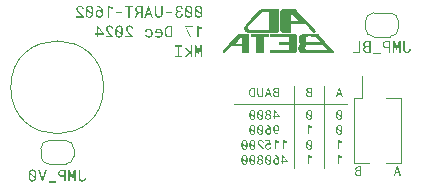
<source format=gbr>
%TF.GenerationSoftware,KiCad,Pcbnew,8.0.6*%
%TF.CreationDate,2024-12-17T20:27:32+00:00*%
%TF.ProjectId,003-UART-1602,3030332d-5541-4525-942d-313630322e6b,MkI*%
%TF.SameCoordinates,Original*%
%TF.FileFunction,Legend,Bot*%
%TF.FilePolarity,Positive*%
%FSLAX46Y46*%
G04 Gerber Fmt 4.6, Leading zero omitted, Abs format (unit mm)*
G04 Created by KiCad (PCBNEW 8.0.6) date 2024-12-17 20:27:32*
%MOMM*%
%LPD*%
G01*
G04 APERTURE LIST*
%ADD10C,0.150000*%
%ADD11C,0.000000*%
%ADD12C,0.100000*%
%ADD13C,0.120000*%
G04 APERTURE END LIST*
D10*
G36*
X54727351Y-65123532D02*
G01*
X54778167Y-65134042D01*
X54813258Y-65146793D01*
X54858973Y-65172297D01*
X54898479Y-65205943D01*
X54914619Y-65224218D01*
X54943161Y-65265548D01*
X54966139Y-65313336D01*
X54978367Y-65348782D01*
X54989959Y-65397005D01*
X54997257Y-65449475D01*
X55000155Y-65500327D01*
X55000348Y-65518042D01*
X55000348Y-65752271D01*
X54998610Y-65804289D01*
X54993393Y-65852907D01*
X54983519Y-65902938D01*
X54978367Y-65921775D01*
X54960916Y-65969687D01*
X54936547Y-66015568D01*
X54914619Y-66045607D01*
X54880536Y-66080652D01*
X54837798Y-66110478D01*
X54812281Y-66123032D01*
X54764654Y-66138659D01*
X54712630Y-66147074D01*
X54675505Y-66148677D01*
X54624632Y-66145589D01*
X54573742Y-66135176D01*
X54538729Y-66122543D01*
X54493214Y-66097238D01*
X54453906Y-66063790D01*
X54437857Y-66045607D01*
X54409613Y-66004723D01*
X54386795Y-65957175D01*
X54374598Y-65921775D01*
X54363006Y-65873423D01*
X54355708Y-65820873D01*
X54352810Y-65769988D01*
X54352616Y-65752271D01*
X54352616Y-65598154D01*
X54480355Y-65598154D01*
X54480355Y-65637721D01*
X54480355Y-65779138D01*
X54482451Y-65831562D01*
X54489449Y-65882231D01*
X54495254Y-65906877D01*
X54512696Y-65953202D01*
X54541416Y-65994804D01*
X54580421Y-66024335D01*
X54598569Y-66032662D01*
X54646910Y-66044077D01*
X54675505Y-66045607D01*
X54726105Y-66040452D01*
X54749755Y-66033639D01*
X54793719Y-66009230D01*
X54805931Y-65998224D01*
X54836356Y-65957955D01*
X54847208Y-65935453D01*
X54861977Y-65888802D01*
X54869190Y-65847281D01*
X54480355Y-65549794D01*
X54480355Y-65598154D01*
X54352616Y-65598154D01*
X54352616Y-65518042D01*
X54354355Y-65466043D01*
X54358592Y-65428161D01*
X54483042Y-65428161D01*
X54872609Y-65726870D01*
X54872609Y-65691943D01*
X54872609Y-65657505D01*
X54872609Y-65489954D01*
X54870652Y-65439751D01*
X54864112Y-65390713D01*
X54858688Y-65366612D01*
X54840858Y-65318251D01*
X54815701Y-65279661D01*
X54777489Y-65248943D01*
X54756838Y-65238872D01*
X54709287Y-65226699D01*
X54676727Y-65224706D01*
X54627642Y-65229356D01*
X54598325Y-65237896D01*
X54554849Y-65263317D01*
X54540928Y-65276974D01*
X54512529Y-65317904D01*
X54502826Y-65340478D01*
X54489017Y-65389770D01*
X54483042Y-65428161D01*
X54358592Y-65428161D01*
X54360366Y-65412300D01*
X54370670Y-65362803D01*
X54374598Y-65348782D01*
X54391991Y-65300784D01*
X54416165Y-65254610D01*
X54437857Y-65224218D01*
X54474815Y-65186814D01*
X54517819Y-65157552D01*
X54539706Y-65146793D01*
X54587139Y-65130719D01*
X54639312Y-65122063D01*
X54676727Y-65120415D01*
X54727351Y-65123532D01*
G37*
G36*
X53887156Y-65123532D02*
G01*
X53937971Y-65134042D01*
X53973063Y-65146793D01*
X54018777Y-65172297D01*
X54058284Y-65205943D01*
X54074424Y-65224218D01*
X54102966Y-65265548D01*
X54125944Y-65313336D01*
X54138171Y-65348782D01*
X54149763Y-65397005D01*
X54157062Y-65449475D01*
X54159960Y-65500327D01*
X54160153Y-65518042D01*
X54160153Y-65752271D01*
X54158414Y-65804289D01*
X54153198Y-65852907D01*
X54143323Y-65902938D01*
X54138171Y-65921775D01*
X54120721Y-65969687D01*
X54096352Y-66015568D01*
X54074424Y-66045607D01*
X54040340Y-66080652D01*
X53997603Y-66110478D01*
X53972086Y-66123032D01*
X53924459Y-66138659D01*
X53872435Y-66147074D01*
X53835310Y-66148677D01*
X53784436Y-66145589D01*
X53733546Y-66135176D01*
X53698534Y-66122543D01*
X53653018Y-66097238D01*
X53613710Y-66063790D01*
X53597662Y-66045607D01*
X53569417Y-66004723D01*
X53546600Y-65957175D01*
X53534403Y-65921775D01*
X53522811Y-65873423D01*
X53515512Y-65820873D01*
X53512614Y-65769988D01*
X53512421Y-65752271D01*
X53512421Y-65598154D01*
X53640160Y-65598154D01*
X53640160Y-65637721D01*
X53640160Y-65779138D01*
X53642255Y-65831562D01*
X53649254Y-65882231D01*
X53655059Y-65906877D01*
X53672500Y-65953202D01*
X53701221Y-65994804D01*
X53740226Y-66024335D01*
X53758374Y-66032662D01*
X53806714Y-66044077D01*
X53835310Y-66045607D01*
X53885910Y-66040452D01*
X53909560Y-66033639D01*
X53953524Y-66009230D01*
X53965736Y-65998224D01*
X53996160Y-65957955D01*
X54007013Y-65935453D01*
X54021782Y-65888802D01*
X54028995Y-65847281D01*
X53640160Y-65549794D01*
X53640160Y-65598154D01*
X53512421Y-65598154D01*
X53512421Y-65518042D01*
X53514160Y-65466043D01*
X53518396Y-65428161D01*
X53642847Y-65428161D01*
X54032414Y-65726870D01*
X54032414Y-65691943D01*
X54032414Y-65657505D01*
X54032414Y-65489954D01*
X54030456Y-65439751D01*
X54023917Y-65390713D01*
X54018492Y-65366612D01*
X54000662Y-65318251D01*
X53975505Y-65279661D01*
X53937294Y-65248943D01*
X53916643Y-65238872D01*
X53869092Y-65226699D01*
X53836531Y-65224706D01*
X53787447Y-65229356D01*
X53758129Y-65237896D01*
X53714653Y-65263317D01*
X53700732Y-65276974D01*
X53672333Y-65317904D01*
X53662630Y-65340478D01*
X53648822Y-65389770D01*
X53642847Y-65428161D01*
X53518396Y-65428161D01*
X53520170Y-65412300D01*
X53530474Y-65362803D01*
X53534403Y-65348782D01*
X53551795Y-65300784D01*
X53575970Y-65254610D01*
X53597662Y-65224218D01*
X53634619Y-65186814D01*
X53677624Y-65157552D01*
X53699511Y-65146793D01*
X53746944Y-65130719D01*
X53799116Y-65122063D01*
X53836531Y-65120415D01*
X53887156Y-65123532D01*
G37*
G36*
X53151674Y-65573729D02*
G01*
X53151674Y-65676800D01*
X53061060Y-65676800D01*
X53010227Y-65680278D01*
X52974110Y-65687791D01*
X52927121Y-65707265D01*
X52906454Y-65721496D01*
X52873314Y-65759953D01*
X52863712Y-65778161D01*
X52850279Y-65825559D01*
X52848080Y-65858761D01*
X52852331Y-65908048D01*
X52861514Y-65940826D01*
X52886628Y-65984878D01*
X52899616Y-65998956D01*
X52940502Y-66026479D01*
X52959455Y-66033883D01*
X53008873Y-66043791D01*
X53037613Y-66045118D01*
X53088599Y-66040252D01*
X53116259Y-66032662D01*
X53161617Y-66009456D01*
X53176343Y-65997491D01*
X53207255Y-65958290D01*
X53214689Y-65942780D01*
X53226590Y-65894998D01*
X53227878Y-65871217D01*
X53355129Y-65871217D01*
X53350977Y-65922420D01*
X53337219Y-65972241D01*
X53329972Y-65988698D01*
X53304640Y-66030753D01*
X53270132Y-66069067D01*
X53262316Y-66075893D01*
X53222138Y-66103822D01*
X53175976Y-66125207D01*
X53161688Y-66130115D01*
X53113168Y-66142133D01*
X53062068Y-66148025D01*
X53037613Y-66148677D01*
X52988509Y-66145929D01*
X52938181Y-66136751D01*
X52912316Y-66129138D01*
X52864445Y-66108534D01*
X52822557Y-66080919D01*
X52811688Y-66071741D01*
X52778055Y-66035984D01*
X52751528Y-65993682D01*
X52745254Y-65980394D01*
X52729599Y-65933718D01*
X52721924Y-65881803D01*
X52721074Y-65856074D01*
X52725112Y-65806317D01*
X52728890Y-65786709D01*
X52745062Y-65740186D01*
X52756001Y-65720031D01*
X52787757Y-65681307D01*
X52808757Y-65663122D01*
X52850480Y-65637560D01*
X52890090Y-65621845D01*
X52845991Y-65598529D01*
X52820481Y-65579103D01*
X52786641Y-65543545D01*
X52772609Y-65523660D01*
X52750261Y-65479330D01*
X52745254Y-65464064D01*
X52736535Y-65414949D01*
X52736217Y-65403981D01*
X52739308Y-65354293D01*
X52749634Y-65305735D01*
X52758199Y-65281859D01*
X52782725Y-65235981D01*
X52815086Y-65197724D01*
X52819993Y-65193199D01*
X52860804Y-65163632D01*
X52905190Y-65143009D01*
X52915491Y-65139466D01*
X52966295Y-65126943D01*
X53017572Y-65121595D01*
X53038346Y-65121147D01*
X53088583Y-65124204D01*
X53138977Y-65134415D01*
X53164375Y-65142885D01*
X53210871Y-65164684D01*
X53251196Y-65192466D01*
X53261584Y-65201503D01*
X53295623Y-65239610D01*
X53321719Y-65283406D01*
X53324598Y-65289675D01*
X53340552Y-65338469D01*
X53346738Y-65390053D01*
X53346824Y-65397142D01*
X53219085Y-65397142D01*
X53212967Y-65346987D01*
X53206140Y-65326556D01*
X53180174Y-65284012D01*
X53168771Y-65272090D01*
X53128334Y-65244292D01*
X53112351Y-65237651D01*
X53062994Y-65226632D01*
X53038346Y-65225439D01*
X52989554Y-65229637D01*
X52963852Y-65236186D01*
X52919272Y-65259304D01*
X52909141Y-65268182D01*
X52880507Y-65309386D01*
X52874947Y-65323381D01*
X52864609Y-65371922D01*
X52863224Y-65401294D01*
X52869457Y-65450462D01*
X52876413Y-65470903D01*
X52902424Y-65513081D01*
X52914026Y-65524881D01*
X52956471Y-65552612D01*
X52976308Y-65560785D01*
X53026588Y-65571909D01*
X53061060Y-65573729D01*
X53151674Y-65573729D01*
G37*
G36*
X51904082Y-65749584D02*
G01*
X51904082Y-65645293D01*
X52429692Y-65645293D01*
X52429692Y-65749584D01*
X51904082Y-65749584D01*
G37*
G36*
X50991835Y-65134825D02*
G01*
X51114689Y-65134825D01*
X51116887Y-65812110D01*
X51122048Y-65861312D01*
X51131297Y-65898084D01*
X51150889Y-65943538D01*
X51169155Y-65970868D01*
X51205486Y-66006016D01*
X51231681Y-66022159D01*
X51279696Y-66037862D01*
X51317411Y-66040966D01*
X51366072Y-66035520D01*
X51403628Y-66021671D01*
X51445474Y-65992781D01*
X51465910Y-65970868D01*
X51492987Y-65927553D01*
X51504745Y-65898084D01*
X51516015Y-65847862D01*
X51518667Y-65812110D01*
X51521353Y-65134825D01*
X51642254Y-65134825D01*
X51643719Y-65812110D01*
X51639906Y-65863482D01*
X51629568Y-65912448D01*
X51619050Y-65943757D01*
X51596381Y-65990948D01*
X51567665Y-66032897D01*
X51552372Y-66050491D01*
X51514980Y-66084534D01*
X51471865Y-66112047D01*
X51450034Y-66122543D01*
X51403334Y-66138469D01*
X51352994Y-66147044D01*
X51317411Y-66148677D01*
X51265536Y-66144968D01*
X51216889Y-66133839D01*
X51186252Y-66122299D01*
X51140374Y-66097601D01*
X51099977Y-66066374D01*
X51083182Y-66049759D01*
X51051120Y-66010426D01*
X51025185Y-65965853D01*
X51015282Y-65943513D01*
X51000101Y-65896298D01*
X50991926Y-65846610D01*
X50990369Y-65812110D01*
X50991835Y-65134825D01*
G37*
G36*
X50843335Y-66135000D02*
G01*
X50716329Y-66135000D01*
X50635973Y-65876102D01*
X50302093Y-65876102D01*
X50222958Y-66135000D01*
X50096685Y-66135000D01*
X50213909Y-65765460D01*
X50335799Y-65765460D01*
X50601535Y-65765460D01*
X50467690Y-65331196D01*
X50335799Y-65765460D01*
X50213909Y-65765460D01*
X50413956Y-65134825D01*
X50520446Y-65134825D01*
X50843335Y-66135000D01*
G37*
G36*
X49934508Y-66135000D02*
G01*
X49807990Y-66135000D01*
X49807990Y-65726870D01*
X49608199Y-65726870D01*
X49411828Y-66135000D01*
X49277739Y-66135000D01*
X49277006Y-66126695D01*
X49489253Y-65699515D01*
X49445177Y-65677060D01*
X49413782Y-65656284D01*
X49376331Y-65623450D01*
X49354675Y-65597909D01*
X49329170Y-65556085D01*
X49316085Y-65524392D01*
X49304630Y-65476153D01*
X49301919Y-65435000D01*
X49302011Y-65433534D01*
X49429658Y-65433534D01*
X49435513Y-65483693D01*
X49446266Y-65513646D01*
X49474308Y-65556370D01*
X49490718Y-65572508D01*
X49532437Y-65599085D01*
X49557397Y-65609145D01*
X49606531Y-65620345D01*
X49637752Y-65622578D01*
X49807990Y-65622578D01*
X49807990Y-65239117D01*
X49641172Y-65239117D01*
X49591756Y-65243650D01*
X49556420Y-65252306D01*
X49509972Y-65273599D01*
X49489253Y-65288698D01*
X49456520Y-65328043D01*
X49445533Y-65349515D01*
X49432278Y-65396573D01*
X49429658Y-65433534D01*
X49302011Y-65433534D01*
X49305036Y-65385422D01*
X49315546Y-65336604D01*
X49328297Y-65303597D01*
X49352994Y-65261098D01*
X49386894Y-65222363D01*
X49400837Y-65210296D01*
X49444554Y-65181412D01*
X49490340Y-65161037D01*
X49509281Y-65154853D01*
X49556794Y-65143335D01*
X49606642Y-65136626D01*
X49641172Y-65134825D01*
X49934508Y-65134825D01*
X49934508Y-66135000D01*
G37*
G36*
X48424598Y-65243269D02*
G01*
X48424598Y-65134825D01*
X49166364Y-65134825D01*
X49166364Y-65243269D01*
X48857397Y-65243269D01*
X48857397Y-66135000D01*
X48733565Y-66135000D01*
X48733565Y-65243269D01*
X48424598Y-65243269D01*
G37*
G36*
X47703105Y-65749584D02*
G01*
X47703105Y-65645293D01*
X48228715Y-65645293D01*
X48228715Y-65749584D01*
X47703105Y-65749584D01*
G37*
G36*
X47006524Y-66135000D02*
G01*
X47006524Y-65134825D01*
X47016782Y-65134825D01*
X47395359Y-65280394D01*
X47395359Y-65396653D01*
X47133531Y-65297002D01*
X47133531Y-66135000D01*
X47006524Y-66135000D01*
G37*
G36*
X46173091Y-65135970D02*
G01*
X46222444Y-65141603D01*
X46274571Y-65152428D01*
X46312630Y-65164134D01*
X46358157Y-65183214D01*
X46404029Y-65209851D01*
X46444939Y-65242214D01*
X46456245Y-65253039D01*
X46491159Y-65292228D01*
X46520673Y-65334784D01*
X46544787Y-65380705D01*
X46563502Y-65429993D01*
X46571772Y-65459668D01*
X46583192Y-65512761D01*
X46591808Y-65566250D01*
X46597618Y-65620138D01*
X46600623Y-65674422D01*
X46601081Y-65705621D01*
X46601081Y-65765460D01*
X46598484Y-65815470D01*
X46590691Y-65865423D01*
X46579099Y-65910785D01*
X46561332Y-65958381D01*
X46538253Y-66001764D01*
X46512665Y-66037547D01*
X46477097Y-66074610D01*
X46435482Y-66105626D01*
X46414235Y-66117903D01*
X46367844Y-66136656D01*
X46316233Y-66146754D01*
X46278925Y-66148677D01*
X46228699Y-66145531D01*
X46178845Y-66134924D01*
X46144836Y-66122055D01*
X46100749Y-66096960D01*
X46062951Y-66065336D01*
X46047627Y-66048538D01*
X46018942Y-66008451D01*
X45996787Y-65963205D01*
X45988764Y-65940582D01*
X45976857Y-65893069D01*
X45970446Y-65843221D01*
X45969441Y-65814797D01*
X46094277Y-65814797D01*
X46097655Y-65865409D01*
X46106245Y-65906632D01*
X46124504Y-65952590D01*
X46141660Y-65979173D01*
X46177599Y-66013133D01*
X46200034Y-66026556D01*
X46246994Y-66041248D01*
X46278925Y-66043653D01*
X46328102Y-66035869D01*
X46352686Y-66025579D01*
X46393101Y-65996098D01*
X46414235Y-65972090D01*
X46440983Y-65927696D01*
X46456978Y-65886116D01*
X46467663Y-65838431D01*
X46472228Y-65789130D01*
X46472609Y-65768879D01*
X46472609Y-65726381D01*
X46450719Y-65681914D01*
X46441346Y-65668496D01*
X46406326Y-65632283D01*
X46395184Y-65623799D01*
X46351816Y-65600096D01*
X46338764Y-65595223D01*
X46290250Y-65585223D01*
X46276238Y-65584720D01*
X46225758Y-65591523D01*
X46195882Y-65604016D01*
X46155836Y-65634915D01*
X46138974Y-65655551D01*
X46115160Y-65699476D01*
X46105268Y-65729312D01*
X46096091Y-65779480D01*
X46094277Y-65814797D01*
X45969441Y-65814797D01*
X45969225Y-65808691D01*
X45971966Y-65759402D01*
X45980189Y-65710757D01*
X45985833Y-65688524D01*
X46003705Y-65639189D01*
X46028683Y-65594624D01*
X46037124Y-65582766D01*
X46071545Y-65545287D01*
X46113259Y-65514913D01*
X46126517Y-65507540D01*
X46173999Y-65489038D01*
X46223910Y-65480331D01*
X46255722Y-65478963D01*
X46305364Y-65483497D01*
X46321179Y-65487023D01*
X46369079Y-65503110D01*
X46379309Y-65507784D01*
X46421181Y-65533073D01*
X46430111Y-65539780D01*
X46466843Y-65574027D01*
X46471388Y-65579347D01*
X46465732Y-65530369D01*
X46454993Y-65482352D01*
X46445010Y-65450875D01*
X46423326Y-65402894D01*
X46394790Y-65360557D01*
X46379309Y-65342920D01*
X46342183Y-65310697D01*
X46297883Y-65284279D01*
X46275017Y-65274043D01*
X46228265Y-65259304D01*
X46174991Y-65250682D01*
X46120900Y-65248154D01*
X46109909Y-65248154D01*
X46109909Y-65134092D01*
X46120900Y-65134092D01*
X46173091Y-65135970D01*
G37*
G36*
X45485202Y-65123532D02*
G01*
X45536018Y-65134042D01*
X45571109Y-65146793D01*
X45616823Y-65172297D01*
X45656330Y-65205943D01*
X45672470Y-65224218D01*
X45701012Y-65265548D01*
X45723990Y-65313336D01*
X45736217Y-65348782D01*
X45747809Y-65397005D01*
X45755108Y-65449475D01*
X45758006Y-65500327D01*
X45758199Y-65518042D01*
X45758199Y-65752271D01*
X45756460Y-65804289D01*
X45751244Y-65852907D01*
X45741369Y-65902938D01*
X45736217Y-65921775D01*
X45718767Y-65969687D01*
X45694398Y-66015568D01*
X45672470Y-66045607D01*
X45638387Y-66080652D01*
X45595649Y-66110478D01*
X45570132Y-66123032D01*
X45522505Y-66138659D01*
X45470481Y-66147074D01*
X45433356Y-66148677D01*
X45382483Y-66145589D01*
X45331592Y-66135176D01*
X45296580Y-66122543D01*
X45251064Y-66097238D01*
X45211756Y-66063790D01*
X45195708Y-66045607D01*
X45167463Y-66004723D01*
X45144646Y-65957175D01*
X45132449Y-65921775D01*
X45120857Y-65873423D01*
X45113558Y-65820873D01*
X45110660Y-65769988D01*
X45110467Y-65752271D01*
X45110467Y-65598154D01*
X45238206Y-65598154D01*
X45238206Y-65637721D01*
X45238206Y-65779138D01*
X45240301Y-65831562D01*
X45247300Y-65882231D01*
X45253105Y-65906877D01*
X45270547Y-65953202D01*
X45299267Y-65994804D01*
X45338272Y-66024335D01*
X45356420Y-66032662D01*
X45404760Y-66044077D01*
X45433356Y-66045607D01*
X45483956Y-66040452D01*
X45507606Y-66033639D01*
X45551570Y-66009230D01*
X45563782Y-65998224D01*
X45594206Y-65957955D01*
X45605059Y-65935453D01*
X45619828Y-65888802D01*
X45627041Y-65847281D01*
X45238206Y-65549794D01*
X45238206Y-65598154D01*
X45110467Y-65598154D01*
X45110467Y-65518042D01*
X45112206Y-65466043D01*
X45116443Y-65428161D01*
X45240893Y-65428161D01*
X45630460Y-65726870D01*
X45630460Y-65691943D01*
X45630460Y-65657505D01*
X45630460Y-65489954D01*
X45628502Y-65439751D01*
X45621963Y-65390713D01*
X45616538Y-65366612D01*
X45598709Y-65318251D01*
X45573551Y-65279661D01*
X45535340Y-65248943D01*
X45514689Y-65238872D01*
X45467138Y-65226699D01*
X45434577Y-65224706D01*
X45385493Y-65229356D01*
X45356175Y-65237896D01*
X45312699Y-65263317D01*
X45298778Y-65276974D01*
X45270379Y-65317904D01*
X45260676Y-65340478D01*
X45246868Y-65389770D01*
X45240893Y-65428161D01*
X45116443Y-65428161D01*
X45118217Y-65412300D01*
X45128521Y-65362803D01*
X45132449Y-65348782D01*
X45149841Y-65300784D01*
X45174016Y-65254610D01*
X45195708Y-65224218D01*
X45232666Y-65186814D01*
X45275670Y-65157552D01*
X45297557Y-65146793D01*
X45344990Y-65130719D01*
X45397162Y-65122063D01*
X45434577Y-65120415D01*
X45485202Y-65123532D01*
G37*
G36*
X44284682Y-66135000D02*
G01*
X44284682Y-66031196D01*
X44786845Y-66031196D01*
X44518178Y-65740059D01*
X44483721Y-65701308D01*
X44450873Y-65662450D01*
X44446615Y-65657260D01*
X44416329Y-65618066D01*
X44387928Y-65575667D01*
X44386287Y-65572997D01*
X44362193Y-65527567D01*
X44345743Y-65487023D01*
X44333498Y-65437530D01*
X44330600Y-65398607D01*
X44334620Y-65347977D01*
X44347851Y-65297570D01*
X44351605Y-65287965D01*
X44375268Y-65243343D01*
X44406874Y-65204732D01*
X44411688Y-65200038D01*
X44452364Y-65168829D01*
X44497204Y-65146189D01*
X44507676Y-65142152D01*
X44556013Y-65128552D01*
X44604711Y-65122153D01*
X44634926Y-65121147D01*
X44685858Y-65124062D01*
X44736942Y-65133891D01*
X44772191Y-65145816D01*
X44817865Y-65168721D01*
X44860019Y-65199790D01*
X44873307Y-65212494D01*
X44906232Y-65251797D01*
X44931490Y-65296617D01*
X44937299Y-65310436D01*
X44952326Y-65360778D01*
X44958744Y-65410037D01*
X44959281Y-65429626D01*
X44831542Y-65429626D01*
X44827755Y-65379806D01*
X44819574Y-65345118D01*
X44798181Y-65300163D01*
X44782693Y-65280394D01*
X44743778Y-65250001D01*
X44722121Y-65239849D01*
X44673589Y-65227817D01*
X44634926Y-65225439D01*
X44584647Y-65231540D01*
X44561165Y-65239605D01*
X44519038Y-65265016D01*
X44505233Y-65277707D01*
X44477206Y-65318557D01*
X44470551Y-65334371D01*
X44459530Y-65383564D01*
X44458583Y-65403981D01*
X44463973Y-65453871D01*
X44466154Y-65462843D01*
X44484163Y-65509283D01*
X44491556Y-65522927D01*
X44518422Y-65565421D01*
X44538939Y-65593025D01*
X44572095Y-65633569D01*
X44604339Y-65670468D01*
X44612456Y-65679487D01*
X44939986Y-66043653D01*
X44939986Y-66135000D01*
X44284682Y-66135000D01*
G37*
G36*
X54568283Y-67815000D02*
G01*
X54568283Y-66814825D01*
X54578541Y-66814825D01*
X54957117Y-66960394D01*
X54957117Y-67076653D01*
X54695289Y-66977002D01*
X54695289Y-67815000D01*
X54568283Y-67815000D01*
G37*
G36*
X53506803Y-66886144D02*
G01*
X53506803Y-66814825D01*
X54182868Y-66814825D01*
X54182868Y-66926200D01*
X53641625Y-66926200D01*
X54054396Y-67815000D01*
X53921039Y-67815000D01*
X53506803Y-66886144D01*
G37*
G36*
X52472923Y-67815000D02*
G01*
X52241381Y-67815000D01*
X52188751Y-67812252D01*
X52138937Y-67805108D01*
X52107292Y-67797903D01*
X52058784Y-67782070D01*
X52011233Y-67759791D01*
X51995429Y-67750519D01*
X51953680Y-67720130D01*
X51915902Y-67684373D01*
X51911165Y-67679200D01*
X51880517Y-67640619D01*
X51854825Y-67598390D01*
X51848394Y-67585655D01*
X51829601Y-67540449D01*
X51815109Y-67491595D01*
X51811758Y-67476967D01*
X51803535Y-67427814D01*
X51799504Y-67376404D01*
X51799057Y-67351915D01*
X51799057Y-67278398D01*
X51799114Y-67277177D01*
X51926064Y-67277177D01*
X51926064Y-67351915D01*
X51928820Y-67402611D01*
X51933635Y-67440331D01*
X51944253Y-67488441D01*
X51954396Y-67518977D01*
X51974244Y-67564055D01*
X51997138Y-67599822D01*
X52030807Y-67636658D01*
X52061374Y-67660394D01*
X52106584Y-67685147D01*
X52141486Y-67697519D01*
X52192062Y-67707826D01*
X52241381Y-67711196D01*
X52343719Y-67711196D01*
X52343719Y-66919117D01*
X52241381Y-66919117D01*
X52190471Y-66922878D01*
X52154187Y-66929863D01*
X52107380Y-66945434D01*
X52082135Y-66957707D01*
X52040247Y-66985368D01*
X52005443Y-67020478D01*
X51977355Y-67061632D01*
X51955617Y-67107428D01*
X51940466Y-67156124D01*
X51934124Y-67187540D01*
X51927967Y-67237059D01*
X51926064Y-67277177D01*
X51799114Y-67277177D01*
X51801393Y-67228092D01*
X51807954Y-67176229D01*
X51813224Y-67149438D01*
X51825995Y-67101835D01*
X51844348Y-67054177D01*
X51852058Y-67038063D01*
X51875803Y-66995175D01*
X51907573Y-66953210D01*
X51927285Y-66932550D01*
X51964448Y-66900768D01*
X52005595Y-66873932D01*
X52035240Y-66858789D01*
X52081219Y-66840593D01*
X52131228Y-66827037D01*
X52181220Y-66818637D01*
X52230494Y-66815057D01*
X52241381Y-66814825D01*
X52472923Y-66814825D01*
X52472923Y-67815000D01*
G37*
G36*
X51359196Y-67062404D02*
G01*
X51409540Y-67075343D01*
X51432449Y-67084225D01*
X51476172Y-67106871D01*
X51516117Y-67135974D01*
X51540648Y-67158963D01*
X51574022Y-67199172D01*
X51599847Y-67241340D01*
X51617585Y-67279619D01*
X51633994Y-67330705D01*
X51643000Y-67381004D01*
X51646377Y-67434976D01*
X51646406Y-67440575D01*
X51646406Y-67469396D01*
X51643346Y-67521408D01*
X51634169Y-67570650D01*
X51620516Y-67613011D01*
X51597996Y-67659963D01*
X51569637Y-67701900D01*
X51547487Y-67727072D01*
X51509855Y-67760171D01*
X51466933Y-67787293D01*
X51435380Y-67802055D01*
X51388709Y-67817212D01*
X51339037Y-67826077D01*
X51291277Y-67828677D01*
X51239222Y-67825960D01*
X51185843Y-67816407D01*
X51137951Y-67799977D01*
X51109071Y-67785202D01*
X51066420Y-67756637D01*
X51027822Y-67722350D01*
X50997941Y-67685062D01*
X51075610Y-67624734D01*
X51109797Y-67661072D01*
X51150810Y-67690584D01*
X51163782Y-67697763D01*
X51212842Y-67716463D01*
X51263589Y-67724450D01*
X51284438Y-67725118D01*
X51333775Y-67720294D01*
X51378715Y-67705823D01*
X51422662Y-67679556D01*
X51451500Y-67652822D01*
X51481913Y-67611963D01*
X51497662Y-67580038D01*
X51512190Y-67532528D01*
X51519399Y-67484539D01*
X51519399Y-67479654D01*
X50988415Y-67479654D01*
X50988415Y-67422745D01*
X50990724Y-67370675D01*
X50990923Y-67369256D01*
X51115422Y-67369256D01*
X51115422Y-67375362D01*
X51515247Y-67375362D01*
X51504867Y-67326880D01*
X51488869Y-67284504D01*
X51463318Y-67241737D01*
X51442463Y-67217337D01*
X51403399Y-67187650D01*
X51380669Y-67176549D01*
X51331470Y-67163766D01*
X51307885Y-67162383D01*
X51257181Y-67168024D01*
X51223621Y-67180212D01*
X51182398Y-67208347D01*
X51165003Y-67226863D01*
X51138751Y-67269533D01*
X51128611Y-67295495D01*
X51116980Y-67345003D01*
X51115422Y-67369256D01*
X50990923Y-67369256D01*
X50997651Y-67321261D01*
X51007955Y-67278642D01*
X51025460Y-67231038D01*
X51050858Y-67184893D01*
X51067306Y-67162383D01*
X51103039Y-67126200D01*
X51145544Y-67097031D01*
X51167445Y-67085935D01*
X51215359Y-67068967D01*
X51264288Y-67060293D01*
X51307885Y-67058091D01*
X51359196Y-67062404D01*
G37*
G36*
X50462805Y-67725607D02*
G01*
X50514611Y-67720401D01*
X50560407Y-67703373D01*
X50562944Y-67701915D01*
X50602907Y-67670625D01*
X50626936Y-67639877D01*
X50650283Y-67594196D01*
X50662351Y-67554392D01*
X50670737Y-67503253D01*
X50673098Y-67457672D01*
X50673098Y-67428852D01*
X50670065Y-67377935D01*
X50662351Y-67333353D01*
X50647004Y-67285559D01*
X50626936Y-67247623D01*
X50594315Y-67209516D01*
X50562212Y-67186074D01*
X50514085Y-67167588D01*
X50462805Y-67162383D01*
X50412503Y-67168617D01*
X50391242Y-67175572D01*
X50347936Y-67199227D01*
X50333600Y-67211231D01*
X50302313Y-67251046D01*
X50295743Y-67263743D01*
X50282050Y-67310638D01*
X50280844Y-67327247D01*
X50160676Y-67327247D01*
X50165667Y-67275909D01*
X50180640Y-67227684D01*
X50183391Y-67221489D01*
X50208267Y-67177905D01*
X50240764Y-67140116D01*
X50245673Y-67135516D01*
X50286957Y-67105359D01*
X50331396Y-67083119D01*
X50341660Y-67079096D01*
X50392016Y-67064737D01*
X50442459Y-67058604D01*
X50462805Y-67058091D01*
X50513547Y-67061049D01*
X50564570Y-67071134D01*
X50610572Y-67088377D01*
X50654879Y-67113828D01*
X50693278Y-67145118D01*
X50715596Y-67169221D01*
X50744516Y-67210105D01*
X50767528Y-67255454D01*
X50779588Y-67288168D01*
X50792536Y-67339436D01*
X50799156Y-67388001D01*
X50800837Y-67428852D01*
X50800837Y-67457672D01*
X50798326Y-67507882D01*
X50790793Y-67556418D01*
X50779588Y-67599089D01*
X50760514Y-67647014D01*
X50735532Y-67690405D01*
X50715596Y-67716814D01*
X50681135Y-67752477D01*
X50640766Y-67782164D01*
X50610572Y-67798635D01*
X50564570Y-67815739D01*
X50513547Y-67825743D01*
X50462805Y-67828677D01*
X50412021Y-67824797D01*
X50363108Y-67813156D01*
X50349476Y-67808405D01*
X50304369Y-67788002D01*
X50261229Y-67760228D01*
X50253244Y-67753939D01*
X50217739Y-67719871D01*
X50187910Y-67678090D01*
X50186322Y-67675293D01*
X50167332Y-67629070D01*
X50160676Y-67580771D01*
X50280844Y-67580771D01*
X50292513Y-67629747D01*
X50296964Y-67638168D01*
X50328579Y-67676356D01*
X50337752Y-67683841D01*
X50379976Y-67708571D01*
X50395882Y-67714616D01*
X50445708Y-67724920D01*
X50462805Y-67725607D01*
G37*
G36*
X48485659Y-67815000D02*
G01*
X48485659Y-67711196D01*
X48987822Y-67711196D01*
X48719155Y-67420059D01*
X48684698Y-67381308D01*
X48651850Y-67342450D01*
X48647592Y-67337260D01*
X48617306Y-67298066D01*
X48588905Y-67255667D01*
X48587264Y-67252997D01*
X48563170Y-67207567D01*
X48546720Y-67167023D01*
X48534475Y-67117530D01*
X48531577Y-67078607D01*
X48535597Y-67027977D01*
X48548828Y-66977570D01*
X48552581Y-66967965D01*
X48576245Y-66923343D01*
X48607851Y-66884732D01*
X48612665Y-66880038D01*
X48653341Y-66848829D01*
X48698181Y-66826189D01*
X48708653Y-66822152D01*
X48756990Y-66808552D01*
X48805688Y-66802153D01*
X48835903Y-66801147D01*
X48886835Y-66804062D01*
X48937919Y-66813891D01*
X48973168Y-66825816D01*
X49018842Y-66848721D01*
X49060996Y-66879790D01*
X49074284Y-66892494D01*
X49107209Y-66931797D01*
X49132467Y-66976617D01*
X49138276Y-66990436D01*
X49153303Y-67040778D01*
X49159721Y-67090037D01*
X49160258Y-67109626D01*
X49032519Y-67109626D01*
X49028732Y-67059806D01*
X49020551Y-67025118D01*
X48999158Y-66980163D01*
X48983670Y-66960394D01*
X48944755Y-66930001D01*
X48923098Y-66919849D01*
X48874566Y-66907817D01*
X48835903Y-66905439D01*
X48785624Y-66911540D01*
X48762142Y-66919605D01*
X48720015Y-66945016D01*
X48706210Y-66957707D01*
X48678183Y-66998557D01*
X48671528Y-67014371D01*
X48660507Y-67063564D01*
X48659560Y-67083981D01*
X48664950Y-67133871D01*
X48667131Y-67142843D01*
X48685140Y-67189283D01*
X48692533Y-67202927D01*
X48719399Y-67245421D01*
X48739916Y-67273025D01*
X48773072Y-67313569D01*
X48805316Y-67350468D01*
X48813433Y-67359487D01*
X49140963Y-67723653D01*
X49140963Y-67815000D01*
X48485659Y-67815000D01*
G37*
G36*
X48005788Y-66803532D02*
G01*
X48056604Y-66814042D01*
X48091695Y-66826793D01*
X48137409Y-66852297D01*
X48176916Y-66885943D01*
X48193056Y-66904218D01*
X48221598Y-66945548D01*
X48244576Y-66993336D01*
X48256803Y-67028782D01*
X48268395Y-67077005D01*
X48275694Y-67129475D01*
X48278592Y-67180327D01*
X48278785Y-67198042D01*
X48278785Y-67432271D01*
X48277046Y-67484289D01*
X48271830Y-67532907D01*
X48261955Y-67582938D01*
X48256803Y-67601775D01*
X48239353Y-67649687D01*
X48214984Y-67695568D01*
X48193056Y-67725607D01*
X48158973Y-67760652D01*
X48116235Y-67790478D01*
X48090718Y-67803032D01*
X48043091Y-67818659D01*
X47991067Y-67827074D01*
X47953942Y-67828677D01*
X47903069Y-67825589D01*
X47852178Y-67815176D01*
X47817166Y-67802543D01*
X47771651Y-67777238D01*
X47732342Y-67743790D01*
X47716294Y-67725607D01*
X47688050Y-67684723D01*
X47665232Y-67637175D01*
X47653035Y-67601775D01*
X47641443Y-67553423D01*
X47634144Y-67500873D01*
X47631246Y-67449988D01*
X47631053Y-67432271D01*
X47631053Y-67278154D01*
X47758792Y-67278154D01*
X47758792Y-67317721D01*
X47758792Y-67459138D01*
X47760887Y-67511562D01*
X47767886Y-67562231D01*
X47773691Y-67586877D01*
X47791133Y-67633202D01*
X47819853Y-67674804D01*
X47858858Y-67704335D01*
X47877006Y-67712662D01*
X47925347Y-67724077D01*
X47953942Y-67725607D01*
X48004542Y-67720452D01*
X48028192Y-67713639D01*
X48072156Y-67689230D01*
X48084368Y-67678224D01*
X48114792Y-67637955D01*
X48125645Y-67615453D01*
X48140414Y-67568802D01*
X48147627Y-67527281D01*
X47758792Y-67229794D01*
X47758792Y-67278154D01*
X47631053Y-67278154D01*
X47631053Y-67198042D01*
X47632792Y-67146043D01*
X47637029Y-67108161D01*
X47761479Y-67108161D01*
X48151046Y-67406870D01*
X48151046Y-67371943D01*
X48151046Y-67337505D01*
X48151046Y-67169954D01*
X48149088Y-67119751D01*
X48142549Y-67070713D01*
X48137124Y-67046612D01*
X48119295Y-66998251D01*
X48094138Y-66959661D01*
X48055926Y-66928943D01*
X48035275Y-66918872D01*
X47987724Y-66906699D01*
X47955163Y-66904706D01*
X47906079Y-66909356D01*
X47876762Y-66917896D01*
X47833286Y-66943317D01*
X47819364Y-66956974D01*
X47790966Y-66997904D01*
X47781263Y-67020478D01*
X47767454Y-67069770D01*
X47761479Y-67108161D01*
X47637029Y-67108161D01*
X47638803Y-67092300D01*
X47649107Y-67042803D01*
X47653035Y-67028782D01*
X47670428Y-66980784D01*
X47694602Y-66934610D01*
X47716294Y-66904218D01*
X47753252Y-66866814D01*
X47796256Y-66837552D01*
X47818143Y-66826793D01*
X47865576Y-66810719D01*
X47917749Y-66802063D01*
X47955163Y-66800415D01*
X48005788Y-66803532D01*
G37*
G36*
X46805268Y-67815000D02*
G01*
X46805268Y-67711196D01*
X47307431Y-67711196D01*
X47038764Y-67420059D01*
X47004307Y-67381308D01*
X46971459Y-67342450D01*
X46967201Y-67337260D01*
X46936915Y-67298066D01*
X46908514Y-67255667D01*
X46906873Y-67252997D01*
X46882779Y-67207567D01*
X46866329Y-67167023D01*
X46854084Y-67117530D01*
X46851186Y-67078607D01*
X46855206Y-67027977D01*
X46868437Y-66977570D01*
X46872191Y-66967965D01*
X46895854Y-66923343D01*
X46927460Y-66884732D01*
X46932274Y-66880038D01*
X46972950Y-66848829D01*
X47017790Y-66826189D01*
X47028262Y-66822152D01*
X47076599Y-66808552D01*
X47125297Y-66802153D01*
X47155512Y-66801147D01*
X47206444Y-66804062D01*
X47257529Y-66813891D01*
X47292777Y-66825816D01*
X47338451Y-66848721D01*
X47380606Y-66879790D01*
X47393893Y-66892494D01*
X47426819Y-66931797D01*
X47452077Y-66976617D01*
X47457885Y-66990436D01*
X47472912Y-67040778D01*
X47479330Y-67090037D01*
X47479867Y-67109626D01*
X47352128Y-67109626D01*
X47348341Y-67059806D01*
X47340160Y-67025118D01*
X47318767Y-66980163D01*
X47303279Y-66960394D01*
X47264365Y-66930001D01*
X47242707Y-66919849D01*
X47194176Y-66907817D01*
X47155512Y-66905439D01*
X47105233Y-66911540D01*
X47081751Y-66919605D01*
X47039625Y-66945016D01*
X47025819Y-66957707D01*
X46997793Y-66998557D01*
X46991137Y-67014371D01*
X46980116Y-67063564D01*
X46979169Y-67083981D01*
X46984559Y-67133871D01*
X46986741Y-67142843D01*
X47004749Y-67189283D01*
X47012142Y-67202927D01*
X47039009Y-67245421D01*
X47059525Y-67273025D01*
X47092681Y-67313569D01*
X47124926Y-67350468D01*
X47133042Y-67359487D01*
X47460572Y-67723653D01*
X47460572Y-67815000D01*
X46805268Y-67815000D01*
G37*
G36*
X46646510Y-67507986D02*
G01*
X46646510Y-67582725D01*
X46190509Y-67582725D01*
X46190509Y-67815000D01*
X46063258Y-67815000D01*
X46063258Y-67582725D01*
X45923796Y-67582725D01*
X45923796Y-67479166D01*
X46063258Y-67479166D01*
X46190509Y-67479166D01*
X46505582Y-67479166D01*
X46211025Y-67022187D01*
X46190509Y-66983841D01*
X46190509Y-67479166D01*
X46063258Y-67479166D01*
X46063258Y-66814825D01*
X46198569Y-66814825D01*
X46646510Y-67507986D01*
G37*
G36*
X54841102Y-68494825D02*
G01*
X54998394Y-68494825D01*
X54998394Y-69495000D01*
X54874563Y-69495000D01*
X54874563Y-69095907D01*
X54885066Y-68692662D01*
X54715317Y-69216807D01*
X54642533Y-69216807D01*
X54457641Y-68678251D01*
X54467899Y-69095907D01*
X54467899Y-69495000D01*
X54344312Y-69495000D01*
X54344312Y-68494825D01*
X54502337Y-68494825D01*
X54678192Y-68994790D01*
X54841102Y-68494825D01*
G37*
G36*
X53917620Y-69148175D02*
G01*
X53645045Y-69495000D01*
X53483600Y-69495000D01*
X53830425Y-69061468D01*
X53529518Y-68751769D01*
X53684124Y-68751769D01*
X53928122Y-68996256D01*
X54011165Y-69085648D01*
X54011165Y-68439870D01*
X54138904Y-68439870D01*
X54138904Y-69495000D01*
X54011165Y-69495000D01*
X54011165Y-69238056D01*
X53917620Y-69148175D01*
G37*
G36*
X53300174Y-68494825D02*
G01*
X53300174Y-68605467D01*
X53065945Y-68605467D01*
X53065945Y-69385090D01*
X53300174Y-69385090D01*
X53300174Y-69495000D01*
X52695673Y-69495000D01*
X52695673Y-69385090D01*
X52935275Y-69385090D01*
X52935275Y-68605467D01*
X52695673Y-68605467D01*
X52695673Y-68494825D01*
X53300174Y-68494825D01*
G37*
D11*
G36*
X61485191Y-67262243D02*
G01*
X61484223Y-67279815D01*
X61482713Y-67296487D01*
X61480582Y-67312226D01*
X61477753Y-67327000D01*
X61474148Y-67340780D01*
X61469690Y-67353532D01*
X61467116Y-67359514D01*
X61464300Y-67365227D01*
X61461231Y-67370667D01*
X61457901Y-67375832D01*
X61454299Y-67380716D01*
X61450415Y-67385316D01*
X61446241Y-67389628D01*
X61441765Y-67393647D01*
X61436980Y-67397371D01*
X61431873Y-67400796D01*
X61426437Y-67403916D01*
X61420662Y-67406729D01*
X61414537Y-67409230D01*
X61408053Y-67411416D01*
X61401200Y-67413282D01*
X61393969Y-67414825D01*
X61386349Y-67416041D01*
X61378332Y-67416925D01*
X61369906Y-67417475D01*
X61361064Y-67417685D01*
X59758785Y-67421819D01*
X58922454Y-67417995D01*
X58902601Y-67417328D01*
X58881781Y-67415306D01*
X58860173Y-67411932D01*
X58837957Y-67407207D01*
X58815316Y-67401134D01*
X58792428Y-67393715D01*
X58769475Y-67384951D01*
X58746637Y-67374845D01*
X58724096Y-67363399D01*
X58702031Y-67350615D01*
X58680623Y-67336494D01*
X58660053Y-67321039D01*
X58640501Y-67304251D01*
X58622148Y-67286134D01*
X58605175Y-67266688D01*
X58589762Y-67245916D01*
X58576090Y-67223820D01*
X58564340Y-67200401D01*
X58554691Y-67175662D01*
X58547325Y-67149605D01*
X58542423Y-67122232D01*
X58540164Y-67093545D01*
X58540730Y-67063545D01*
X58542983Y-67043789D01*
X58868505Y-67043789D01*
X58869001Y-67051761D01*
X58870042Y-67059581D01*
X58871615Y-67067231D01*
X58873707Y-67074690D01*
X58876304Y-67081938D01*
X58879392Y-67088955D01*
X58882959Y-67095720D01*
X58886990Y-67102214D01*
X58891473Y-67108417D01*
X58896393Y-67114309D01*
X58901737Y-67119868D01*
X58907493Y-67125077D01*
X58913645Y-67129914D01*
X58920181Y-67134359D01*
X58927088Y-67138392D01*
X58934352Y-67141993D01*
X58941959Y-67145143D01*
X58949895Y-67147820D01*
X58958149Y-67150006D01*
X58966705Y-67151679D01*
X58975551Y-67152820D01*
X58984673Y-67153409D01*
X60632995Y-67147211D01*
X60627672Y-65676706D01*
X60323454Y-65673551D01*
X60251447Y-65674110D01*
X60218118Y-65675218D01*
X60186380Y-65677126D01*
X60156091Y-65680020D01*
X60127109Y-65684084D01*
X60099289Y-65689504D01*
X60072489Y-65696465D01*
X60046565Y-65705152D01*
X60021376Y-65715752D01*
X59996777Y-65728448D01*
X59972627Y-65743427D01*
X59948781Y-65760873D01*
X59925097Y-65780973D01*
X59901431Y-65803911D01*
X59877642Y-65829872D01*
X58896513Y-66960191D01*
X58890813Y-66968567D01*
X58885793Y-66976993D01*
X58881440Y-66985449D01*
X58877740Y-66993915D01*
X58874680Y-67002370D01*
X58872246Y-67010795D01*
X58870425Y-67019169D01*
X58869204Y-67027473D01*
X58868568Y-67035686D01*
X58868505Y-67043789D01*
X58542983Y-67043789D01*
X58544301Y-67032236D01*
X58551057Y-66999618D01*
X58561180Y-66965694D01*
X58574850Y-66930466D01*
X58592248Y-66893935D01*
X58613553Y-66856105D01*
X58638948Y-66816976D01*
X58668612Y-66776552D01*
X58702725Y-66734833D01*
X59636312Y-65692468D01*
X59692252Y-65631052D01*
X59717222Y-65603627D01*
X59741033Y-65578362D01*
X59764316Y-65555237D01*
X59787704Y-65534231D01*
X59799633Y-65524515D01*
X59811826Y-65515321D01*
X59824360Y-65506647D01*
X59837314Y-65498489D01*
X59850768Y-65490844D01*
X59864800Y-65483711D01*
X59879490Y-65477086D01*
X59894915Y-65470968D01*
X59911155Y-65465352D01*
X59928289Y-65460238D01*
X59946396Y-65455621D01*
X59965555Y-65451500D01*
X59985844Y-65447871D01*
X60007342Y-65444733D01*
X60030129Y-65442082D01*
X60054283Y-65439917D01*
X60079884Y-65438233D01*
X60107009Y-65437029D01*
X60166151Y-65436049D01*
X61462660Y-65435378D01*
X61464358Y-65435413D01*
X61465936Y-65435519D01*
X61467398Y-65435698D01*
X61468749Y-65435948D01*
X61469993Y-65436269D01*
X61471134Y-65436662D01*
X61472177Y-65437126D01*
X61473126Y-65437661D01*
X61473985Y-65438267D01*
X61474759Y-65438945D01*
X61475453Y-65439693D01*
X61476069Y-65440512D01*
X61476614Y-65441401D01*
X61477091Y-65442361D01*
X61477504Y-65443392D01*
X61477858Y-65444493D01*
X61478157Y-65445664D01*
X61478407Y-65446906D01*
X61478610Y-65448218D01*
X61478771Y-65449599D01*
X61478895Y-65451051D01*
X61478986Y-65452572D01*
X61479087Y-65455824D01*
X61479042Y-65471603D01*
X61484796Y-67147211D01*
X61485191Y-67262243D01*
G37*
G36*
X64564279Y-67207621D02*
G01*
X64568864Y-67213821D01*
X64573099Y-67219971D01*
X64576992Y-67226089D01*
X64580550Y-67232191D01*
X64583780Y-67238291D01*
X64586691Y-67244408D01*
X64589288Y-67250557D01*
X64591581Y-67256755D01*
X64593576Y-67263018D01*
X64595281Y-67269362D01*
X64596703Y-67275803D01*
X64597849Y-67282358D01*
X64598728Y-67289044D01*
X64599347Y-67295875D01*
X64599712Y-67302870D01*
X64599833Y-67310043D01*
X64599649Y-67318228D01*
X64599105Y-67326169D01*
X64598213Y-67333865D01*
X64596986Y-67341314D01*
X64595435Y-67348516D01*
X64593573Y-67355469D01*
X64591411Y-67362174D01*
X64588962Y-67368627D01*
X64586237Y-67374830D01*
X64583250Y-67380780D01*
X64580011Y-67386476D01*
X64576533Y-67391919D01*
X64572829Y-67397105D01*
X64568909Y-67402035D01*
X64564787Y-67406708D01*
X64560474Y-67411122D01*
X64555983Y-67415276D01*
X64551325Y-67419170D01*
X64546512Y-67422802D01*
X64541557Y-67426171D01*
X64536472Y-67429277D01*
X64531269Y-67432118D01*
X64525960Y-67434694D01*
X64520556Y-67437002D01*
X64515071Y-67439043D01*
X64509516Y-67440815D01*
X64503903Y-67442317D01*
X64498245Y-67443549D01*
X64492553Y-67444508D01*
X64486839Y-67445195D01*
X64481116Y-67445608D01*
X64475396Y-67445746D01*
X64468815Y-67445615D01*
X64462402Y-67445216D01*
X64456144Y-67444542D01*
X64450031Y-67443584D01*
X64444052Y-67442334D01*
X64438195Y-67440783D01*
X64432450Y-67438925D01*
X64426805Y-67436750D01*
X64421249Y-67434251D01*
X64415771Y-67431419D01*
X64410361Y-67428247D01*
X64405007Y-67424726D01*
X64399697Y-67420847D01*
X64394422Y-67416603D01*
X64389169Y-67411987D01*
X64383928Y-67406988D01*
X63738800Y-66698143D01*
X63736361Y-66695581D01*
X63733814Y-66693095D01*
X63731170Y-66690698D01*
X63728439Y-66688402D01*
X63725635Y-66686219D01*
X63722767Y-66684161D01*
X63719847Y-66682241D01*
X63716886Y-66680471D01*
X63713895Y-66678863D01*
X63710885Y-66677430D01*
X63707869Y-66676184D01*
X63704856Y-66675136D01*
X63701858Y-66674300D01*
X63698886Y-66673688D01*
X63695952Y-66673311D01*
X63694502Y-66673215D01*
X63693066Y-66673183D01*
X62522130Y-66673183D01*
X62520493Y-66673216D01*
X62518915Y-66673313D01*
X62517395Y-66673474D01*
X62515933Y-66673698D01*
X62514529Y-66673986D01*
X62513182Y-66674336D01*
X62511891Y-66674748D01*
X62510657Y-66675221D01*
X62509478Y-66675756D01*
X62508355Y-66676351D01*
X62507287Y-66677005D01*
X62506272Y-66677719D01*
X62505312Y-66678492D01*
X62504405Y-66679324D01*
X62503552Y-66680213D01*
X62502750Y-66681159D01*
X62502001Y-66682162D01*
X62501304Y-66683222D01*
X62500658Y-66684337D01*
X62500062Y-66685507D01*
X62499517Y-66686733D01*
X62499021Y-66688012D01*
X62498575Y-66689345D01*
X62498178Y-66690731D01*
X62497829Y-66692170D01*
X62497528Y-66693661D01*
X62497275Y-66695204D01*
X62497069Y-66696797D01*
X62496796Y-66700136D01*
X62496705Y-66703672D01*
X62496705Y-67384819D01*
X62496587Y-67387899D01*
X62496439Y-67389409D01*
X62496231Y-67390897D01*
X62495964Y-67392360D01*
X62495638Y-67393797D01*
X62495252Y-67395206D01*
X62494807Y-67396584D01*
X62494303Y-67397929D01*
X62493739Y-67399240D01*
X62493115Y-67400515D01*
X62492433Y-67401751D01*
X62491690Y-67402946D01*
X62490889Y-67404099D01*
X62490028Y-67405207D01*
X62489107Y-67406268D01*
X62488127Y-67407281D01*
X62487087Y-67408243D01*
X62485987Y-67409152D01*
X62484828Y-67410007D01*
X62483610Y-67410804D01*
X62482332Y-67411543D01*
X62480994Y-67412222D01*
X62479596Y-67412837D01*
X62478139Y-67413388D01*
X62476623Y-67413871D01*
X62475046Y-67414286D01*
X62473410Y-67414630D01*
X62471714Y-67414901D01*
X62469958Y-67415097D01*
X62468143Y-67415216D01*
X62466268Y-67415257D01*
X61780418Y-67415257D01*
X61771237Y-67414992D01*
X61762269Y-67414209D01*
X61753519Y-67412926D01*
X61744994Y-67411159D01*
X61736698Y-67408926D01*
X61728635Y-67406244D01*
X61720812Y-67403130D01*
X61713233Y-67399602D01*
X61705904Y-67395676D01*
X61698829Y-67391370D01*
X61692014Y-67386701D01*
X61685463Y-67381686D01*
X61679182Y-67376343D01*
X61673176Y-67370689D01*
X61667450Y-67364740D01*
X61662010Y-67358515D01*
X61656859Y-67352030D01*
X61652004Y-67345303D01*
X61647449Y-67338351D01*
X61643200Y-67331191D01*
X61639261Y-67323840D01*
X61635638Y-67316315D01*
X61632336Y-67308635D01*
X61629360Y-67300815D01*
X61626714Y-67292874D01*
X61624405Y-67284828D01*
X61622438Y-67276694D01*
X61620816Y-67268491D01*
X61619546Y-67260234D01*
X61618633Y-67251942D01*
X61618081Y-67243631D01*
X61617896Y-67235319D01*
X61617896Y-65776077D01*
X62496705Y-65776077D01*
X62496705Y-66429525D01*
X62496796Y-66434005D01*
X62497069Y-66438108D01*
X62497528Y-66441846D01*
X62498178Y-66445230D01*
X62498575Y-66446794D01*
X62499021Y-66448275D01*
X62499517Y-66449673D01*
X62500062Y-66450990D01*
X62500658Y-66452229D01*
X62501304Y-66453389D01*
X62502001Y-66454474D01*
X62502750Y-66455484D01*
X62503552Y-66456422D01*
X62504405Y-66457287D01*
X62505312Y-66458083D01*
X62506272Y-66458811D01*
X62507287Y-66459471D01*
X62508355Y-66460066D01*
X62509478Y-66460597D01*
X62510657Y-66461066D01*
X62511891Y-66461474D01*
X62513182Y-66461822D01*
X62515933Y-66462348D01*
X62518915Y-66462654D01*
X62522130Y-66462753D01*
X63124109Y-66462753D01*
X63128276Y-66462687D01*
X63132200Y-66462478D01*
X63135879Y-66462116D01*
X63139308Y-66461587D01*
X63142485Y-66460880D01*
X63145404Y-66459983D01*
X63146767Y-66459459D01*
X63148063Y-66458883D01*
X63149294Y-66458253D01*
X63150458Y-66457568D01*
X63151556Y-66456826D01*
X63152585Y-66456025D01*
X63153547Y-66455165D01*
X63154441Y-66454244D01*
X63155265Y-66453260D01*
X63156021Y-66452211D01*
X63156707Y-66451096D01*
X63157322Y-66449914D01*
X63157867Y-66448663D01*
X63158340Y-66447341D01*
X63158742Y-66445948D01*
X63159072Y-66444480D01*
X63159330Y-66442938D01*
X63159514Y-66441319D01*
X63159625Y-66439622D01*
X63159662Y-66437845D01*
X63159603Y-66435769D01*
X63159424Y-66433692D01*
X63159126Y-66431615D01*
X63158709Y-66429538D01*
X63158173Y-66427462D01*
X63157518Y-66425385D01*
X63156743Y-66423308D01*
X63155850Y-66421231D01*
X63154838Y-66419155D01*
X63153706Y-66417078D01*
X63152455Y-66415001D01*
X63151086Y-66412924D01*
X63149597Y-66410848D01*
X63147990Y-66408771D01*
X63146263Y-66406694D01*
X63144418Y-66404617D01*
X62542439Y-65748378D01*
X62541948Y-65747364D01*
X62541429Y-65746398D01*
X62540883Y-65745478D01*
X62540312Y-65744603D01*
X62539716Y-65743774D01*
X62539098Y-65742987D01*
X62538458Y-65742244D01*
X62537799Y-65741542D01*
X62537121Y-65740880D01*
X62536425Y-65740258D01*
X62535714Y-65739675D01*
X62534989Y-65739129D01*
X62534250Y-65738620D01*
X62533500Y-65738146D01*
X62532740Y-65737706D01*
X62531971Y-65737300D01*
X62531195Y-65736927D01*
X62530412Y-65736585D01*
X62528834Y-65735991D01*
X62527249Y-65735510D01*
X62525667Y-65735136D01*
X62524100Y-65734858D01*
X62522559Y-65734670D01*
X62521055Y-65734563D01*
X62519598Y-65734529D01*
X62518192Y-65734578D01*
X62516830Y-65734722D01*
X62515512Y-65734961D01*
X62514239Y-65735292D01*
X62513010Y-65735715D01*
X62511826Y-65736228D01*
X62510687Y-65736829D01*
X62509592Y-65737517D01*
X62508541Y-65738289D01*
X62507536Y-65739146D01*
X62506574Y-65740085D01*
X62505658Y-65741104D01*
X62504785Y-65742203D01*
X62503958Y-65743379D01*
X62503175Y-65744631D01*
X62502437Y-65745958D01*
X62501743Y-65747358D01*
X62501094Y-65748829D01*
X62500490Y-65750370D01*
X62499931Y-65751980D01*
X62499416Y-65753656D01*
X62498945Y-65755398D01*
X62498520Y-65757204D01*
X62498139Y-65759072D01*
X62497803Y-65761001D01*
X62497512Y-65762989D01*
X62497266Y-65765035D01*
X62497064Y-65767137D01*
X62496907Y-65769294D01*
X62496795Y-65771504D01*
X62496728Y-65773765D01*
X62496705Y-65776077D01*
X61617896Y-65776077D01*
X61617896Y-65615470D01*
X61618096Y-65604965D01*
X61618694Y-65594740D01*
X61619685Y-65584798D01*
X61621066Y-65575142D01*
X61622832Y-65565775D01*
X61624978Y-65556703D01*
X61627502Y-65547927D01*
X61630398Y-65539453D01*
X61633662Y-65531282D01*
X61637291Y-65523419D01*
X61641279Y-65515868D01*
X61645623Y-65508631D01*
X61650319Y-65501712D01*
X61655363Y-65495116D01*
X61660749Y-65488845D01*
X61666475Y-65482903D01*
X61672535Y-65477294D01*
X61678926Y-65472021D01*
X61685644Y-65467087D01*
X61692684Y-65462497D01*
X61700042Y-65458253D01*
X61707714Y-65454360D01*
X61715696Y-65450821D01*
X61723983Y-65447640D01*
X61732572Y-65444819D01*
X61741457Y-65442363D01*
X61750636Y-65440275D01*
X61760104Y-65438559D01*
X61769856Y-65437217D01*
X61779889Y-65436255D01*
X61790198Y-65435675D01*
X61800779Y-65435481D01*
X62793897Y-65435478D01*
X62814272Y-65435838D01*
X62833545Y-65436932D01*
X62851808Y-65438781D01*
X62869148Y-65441404D01*
X62885654Y-65444822D01*
X62901417Y-65449055D01*
X62916525Y-65454124D01*
X62931067Y-65460049D01*
X62945134Y-65466850D01*
X62958813Y-65474547D01*
X62972194Y-65483161D01*
X62985367Y-65492711D01*
X62998421Y-65503220D01*
X63011444Y-65514705D01*
X63024527Y-65527189D01*
X63037758Y-65540691D01*
X63859343Y-66437845D01*
X64564279Y-67207621D01*
G37*
G36*
X60612738Y-67553885D02*
G01*
X60614056Y-67553981D01*
X60615300Y-67554141D01*
X60616473Y-67554363D01*
X60617575Y-67554646D01*
X60618609Y-67554991D01*
X60619578Y-67555396D01*
X60620483Y-67555859D01*
X60621326Y-67556381D01*
X60622110Y-67556961D01*
X60622836Y-67557598D01*
X60623508Y-67558290D01*
X60624126Y-67559037D01*
X60624692Y-67559839D01*
X60625210Y-67560695D01*
X60625681Y-67561603D01*
X60626107Y-67562563D01*
X60626491Y-67563574D01*
X60626834Y-67564635D01*
X60627138Y-67565746D01*
X60627406Y-67566905D01*
X60627640Y-67568112D01*
X60627841Y-67569367D01*
X60628013Y-67570667D01*
X60628273Y-67573403D01*
X60628439Y-67576314D01*
X60628526Y-67579394D01*
X60628551Y-67582636D01*
X60628551Y-67744228D01*
X60628461Y-67747860D01*
X60628192Y-67751281D01*
X60627744Y-67754489D01*
X60627117Y-67757479D01*
X60626310Y-67760249D01*
X60625839Y-67761550D01*
X60625324Y-67762795D01*
X60624763Y-67763983D01*
X60624158Y-67765114D01*
X60623508Y-67766188D01*
X60622814Y-67767203D01*
X60622074Y-67768160D01*
X60621290Y-67769059D01*
X60620461Y-67769898D01*
X60619587Y-67770677D01*
X60618668Y-67771397D01*
X60617705Y-67772056D01*
X60616697Y-67772654D01*
X60615644Y-67773192D01*
X60614546Y-67773667D01*
X60613403Y-67774080D01*
X60612216Y-67774431D01*
X60610983Y-67774719D01*
X60609706Y-67774944D01*
X60608385Y-67775105D01*
X60607018Y-67775202D01*
X60605607Y-67775234D01*
X60236688Y-67775234D01*
X60234247Y-67775312D01*
X60231943Y-67775544D01*
X60230843Y-67775719D01*
X60229779Y-67775932D01*
X60228750Y-67776184D01*
X60227757Y-67776475D01*
X60226801Y-67776804D01*
X60225881Y-67777173D01*
X60224999Y-67777580D01*
X60224153Y-67778026D01*
X60223346Y-67778511D01*
X60222577Y-67779035D01*
X60221846Y-67779598D01*
X60221155Y-67780200D01*
X60220502Y-67780841D01*
X60219889Y-67781520D01*
X60219316Y-67782239D01*
X60218783Y-67782996D01*
X60218290Y-67783793D01*
X60217839Y-67784628D01*
X60217429Y-67785503D01*
X60217061Y-67786416D01*
X60216734Y-67787369D01*
X60216450Y-67788360D01*
X60216209Y-67789391D01*
X60216011Y-67790460D01*
X60215856Y-67791569D01*
X60215745Y-67792717D01*
X60215678Y-67793904D01*
X60215656Y-67795130D01*
X60215656Y-68992782D01*
X60215081Y-69006073D01*
X60213383Y-69019305D01*
X60210605Y-69032370D01*
X60206788Y-69045155D01*
X60201975Y-69057552D01*
X60196207Y-69069450D01*
X60189526Y-69080739D01*
X60181975Y-69091307D01*
X60177886Y-69096287D01*
X60173595Y-69101045D01*
X60169107Y-69105569D01*
X60164428Y-69109843D01*
X60159562Y-69113855D01*
X60154516Y-69117590D01*
X60149293Y-69121035D01*
X60143901Y-69124176D01*
X60138343Y-69126999D01*
X60132625Y-69129490D01*
X60126752Y-69131636D01*
X60120730Y-69133423D01*
X60114563Y-69134837D01*
X60108257Y-69135863D01*
X60101818Y-69136490D01*
X60095250Y-69136701D01*
X59581018Y-69136701D01*
X59579260Y-69136669D01*
X59577568Y-69136573D01*
X59575943Y-69136416D01*
X59574383Y-69136198D01*
X59572887Y-69135922D01*
X59571455Y-69135589D01*
X59570086Y-69135200D01*
X59568780Y-69134758D01*
X59567536Y-69134264D01*
X59566352Y-69133719D01*
X59565229Y-69133126D01*
X59564165Y-69132486D01*
X59563161Y-69131800D01*
X59562214Y-69131070D01*
X59561325Y-69130299D01*
X59560492Y-69129486D01*
X59559716Y-69128635D01*
X59558995Y-69127747D01*
X59558328Y-69126822D01*
X59557715Y-69125864D01*
X59557156Y-69124874D01*
X59556648Y-69123853D01*
X59556193Y-69122802D01*
X59555788Y-69121724D01*
X59555434Y-69120621D01*
X59555129Y-69119493D01*
X59554666Y-69117171D01*
X59554392Y-69114773D01*
X59554302Y-69112310D01*
X59554302Y-67795130D01*
X59554274Y-67793904D01*
X59554192Y-67792718D01*
X59554056Y-67791570D01*
X59553868Y-67790462D01*
X59553631Y-67789392D01*
X59553344Y-67788362D01*
X59553009Y-67787370D01*
X59552628Y-67786418D01*
X59552203Y-67785505D01*
X59551734Y-67784630D01*
X59551223Y-67783795D01*
X59550671Y-67782998D01*
X59550080Y-67782241D01*
X59549452Y-67781522D01*
X59548787Y-67780842D01*
X59548087Y-67780202D01*
X59547353Y-67779600D01*
X59546587Y-67779037D01*
X59545790Y-67778513D01*
X59544964Y-67778028D01*
X59544110Y-67777581D01*
X59543230Y-67777174D01*
X59542324Y-67776805D01*
X59541394Y-67776475D01*
X59540442Y-67776185D01*
X59539469Y-67775932D01*
X59538477Y-67775719D01*
X59537466Y-67775545D01*
X59536438Y-67775409D01*
X59535395Y-67775312D01*
X59533269Y-67775235D01*
X59160527Y-67775235D01*
X59159289Y-67775202D01*
X59158085Y-67775105D01*
X59156916Y-67774944D01*
X59155781Y-67774719D01*
X59154681Y-67774431D01*
X59153617Y-67774081D01*
X59152588Y-67773667D01*
X59151595Y-67773192D01*
X59150639Y-67772655D01*
X59149719Y-67772056D01*
X59148837Y-67771397D01*
X59147992Y-67770678D01*
X59147185Y-67769898D01*
X59146415Y-67769059D01*
X59145685Y-67768161D01*
X59144993Y-67767203D01*
X59144340Y-67766188D01*
X59143727Y-67765114D01*
X59143154Y-67763983D01*
X59142621Y-67762795D01*
X59142129Y-67761550D01*
X59141678Y-67760249D01*
X59141268Y-67758892D01*
X59140899Y-67757479D01*
X59140573Y-67756011D01*
X59140289Y-67754489D01*
X59140048Y-67752912D01*
X59139849Y-67751282D01*
X59139695Y-67749597D01*
X59139584Y-67747860D01*
X59139517Y-67746071D01*
X59139495Y-67744229D01*
X59139495Y-67582636D01*
X59139541Y-67579394D01*
X59139689Y-67576315D01*
X59139949Y-67573403D01*
X59140331Y-67570667D01*
X59140849Y-67568112D01*
X59141512Y-67565746D01*
X59142332Y-67563574D01*
X59142804Y-67562563D01*
X59143320Y-67561603D01*
X59143880Y-67560695D01*
X59144487Y-67559839D01*
X59145141Y-67559038D01*
X59145844Y-67558290D01*
X59146598Y-67557598D01*
X59147403Y-67556961D01*
X59148262Y-67556382D01*
X59149175Y-67555859D01*
X59150145Y-67555396D01*
X59151171Y-67554991D01*
X59152257Y-67554647D01*
X59153402Y-67554363D01*
X59154609Y-67554141D01*
X59155880Y-67553981D01*
X59157214Y-67553885D01*
X59158615Y-67553853D01*
X60611343Y-67553852D01*
X60612738Y-67553885D01*
G37*
G36*
X62856257Y-67554070D02*
G01*
X62864440Y-67554715D01*
X62872343Y-67555771D01*
X62879969Y-67557224D01*
X62887318Y-67559060D01*
X62894389Y-67561264D01*
X62901186Y-67563821D01*
X62907706Y-67566717D01*
X62913953Y-67569937D01*
X62919926Y-67573467D01*
X62925625Y-67577292D01*
X62931053Y-67581397D01*
X62936209Y-67585769D01*
X62941093Y-67590391D01*
X62945708Y-67595250D01*
X62950053Y-67600332D01*
X62954130Y-67605621D01*
X62957938Y-67611103D01*
X62961479Y-67616763D01*
X62964753Y-67622587D01*
X62967761Y-67628560D01*
X62970504Y-67634668D01*
X62972982Y-67640896D01*
X62975197Y-67647229D01*
X62977148Y-67653654D01*
X62978837Y-67660154D01*
X62981430Y-67673326D01*
X62982982Y-67686627D01*
X62983497Y-67699942D01*
X62983497Y-68992782D01*
X62982960Y-69007897D01*
X62981351Y-69022483D01*
X62980146Y-69029559D01*
X62978673Y-69036480D01*
X62976933Y-69043238D01*
X62974928Y-69049825D01*
X62972656Y-69056234D01*
X62970119Y-69062457D01*
X62967316Y-69068487D01*
X62964249Y-69074314D01*
X62960917Y-69079933D01*
X62957320Y-69085335D01*
X62953460Y-69090513D01*
X62949336Y-69095458D01*
X62944949Y-69100163D01*
X62940300Y-69104620D01*
X62935387Y-69108823D01*
X62930213Y-69112762D01*
X62924776Y-69116430D01*
X62919079Y-69119819D01*
X62913120Y-69122923D01*
X62906900Y-69125732D01*
X62900420Y-69128240D01*
X62893680Y-69130439D01*
X62886680Y-69132320D01*
X62879420Y-69133877D01*
X62871902Y-69135101D01*
X62864125Y-69135985D01*
X62856089Y-69136521D01*
X62847795Y-69136701D01*
X60750869Y-69136701D01*
X60749626Y-69136669D01*
X60748407Y-69136573D01*
X60747213Y-69136416D01*
X60746044Y-69136198D01*
X60744902Y-69135922D01*
X60743788Y-69135589D01*
X60742703Y-69135200D01*
X60741648Y-69134758D01*
X60740623Y-69134264D01*
X60739631Y-69133719D01*
X60738671Y-69133126D01*
X60737746Y-69132486D01*
X60736856Y-69131800D01*
X60736001Y-69131070D01*
X60735184Y-69130299D01*
X60734405Y-69129486D01*
X60733666Y-69128635D01*
X60732966Y-69127747D01*
X60732308Y-69126822D01*
X60731692Y-69125864D01*
X60731119Y-69124874D01*
X60730591Y-69123853D01*
X60730108Y-69122802D01*
X60729672Y-69121724D01*
X60729283Y-69120621D01*
X60728943Y-69119493D01*
X60728652Y-69118343D01*
X60728411Y-69117171D01*
X60728223Y-69115981D01*
X60728087Y-69114773D01*
X60728004Y-69113549D01*
X60727976Y-69112310D01*
X60727976Y-68941881D01*
X60728004Y-68940442D01*
X60728087Y-68939029D01*
X60728223Y-68937645D01*
X60728411Y-68936291D01*
X60728652Y-68934967D01*
X60728943Y-68933675D01*
X60729283Y-68932417D01*
X60729672Y-68931193D01*
X60730108Y-68930005D01*
X60730591Y-68928854D01*
X60731119Y-68927741D01*
X60731692Y-68926667D01*
X60732308Y-68925634D01*
X60732966Y-68924642D01*
X60733666Y-68923693D01*
X60734405Y-68922789D01*
X60735184Y-68921930D01*
X60736002Y-68921118D01*
X60736856Y-68920353D01*
X60737746Y-68919638D01*
X60738671Y-68918973D01*
X60739631Y-68918359D01*
X60740623Y-68917798D01*
X60741648Y-68917291D01*
X60742703Y-68916839D01*
X60743788Y-68916443D01*
X60744902Y-68916105D01*
X60746044Y-68915825D01*
X60747213Y-68915606D01*
X60748407Y-68915448D01*
X60749626Y-68915352D01*
X60750869Y-68915320D01*
X62169232Y-68915320D01*
X62188947Y-68914747D01*
X62198272Y-68914030D01*
X62207247Y-68913023D01*
X62215872Y-68911727D01*
X62224151Y-68910139D01*
X62232086Y-68908258D01*
X62239679Y-68906083D01*
X62246934Y-68903613D01*
X62253852Y-68900847D01*
X62260436Y-68897783D01*
X62266688Y-68894421D01*
X62272611Y-68890759D01*
X62278208Y-68886795D01*
X62283481Y-68882529D01*
X62288432Y-68877959D01*
X62293063Y-68873085D01*
X62297378Y-68867904D01*
X62301379Y-68862417D01*
X62305068Y-68856620D01*
X62308448Y-68850515D01*
X62311520Y-68844098D01*
X62314289Y-68837369D01*
X62316755Y-68830327D01*
X62318922Y-68822970D01*
X62320792Y-68815298D01*
X62322368Y-68807308D01*
X62323651Y-68799000D01*
X62324645Y-68790373D01*
X62325352Y-68781426D01*
X62325915Y-68762564D01*
X62325915Y-68477000D01*
X62325887Y-68475761D01*
X62325805Y-68474537D01*
X62325669Y-68473329D01*
X62325480Y-68472138D01*
X62325240Y-68470967D01*
X62324949Y-68469817D01*
X62324608Y-68468689D01*
X62324220Y-68467585D01*
X62323783Y-68466507D01*
X62323300Y-68465457D01*
X62322772Y-68464436D01*
X62322199Y-68463445D01*
X62321583Y-68462487D01*
X62320925Y-68461563D01*
X62320226Y-68460674D01*
X62319486Y-68459823D01*
X62318707Y-68459011D01*
X62317890Y-68458239D01*
X62317036Y-68457510D01*
X62316145Y-68456824D01*
X62315220Y-68456184D01*
X62314261Y-68455590D01*
X62313268Y-68455046D01*
X62312244Y-68454552D01*
X62311188Y-68454110D01*
X62310103Y-68453721D01*
X62308989Y-68453388D01*
X62307847Y-68453112D01*
X62306679Y-68452894D01*
X62305484Y-68452737D01*
X62304265Y-68452641D01*
X62303022Y-68452609D01*
X61517385Y-68452609D01*
X61516327Y-68452583D01*
X61515302Y-68452506D01*
X61514311Y-68452377D01*
X61513353Y-68452198D01*
X61512429Y-68451969D01*
X61511538Y-68451690D01*
X61510681Y-68451362D01*
X61509858Y-68450985D01*
X61509068Y-68450559D01*
X61508312Y-68450085D01*
X61507589Y-68449563D01*
X61506900Y-68448993D01*
X61506245Y-68448377D01*
X61505623Y-68447714D01*
X61505035Y-68447005D01*
X61504480Y-68446250D01*
X61503959Y-68445450D01*
X61503472Y-68444604D01*
X61503018Y-68443714D01*
X61502598Y-68442780D01*
X61502211Y-68441802D01*
X61501858Y-68440781D01*
X61501539Y-68439717D01*
X61501253Y-68438610D01*
X61501001Y-68437461D01*
X61500782Y-68436270D01*
X61500597Y-68435037D01*
X61500446Y-68433764D01*
X61500328Y-68432450D01*
X61500244Y-68431096D01*
X61500194Y-68429702D01*
X61500177Y-68428269D01*
X61500177Y-68220168D01*
X61500244Y-68216586D01*
X61500446Y-68213306D01*
X61500782Y-68210318D01*
X61501253Y-68207612D01*
X61501858Y-68205179D01*
X61502597Y-68203008D01*
X61503017Y-68202018D01*
X61503471Y-68201090D01*
X61503958Y-68200223D01*
X61504479Y-68199416D01*
X61505034Y-68198666D01*
X61505622Y-68197974D01*
X61506244Y-68197338D01*
X61506899Y-68196757D01*
X61507588Y-68196229D01*
X61508311Y-68195754D01*
X61509067Y-68195329D01*
X61509857Y-68194955D01*
X61510680Y-68194629D01*
X61511537Y-68194350D01*
X61513352Y-68193930D01*
X61515302Y-68193686D01*
X61517385Y-68193606D01*
X62303022Y-68193606D01*
X62304265Y-68193574D01*
X62305484Y-68193478D01*
X62306679Y-68193320D01*
X62307847Y-68193100D01*
X62308989Y-68192821D01*
X62310103Y-68192483D01*
X62311189Y-68192087D01*
X62312244Y-68191635D01*
X62313268Y-68191128D01*
X62314261Y-68190567D01*
X62315220Y-68189953D01*
X62316146Y-68189288D01*
X62317036Y-68188572D01*
X62317890Y-68187808D01*
X62318707Y-68186996D01*
X62319486Y-68186137D01*
X62320226Y-68185232D01*
X62320925Y-68184284D01*
X62321584Y-68183292D01*
X62322200Y-68182259D01*
X62322772Y-68181185D01*
X62323300Y-68180072D01*
X62323783Y-68178921D01*
X62324220Y-68177732D01*
X62324609Y-68176509D01*
X62324949Y-68175250D01*
X62325240Y-68173959D01*
X62325480Y-68172635D01*
X62325669Y-68171281D01*
X62325805Y-68169896D01*
X62325887Y-68168484D01*
X62325915Y-68167044D01*
X62325915Y-67770790D01*
X62325805Y-67767183D01*
X62325669Y-67765476D01*
X62325480Y-67763833D01*
X62325240Y-67762253D01*
X62324949Y-67760735D01*
X62324608Y-67759280D01*
X62324220Y-67757887D01*
X62323783Y-67756556D01*
X62323300Y-67755286D01*
X62322772Y-67754076D01*
X62322199Y-67752927D01*
X62321583Y-67751838D01*
X62320925Y-67750809D01*
X62320226Y-67749838D01*
X62319486Y-67748927D01*
X62318707Y-67748074D01*
X62317890Y-67747278D01*
X62317036Y-67746541D01*
X62316145Y-67745860D01*
X62315220Y-67745237D01*
X62314261Y-67744669D01*
X62313268Y-67744158D01*
X62312244Y-67743702D01*
X62311188Y-67743301D01*
X62310103Y-67742955D01*
X62308989Y-67742664D01*
X62307847Y-67742426D01*
X62305484Y-67742111D01*
X62303022Y-67742006D01*
X60750869Y-67742006D01*
X60749626Y-67741981D01*
X60748407Y-67741903D01*
X60747213Y-67741775D01*
X60746044Y-67741596D01*
X60744902Y-67741367D01*
X60743788Y-67741088D01*
X60742703Y-67740760D01*
X60741648Y-67740383D01*
X60740623Y-67739957D01*
X60739631Y-67739483D01*
X60738671Y-67738961D01*
X60737746Y-67738391D01*
X60736856Y-67737775D01*
X60736001Y-67737112D01*
X60735184Y-67736403D01*
X60734405Y-67735648D01*
X60733666Y-67734848D01*
X60732966Y-67734003D01*
X60732308Y-67733113D01*
X60731692Y-67732178D01*
X60731119Y-67731200D01*
X60730591Y-67730179D01*
X60730108Y-67729115D01*
X60729672Y-67728008D01*
X60729283Y-67726859D01*
X60728943Y-67725668D01*
X60728652Y-67724435D01*
X60728411Y-67723162D01*
X60728223Y-67721848D01*
X60728087Y-67720494D01*
X60728004Y-67719100D01*
X60727976Y-67717667D01*
X60727976Y-67582636D01*
X60728087Y-67579394D01*
X60728411Y-67576314D01*
X60728943Y-67573403D01*
X60729283Y-67572013D01*
X60729672Y-67570667D01*
X60730108Y-67569367D01*
X60730591Y-67568112D01*
X60731119Y-67566905D01*
X60731692Y-67565746D01*
X60732308Y-67564635D01*
X60732966Y-67563574D01*
X60733666Y-67562563D01*
X60734405Y-67561603D01*
X60735184Y-67560695D01*
X60736002Y-67559839D01*
X60736856Y-67559037D01*
X60737746Y-67558290D01*
X60738671Y-67557598D01*
X60739631Y-67556961D01*
X60740623Y-67556381D01*
X60741648Y-67555859D01*
X60742703Y-67555396D01*
X60743788Y-67554991D01*
X60744902Y-67554646D01*
X60746044Y-67554363D01*
X60747213Y-67554141D01*
X60748407Y-67553981D01*
X60749626Y-67553885D01*
X60750869Y-67553852D01*
X62847795Y-67553852D01*
X62856257Y-67554070D01*
G37*
G36*
X66066634Y-68881551D02*
G01*
X66146043Y-68968391D01*
X66150083Y-68973961D01*
X66153642Y-68979817D01*
X66156728Y-68985930D01*
X66159350Y-68992269D01*
X66161516Y-68998804D01*
X66163235Y-69005504D01*
X66164515Y-69012339D01*
X66165364Y-69019279D01*
X66165793Y-69026292D01*
X66165808Y-69033349D01*
X66165418Y-69040420D01*
X66164633Y-69047473D01*
X66163460Y-69054479D01*
X66161908Y-69061407D01*
X66159986Y-69068226D01*
X66157702Y-69074907D01*
X66155064Y-69081418D01*
X66152082Y-69087730D01*
X66148764Y-69093812D01*
X66145118Y-69099633D01*
X66141153Y-69105163D01*
X66136877Y-69110372D01*
X66132299Y-69115229D01*
X66127428Y-69119704D01*
X66122271Y-69123766D01*
X66116839Y-69127386D01*
X66111138Y-69130532D01*
X66105178Y-69133174D01*
X66098967Y-69135282D01*
X66092514Y-69136826D01*
X66085827Y-69137774D01*
X66078915Y-69138097D01*
X63522224Y-69138457D01*
X63499568Y-69137962D01*
X63477481Y-69136493D01*
X63455973Y-69134071D01*
X63435055Y-69130716D01*
X63414735Y-69126452D01*
X63395025Y-69121298D01*
X63375932Y-69115277D01*
X63357469Y-69108411D01*
X63339643Y-69100719D01*
X63322466Y-69092224D01*
X63305946Y-69082948D01*
X63290094Y-69072911D01*
X63274920Y-69062135D01*
X63260433Y-69050642D01*
X63246643Y-69038453D01*
X63233560Y-69025589D01*
X63221194Y-69012072D01*
X63209554Y-68997924D01*
X63198651Y-68983165D01*
X63188494Y-68967817D01*
X63179094Y-68951901D01*
X63170459Y-68935440D01*
X63162600Y-68918454D01*
X63155527Y-68900965D01*
X63149249Y-68882994D01*
X63143776Y-68864563D01*
X63139118Y-68845693D01*
X63135285Y-68826405D01*
X63132287Y-68806722D01*
X63130133Y-68786663D01*
X63128833Y-68766252D01*
X63128398Y-68745509D01*
X63128937Y-68713795D01*
X63130554Y-68683226D01*
X63131321Y-68674869D01*
X63726759Y-68674869D01*
X63727393Y-68701607D01*
X63729318Y-68727139D01*
X63732576Y-68751394D01*
X63737205Y-68774299D01*
X63743245Y-68795782D01*
X63750734Y-68815772D01*
X63755035Y-68825184D01*
X63759713Y-68834196D01*
X63764773Y-68842799D01*
X63770221Y-68850983D01*
X63776060Y-68858740D01*
X63782296Y-68866060D01*
X63788934Y-68872935D01*
X63795979Y-68879356D01*
X63803436Y-68885314D01*
X63811309Y-68890799D01*
X63819603Y-68895803D01*
X63828324Y-68900317D01*
X63837477Y-68904331D01*
X63847065Y-68907837D01*
X63857095Y-68910826D01*
X63867571Y-68913289D01*
X63878498Y-68915216D01*
X63889881Y-68916599D01*
X63901725Y-68917429D01*
X63914035Y-68917696D01*
X65579773Y-68917026D01*
X65582277Y-68916761D01*
X65584707Y-68916315D01*
X65587058Y-68915694D01*
X65589326Y-68914907D01*
X65591508Y-68913962D01*
X65593599Y-68912867D01*
X65595596Y-68911631D01*
X65597495Y-68910260D01*
X65599292Y-68908764D01*
X65600982Y-68907151D01*
X65602562Y-68905428D01*
X65604028Y-68903603D01*
X65605376Y-68901685D01*
X65606602Y-68899682D01*
X65607703Y-68897602D01*
X65608673Y-68895452D01*
X65609510Y-68893241D01*
X65610209Y-68890977D01*
X65610766Y-68888668D01*
X65611178Y-68886321D01*
X65611441Y-68883946D01*
X65611550Y-68881551D01*
X65611502Y-68879142D01*
X65611292Y-68876728D01*
X65610917Y-68874318D01*
X65610373Y-68871920D01*
X65609656Y-68869541D01*
X65608762Y-68867189D01*
X65607687Y-68864873D01*
X65606427Y-68862600D01*
X65604979Y-68860380D01*
X65603337Y-68858219D01*
X65251007Y-68471059D01*
X65248851Y-68468785D01*
X65246575Y-68466597D01*
X65244154Y-68464504D01*
X65241561Y-68462515D01*
X65240192Y-68461562D01*
X65238769Y-68460638D01*
X65237291Y-68459744D01*
X65235752Y-68458882D01*
X65234151Y-68458051D01*
X65232483Y-68457254D01*
X65230746Y-68456492D01*
X65228936Y-68455764D01*
X65227049Y-68455074D01*
X65225083Y-68454421D01*
X65223035Y-68453806D01*
X65220899Y-68453232D01*
X65218675Y-68452698D01*
X65216357Y-68452205D01*
X65213943Y-68451756D01*
X65211430Y-68451351D01*
X65208814Y-68450991D01*
X65206092Y-68450677D01*
X65203260Y-68450410D01*
X65200315Y-68450191D01*
X65197254Y-68450022D01*
X65194074Y-68449903D01*
X65190771Y-68449835D01*
X65187342Y-68449820D01*
X64550687Y-68450911D01*
X63914035Y-68454109D01*
X63914035Y-68454107D01*
X63902734Y-68454412D01*
X63891771Y-68455220D01*
X63881148Y-68456524D01*
X63870864Y-68458316D01*
X63860923Y-68460587D01*
X63851325Y-68463331D01*
X63842071Y-68466539D01*
X63833163Y-68470204D01*
X63824603Y-68474317D01*
X63816391Y-68478872D01*
X63808530Y-68483859D01*
X63801020Y-68489272D01*
X63793862Y-68495103D01*
X63787059Y-68501344D01*
X63780612Y-68507986D01*
X63774522Y-68515023D01*
X63768790Y-68522446D01*
X63763418Y-68530248D01*
X63758407Y-68538421D01*
X63753758Y-68546957D01*
X63749474Y-68555848D01*
X63745555Y-68565086D01*
X63742002Y-68574665D01*
X63738818Y-68584575D01*
X63736003Y-68594809D01*
X63733559Y-68605360D01*
X63731487Y-68616219D01*
X63729789Y-68627379D01*
X63728465Y-68638831D01*
X63727519Y-68650569D01*
X63726949Y-68662584D01*
X63726759Y-68674869D01*
X63131321Y-68674869D01*
X63133253Y-68653808D01*
X63137036Y-68625548D01*
X63141906Y-68598452D01*
X63147865Y-68572526D01*
X63154917Y-68547777D01*
X63163063Y-68524212D01*
X63172308Y-68501837D01*
X63182652Y-68480658D01*
X63194100Y-68460682D01*
X63206653Y-68441915D01*
X63220314Y-68424364D01*
X63235087Y-68408036D01*
X63250973Y-68392936D01*
X63267976Y-68379072D01*
X63270775Y-68376174D01*
X63273434Y-68373273D01*
X63275948Y-68370364D01*
X63278311Y-68367446D01*
X63280517Y-68364515D01*
X63282561Y-68361568D01*
X63284436Y-68358601D01*
X63286139Y-68355612D01*
X63287662Y-68352596D01*
X63289000Y-68349552D01*
X63290147Y-68346475D01*
X63291099Y-68343363D01*
X63291849Y-68340212D01*
X63292391Y-68337020D01*
X63292721Y-68333782D01*
X63292832Y-68330496D01*
X63292722Y-68327964D01*
X63292399Y-68325348D01*
X63291874Y-68322667D01*
X63291159Y-68319941D01*
X63290264Y-68317189D01*
X63289201Y-68314430D01*
X63287982Y-68311684D01*
X63286617Y-68308971D01*
X63285117Y-68306309D01*
X63283494Y-68303719D01*
X63281760Y-68301219D01*
X63279924Y-68298829D01*
X63277999Y-68296568D01*
X63275996Y-68294456D01*
X63273926Y-68292513D01*
X63271800Y-68290757D01*
X63257468Y-68278775D01*
X63243879Y-68265990D01*
X63231057Y-68252371D01*
X63219028Y-68237889D01*
X63207816Y-68222515D01*
X63197447Y-68206220D01*
X63187947Y-68188975D01*
X63179340Y-68170750D01*
X63171651Y-68151516D01*
X63164906Y-68131244D01*
X63159129Y-68109905D01*
X63154347Y-68087469D01*
X63150583Y-68063908D01*
X63147864Y-68039191D01*
X63146214Y-68013290D01*
X63145658Y-67986176D01*
X63146482Y-67953856D01*
X63738087Y-67953856D01*
X63738741Y-67980286D01*
X63740723Y-68005705D01*
X63744060Y-68030016D01*
X63748780Y-68053123D01*
X63754911Y-68074927D01*
X63762481Y-68095331D01*
X63766815Y-68104979D01*
X63771519Y-68114240D01*
X63776597Y-68123103D01*
X63782052Y-68131556D01*
X63787888Y-68139586D01*
X63794108Y-68147181D01*
X63800716Y-68154329D01*
X63807715Y-68161019D01*
X63815110Y-68167237D01*
X63822902Y-68172972D01*
X63831096Y-68178212D01*
X63839696Y-68182944D01*
X63848704Y-68187156D01*
X63858124Y-68190837D01*
X63867961Y-68193974D01*
X63878216Y-68196555D01*
X63888895Y-68198568D01*
X63900000Y-68200000D01*
X63911534Y-68200840D01*
X63923502Y-68201076D01*
X64922459Y-68194668D01*
X64924117Y-68194649D01*
X64925822Y-68194481D01*
X64927562Y-68194166D01*
X64929326Y-68193706D01*
X64931100Y-68193106D01*
X64932874Y-68192367D01*
X64934633Y-68191493D01*
X64936367Y-68190486D01*
X64938063Y-68189349D01*
X64939708Y-68188086D01*
X64941292Y-68186698D01*
X64942800Y-68185189D01*
X64944222Y-68183562D01*
X64945545Y-68181819D01*
X64946757Y-68179964D01*
X64947846Y-68177999D01*
X64948799Y-68175927D01*
X64949604Y-68173750D01*
X64950249Y-68171473D01*
X64950722Y-68169097D01*
X64951011Y-68166625D01*
X64951103Y-68164061D01*
X64950987Y-68161407D01*
X64950649Y-68158666D01*
X64950078Y-68155841D01*
X64949262Y-68152934D01*
X64948189Y-68149949D01*
X64946845Y-68146889D01*
X64945220Y-68143756D01*
X64943300Y-68140553D01*
X64941075Y-68137282D01*
X64938530Y-68133948D01*
X64591937Y-67752421D01*
X64589792Y-67749642D01*
X64588752Y-67748381D01*
X64587726Y-67747201D01*
X64586710Y-67746100D01*
X64585698Y-67745075D01*
X64584685Y-67744124D01*
X64583665Y-67743243D01*
X64582634Y-67742431D01*
X64581585Y-67741684D01*
X64580515Y-67741001D01*
X64579417Y-67740377D01*
X64578286Y-67739811D01*
X64577118Y-67739299D01*
X64575906Y-67738840D01*
X64574646Y-67738430D01*
X64573332Y-67738067D01*
X64571959Y-67737748D01*
X64570522Y-67737470D01*
X64569016Y-67737231D01*
X64567435Y-67737028D01*
X64565775Y-67736858D01*
X64562192Y-67736608D01*
X64558228Y-67736458D01*
X64553839Y-67736388D01*
X64543619Y-67736401D01*
X63923502Y-67735316D01*
X63912375Y-67735569D01*
X63901574Y-67736331D01*
X63891102Y-67737595D01*
X63880960Y-67739350D01*
X63871150Y-67741590D01*
X63861673Y-67744305D01*
X63852532Y-67747487D01*
X63843727Y-67751127D01*
X63835261Y-67755217D01*
X63827136Y-67759748D01*
X63819354Y-67764712D01*
X63811915Y-67770101D01*
X63804822Y-67775905D01*
X63798077Y-67782117D01*
X63791681Y-67788727D01*
X63785636Y-67795727D01*
X63779943Y-67803109D01*
X63774606Y-67810865D01*
X63769624Y-67818985D01*
X63765001Y-67827461D01*
X63760738Y-67836285D01*
X63756836Y-67845448D01*
X63753297Y-67854942D01*
X63750123Y-67864757D01*
X63747317Y-67874887D01*
X63744878Y-67885321D01*
X63742811Y-67896052D01*
X63741115Y-67907071D01*
X63739793Y-67918369D01*
X63738846Y-67929938D01*
X63738277Y-67941770D01*
X63738087Y-67953856D01*
X63146482Y-67953856D01*
X63146764Y-67942787D01*
X63150198Y-67900519D01*
X63156132Y-67859605D01*
X63164740Y-67820276D01*
X63176195Y-67782762D01*
X63183045Y-67764759D01*
X63190670Y-67747297D01*
X63199094Y-67730405D01*
X63208338Y-67714111D01*
X63218424Y-67698445D01*
X63229373Y-67683436D01*
X63241206Y-67669112D01*
X63253946Y-67655503D01*
X63267614Y-67642637D01*
X63282232Y-67630544D01*
X63297821Y-67619252D01*
X63314403Y-67608790D01*
X63332000Y-67599188D01*
X63350633Y-67590473D01*
X63370323Y-67582676D01*
X63391094Y-67575825D01*
X63412965Y-67569949D01*
X63435960Y-67565076D01*
X63460099Y-67561237D01*
X63485403Y-67558459D01*
X63511896Y-67556772D01*
X63539598Y-67556205D01*
X64784059Y-67550855D01*
X64805341Y-67550882D01*
X64814138Y-67550983D01*
X64821869Y-67551204D01*
X64828660Y-67551593D01*
X64834632Y-67552194D01*
X64839911Y-67553056D01*
X64844620Y-67554223D01*
X64848883Y-67555744D01*
X64852823Y-67557663D01*
X64856563Y-67560028D01*
X64860229Y-67562884D01*
X64863943Y-67566279D01*
X64867829Y-67570258D01*
X64872010Y-67574868D01*
X64876611Y-67580156D01*
X65410547Y-68164061D01*
X66066634Y-68881551D01*
G37*
G36*
X58982760Y-68992782D02*
G01*
X58982205Y-69006073D01*
X58980562Y-69019305D01*
X58977860Y-69032370D01*
X58974131Y-69045155D01*
X58969405Y-69057552D01*
X58963714Y-69069450D01*
X58957087Y-69080739D01*
X58953433Y-69086120D01*
X58949556Y-69091307D01*
X58945461Y-69096287D01*
X58941152Y-69101045D01*
X58936631Y-69105569D01*
X58931904Y-69109843D01*
X58926974Y-69113855D01*
X58921845Y-69117590D01*
X58916520Y-69121035D01*
X58911004Y-69124176D01*
X58905300Y-69126999D01*
X58899412Y-69129490D01*
X58893345Y-69131636D01*
X58887101Y-69133423D01*
X58880685Y-69134837D01*
X58874101Y-69135863D01*
X58867352Y-69136490D01*
X58860442Y-69136701D01*
X58344297Y-69136701D01*
X58342886Y-69136669D01*
X58341520Y-69136573D01*
X58340198Y-69136416D01*
X58338921Y-69136198D01*
X58337689Y-69135922D01*
X58336502Y-69135589D01*
X58335359Y-69135200D01*
X58334261Y-69134758D01*
X58333208Y-69134264D01*
X58332200Y-69133719D01*
X58331237Y-69133126D01*
X58330318Y-69132486D01*
X58329444Y-69131800D01*
X58328615Y-69131070D01*
X58327831Y-69130299D01*
X58327091Y-69129486D01*
X58326397Y-69128635D01*
X58325747Y-69127747D01*
X58325142Y-69126822D01*
X58324581Y-69125864D01*
X58324066Y-69124874D01*
X58323595Y-69123853D01*
X58323169Y-69122802D01*
X58322788Y-69121724D01*
X58322452Y-69120621D01*
X58322160Y-69119493D01*
X58321914Y-69118343D01*
X58321712Y-69117171D01*
X58321555Y-69115981D01*
X58321443Y-69114773D01*
X58321353Y-69112310D01*
X58321353Y-68567744D01*
X58321286Y-68564917D01*
X58321081Y-68562249D01*
X58320736Y-68559743D01*
X58320249Y-68557403D01*
X58319616Y-68555232D01*
X58319244Y-68554211D01*
X58318834Y-68553233D01*
X58318387Y-68552299D01*
X58317902Y-68551409D01*
X58317378Y-68550563D01*
X58316815Y-68549763D01*
X58316213Y-68549008D01*
X58315571Y-68548299D01*
X58314889Y-68547636D01*
X58314167Y-68547020D01*
X58313405Y-68546450D01*
X58312601Y-68545928D01*
X58311757Y-68545454D01*
X58310870Y-68545028D01*
X58309941Y-68544651D01*
X58308970Y-68544323D01*
X58307956Y-68544044D01*
X58306899Y-68543815D01*
X58305799Y-68543636D01*
X58304655Y-68543508D01*
X58303466Y-68543430D01*
X58302233Y-68543405D01*
X57421099Y-68543405D01*
X57420018Y-68543430D01*
X57418926Y-68543506D01*
X57416716Y-68543805D01*
X57414477Y-68544292D01*
X57412218Y-68544957D01*
X57409947Y-68545789D01*
X57407672Y-68546781D01*
X57405403Y-68547921D01*
X57403147Y-68549201D01*
X57400914Y-68550611D01*
X57398712Y-68552140D01*
X57396550Y-68553781D01*
X57394435Y-68555521D01*
X57392377Y-68557353D01*
X57390385Y-68559267D01*
X57388467Y-68561252D01*
X57386630Y-68563300D01*
X56901130Y-69130036D01*
X56897186Y-69134032D01*
X56893235Y-69137724D01*
X56889267Y-69141118D01*
X56885275Y-69144220D01*
X56881249Y-69147036D01*
X56877182Y-69149575D01*
X56873065Y-69151840D01*
X56868889Y-69153840D01*
X56864646Y-69155581D01*
X56860327Y-69157068D01*
X56855924Y-69158309D01*
X56851428Y-69159310D01*
X56846831Y-69160077D01*
X56842124Y-69160617D01*
X56837300Y-69160936D01*
X56832348Y-69161041D01*
X56828043Y-69160931D01*
X56823736Y-69160601D01*
X56819436Y-69160053D01*
X56815151Y-69159286D01*
X56810892Y-69158302D01*
X56806667Y-69157102D01*
X56802485Y-69155686D01*
X56798356Y-69154055D01*
X56794288Y-69152210D01*
X56790291Y-69150152D01*
X56786373Y-69147882D01*
X56782545Y-69145399D01*
X56778814Y-69142707D01*
X56775190Y-69139804D01*
X56771683Y-69136692D01*
X56768301Y-69133372D01*
X56765053Y-69129844D01*
X56761949Y-69126109D01*
X56758997Y-69122169D01*
X56756207Y-69118023D01*
X56753588Y-69113673D01*
X56751149Y-69109120D01*
X56748899Y-69104364D01*
X56746847Y-69099406D01*
X56745002Y-69094247D01*
X56743374Y-69088888D01*
X56741971Y-69083329D01*
X56740803Y-69077572D01*
X56739879Y-69071617D01*
X56739207Y-69065465D01*
X56738798Y-69059116D01*
X56738659Y-69052573D01*
X56738750Y-69046837D01*
X56739025Y-69041245D01*
X56739491Y-69035782D01*
X56740153Y-69030435D01*
X56741017Y-69025193D01*
X56742088Y-69020041D01*
X56743372Y-69014968D01*
X56744874Y-69009959D01*
X56746600Y-69005002D01*
X56748556Y-69000084D01*
X56750747Y-68995191D01*
X56753179Y-68990312D01*
X56755857Y-68985433D01*
X56758788Y-68980541D01*
X56761976Y-68975623D01*
X56765427Y-68970665D01*
X57295937Y-68355250D01*
X57822469Y-68355250D01*
X57822497Y-68356671D01*
X57822581Y-68358027D01*
X57822721Y-68359321D01*
X57822916Y-68360554D01*
X57823166Y-68361727D01*
X57823470Y-68362841D01*
X57823828Y-68363897D01*
X57824241Y-68364896D01*
X57824706Y-68365841D01*
X57825225Y-68366731D01*
X57825796Y-68367569D01*
X57826420Y-68368355D01*
X57827095Y-68369091D01*
X57827822Y-68369778D01*
X57828600Y-68370417D01*
X57829429Y-68371009D01*
X57830308Y-68371556D01*
X57831237Y-68372059D01*
X57832216Y-68372518D01*
X57833244Y-68372936D01*
X57834321Y-68373314D01*
X57835447Y-68373652D01*
X57836621Y-68373953D01*
X57837842Y-68374216D01*
X57839111Y-68374444D01*
X57840427Y-68374637D01*
X57843198Y-68374926D01*
X57846153Y-68375092D01*
X57849289Y-68375146D01*
X58302233Y-68375146D01*
X58303465Y-68375126D01*
X58304653Y-68375066D01*
X58305797Y-68374965D01*
X58306896Y-68374822D01*
X58307953Y-68374634D01*
X58308966Y-68374402D01*
X58309937Y-68374124D01*
X58310865Y-68373798D01*
X58311752Y-68373423D01*
X58312597Y-68372999D01*
X58313400Y-68372523D01*
X58314163Y-68371996D01*
X58314885Y-68371415D01*
X58315567Y-68370779D01*
X58316208Y-68370087D01*
X58316811Y-68369338D01*
X58317374Y-68368530D01*
X58317898Y-68367663D01*
X58318384Y-68366735D01*
X58318832Y-68365746D01*
X58319241Y-68364692D01*
X58319614Y-68363575D01*
X58319949Y-68362391D01*
X58320247Y-68361141D01*
X58320509Y-68359823D01*
X58320735Y-68358435D01*
X58320926Y-68356977D01*
X58321081Y-68355447D01*
X58321200Y-68353844D01*
X58321286Y-68352166D01*
X58321353Y-68348584D01*
X58321353Y-67826135D01*
X58321287Y-67822479D01*
X58321087Y-67818990D01*
X58320754Y-67815675D01*
X58320287Y-67812546D01*
X58319686Y-67809612D01*
X58318951Y-67806883D01*
X58318082Y-67804367D01*
X58317079Y-67802076D01*
X58315941Y-67800018D01*
X58314669Y-67798203D01*
X58313982Y-67797390D01*
X58313262Y-67796641D01*
X58312507Y-67795958D01*
X58311719Y-67795341D01*
X58310898Y-67794793D01*
X58310042Y-67794313D01*
X58309153Y-67793905D01*
X58308229Y-67793568D01*
X58307272Y-67793303D01*
X58306281Y-67793113D01*
X58305256Y-67792998D01*
X58304197Y-67792959D01*
X58303102Y-67792986D01*
X58301969Y-67793071D01*
X58300809Y-67793221D01*
X58299628Y-67793442D01*
X58298437Y-67793741D01*
X58297242Y-67794124D01*
X58296053Y-67794598D01*
X58294877Y-67795169D01*
X58293724Y-67795844D01*
X58293159Y-67796222D01*
X58292602Y-67796628D01*
X58292055Y-67797064D01*
X58291519Y-67797530D01*
X58290995Y-67798027D01*
X58290484Y-67798555D01*
X58289987Y-67799116D01*
X58289505Y-67799710D01*
X58289039Y-67800338D01*
X58288590Y-67801001D01*
X58288160Y-67801700D01*
X58287748Y-67802435D01*
X58287358Y-67803207D01*
X58286988Y-67804018D01*
X57833941Y-68328689D01*
X57832553Y-68330349D01*
X57831255Y-68332009D01*
X57830045Y-68333669D01*
X57828925Y-68335329D01*
X57827895Y-68336989D01*
X57826954Y-68338649D01*
X57826102Y-68340309D01*
X57825340Y-68341969D01*
X57824667Y-68343629D01*
X57824084Y-68345289D01*
X57823591Y-68346949D01*
X57823187Y-68348609D01*
X57822873Y-68350270D01*
X57822648Y-68351930D01*
X57822514Y-68353590D01*
X57822469Y-68355250D01*
X57295937Y-68355250D01*
X57914247Y-67637982D01*
X57924203Y-67627187D01*
X57934046Y-67617206D01*
X57943844Y-67608023D01*
X57953663Y-67599621D01*
X57963571Y-67591984D01*
X57973636Y-67585096D01*
X57983924Y-67578941D01*
X57994504Y-67573503D01*
X58005442Y-67568765D01*
X58016805Y-67564712D01*
X58028662Y-67561326D01*
X58041079Y-67558593D01*
X58054124Y-67556495D01*
X58067864Y-67555016D01*
X58082366Y-67554141D01*
X58097698Y-67553853D01*
X58845094Y-67553852D01*
X58853057Y-67554007D01*
X58860815Y-67554471D01*
X58868365Y-67555240D01*
X58875705Y-67556311D01*
X58882831Y-67557683D01*
X58889739Y-67559351D01*
X58896428Y-67561314D01*
X58902892Y-67563568D01*
X58909130Y-67566110D01*
X58915138Y-67568939D01*
X58920913Y-67572050D01*
X58926452Y-67575441D01*
X58931752Y-67579109D01*
X58936809Y-67583052D01*
X58941620Y-67587266D01*
X58946183Y-67591749D01*
X58950494Y-67596498D01*
X58954549Y-67601510D01*
X58958346Y-67606783D01*
X58961882Y-67612313D01*
X58965153Y-67618097D01*
X58968156Y-67624133D01*
X58970888Y-67630418D01*
X58973346Y-67636949D01*
X58975526Y-67643724D01*
X58977427Y-67650739D01*
X58979043Y-67657991D01*
X58980373Y-67665479D01*
X58981412Y-67673198D01*
X58982159Y-67681146D01*
X58982609Y-67689321D01*
X58982760Y-67697720D01*
X58982760Y-67826135D01*
X58982760Y-68992782D01*
G37*
D10*
G36*
X68441507Y-79532000D02*
G01*
X68185540Y-79532000D01*
X68144462Y-79529105D01*
X68104415Y-79521373D01*
X68086280Y-79516173D01*
X68049064Y-79501373D01*
X68013096Y-79480387D01*
X68001283Y-79471623D01*
X67971983Y-79443797D01*
X67948368Y-79410586D01*
X67942665Y-79400108D01*
X67928466Y-79363148D01*
X67921749Y-79321801D01*
X67921199Y-79302216D01*
X68023949Y-79302216D01*
X68028987Y-79341402D01*
X68036845Y-79362202D01*
X68058825Y-79394593D01*
X68071625Y-79406752D01*
X68105032Y-79427951D01*
X68122232Y-79435084D01*
X68161190Y-79444212D01*
X68182805Y-79445635D01*
X68339315Y-79445635D01*
X68339315Y-79157819D01*
X68177138Y-79157819D01*
X68136502Y-79162973D01*
X68116761Y-79168762D01*
X68081667Y-79186250D01*
X68067913Y-79196703D01*
X68042603Y-79227604D01*
X68035282Y-79241839D01*
X68025024Y-79279742D01*
X68023949Y-79302216D01*
X67921199Y-79302216D01*
X67921172Y-79301239D01*
X67924960Y-79260568D01*
X67931918Y-79234805D01*
X67948542Y-79198581D01*
X67961814Y-79179117D01*
X67989956Y-79151308D01*
X68008122Y-79138085D01*
X68043888Y-79119141D01*
X68066154Y-79112097D01*
X68066154Y-79110534D01*
X68030186Y-79092332D01*
X68016524Y-79083570D01*
X67986428Y-79057228D01*
X67978813Y-79048399D01*
X67958040Y-79014840D01*
X67952826Y-79002286D01*
X67943733Y-78964143D01*
X67942470Y-78945035D01*
X67942512Y-78944449D01*
X68044856Y-78944449D01*
X68051136Y-78984010D01*
X68058143Y-78999550D01*
X68082396Y-79030618D01*
X68092532Y-79039020D01*
X68126558Y-79058756D01*
X68141576Y-79064226D01*
X68181505Y-79072266D01*
X68197459Y-79073214D01*
X68339315Y-79073214D01*
X68339315Y-78818615D01*
X68200390Y-78818615D01*
X68160199Y-78822561D01*
X68142358Y-78826431D01*
X68104861Y-78840580D01*
X68091946Y-78848315D01*
X68063796Y-78877443D01*
X68057752Y-78887394D01*
X68045876Y-78926427D01*
X68044856Y-78944449D01*
X67942512Y-78944449D01*
X67945336Y-78905230D01*
X67955574Y-78867192D01*
X67964158Y-78848901D01*
X67986149Y-78816582D01*
X68016020Y-78788015D01*
X68022777Y-78783053D01*
X68057072Y-78762932D01*
X68095332Y-78748047D01*
X68106992Y-78744756D01*
X68145639Y-78736689D01*
X68185061Y-78732492D01*
X68203516Y-78731860D01*
X68441507Y-78731860D01*
X68441507Y-79532000D01*
G37*
G36*
X71791528Y-79532000D02*
G01*
X71689923Y-79532000D01*
X71625638Y-79324882D01*
X71358534Y-79324882D01*
X71295226Y-79532000D01*
X71194207Y-79532000D01*
X71287986Y-79236368D01*
X71385498Y-79236368D01*
X71598087Y-79236368D01*
X71491011Y-78888957D01*
X71385498Y-79236368D01*
X71287986Y-79236368D01*
X71448024Y-78731860D01*
X71533216Y-78731860D01*
X71791528Y-79532000D01*
G37*
D12*
X57710000Y-73414000D02*
X67235000Y-73414000D01*
X62790000Y-71890000D02*
X62790000Y-78875000D01*
X65330000Y-71890000D02*
X65330000Y-78875000D01*
D10*
G36*
X62225239Y-78326389D02*
G01*
X62225239Y-78386180D01*
X61860438Y-78386180D01*
X61860438Y-78572000D01*
X61758638Y-78572000D01*
X61758638Y-78386180D01*
X61647068Y-78386180D01*
X61647068Y-78303332D01*
X61758638Y-78303332D01*
X61860438Y-78303332D01*
X62112497Y-78303332D01*
X61876851Y-77937750D01*
X61860438Y-77907073D01*
X61860438Y-78303332D01*
X61758638Y-78303332D01*
X61758638Y-77771860D01*
X61866886Y-77771860D01*
X62225239Y-78326389D01*
G37*
G36*
X61174348Y-77772776D02*
G01*
X61213830Y-77777282D01*
X61255532Y-77785943D01*
X61285979Y-77795307D01*
X61322400Y-77810571D01*
X61359098Y-77831881D01*
X61391826Y-77857771D01*
X61400871Y-77866431D01*
X61428802Y-77897782D01*
X61452413Y-77931827D01*
X61471705Y-77968564D01*
X61486676Y-78007994D01*
X61493292Y-78031734D01*
X61502429Y-78074208D01*
X61509321Y-78117000D01*
X61513969Y-78160110D01*
X61516373Y-78203538D01*
X61516740Y-78228496D01*
X61516740Y-78276368D01*
X61514662Y-78316376D01*
X61508428Y-78356338D01*
X61499154Y-78392628D01*
X61484940Y-78430705D01*
X61466478Y-78465411D01*
X61446007Y-78494037D01*
X61417552Y-78523688D01*
X61384260Y-78548501D01*
X61367263Y-78558322D01*
X61330150Y-78573325D01*
X61288861Y-78581403D01*
X61259015Y-78582942D01*
X61218834Y-78580425D01*
X61178951Y-78571939D01*
X61151743Y-78561644D01*
X61116474Y-78541568D01*
X61086236Y-78516269D01*
X61073976Y-78502830D01*
X61051028Y-78470761D01*
X61033304Y-78434564D01*
X61026886Y-78416466D01*
X61017361Y-78378455D01*
X61012232Y-78338577D01*
X61011428Y-78315838D01*
X61111297Y-78315838D01*
X61113999Y-78356327D01*
X61120871Y-78389306D01*
X61135478Y-78426072D01*
X61149203Y-78447338D01*
X61177954Y-78474506D01*
X61195902Y-78485244D01*
X61233470Y-78496999D01*
X61259015Y-78498922D01*
X61298356Y-78492695D01*
X61318024Y-78484463D01*
X61350355Y-78460878D01*
X61367263Y-78441672D01*
X61388661Y-78406157D01*
X61401457Y-78372893D01*
X61410006Y-78334745D01*
X61413657Y-78295304D01*
X61413962Y-78279103D01*
X61413962Y-78245105D01*
X61396450Y-78209531D01*
X61388952Y-78198796D01*
X61360935Y-78169826D01*
X61352022Y-78163039D01*
X61317327Y-78144077D01*
X61306886Y-78140178D01*
X61268074Y-78132178D01*
X61256865Y-78131776D01*
X61216481Y-78137218D01*
X61192581Y-78147212D01*
X61160544Y-78171932D01*
X61147054Y-78188441D01*
X61128003Y-78223581D01*
X61120089Y-78247450D01*
X61112748Y-78287584D01*
X61111297Y-78315838D01*
X61011428Y-78315838D01*
X61011255Y-78310953D01*
X61013448Y-78271521D01*
X61020026Y-78232606D01*
X61024541Y-78214819D01*
X61038839Y-78175351D01*
X61058821Y-78139699D01*
X61065574Y-78130213D01*
X61093111Y-78100229D01*
X61126482Y-78075930D01*
X61137089Y-78070032D01*
X61175074Y-78055230D01*
X61215003Y-78048264D01*
X61240452Y-78047170D01*
X61280166Y-78050797D01*
X61292818Y-78053618D01*
X61331138Y-78066488D01*
X61339322Y-78070227D01*
X61372820Y-78090459D01*
X61379964Y-78095824D01*
X61409349Y-78123222D01*
X61412985Y-78127478D01*
X61408461Y-78088295D01*
X61399869Y-78049882D01*
X61391883Y-78024700D01*
X61374536Y-77986315D01*
X61351707Y-77952445D01*
X61339322Y-77938336D01*
X61309622Y-77912558D01*
X61274181Y-77891423D01*
X61255888Y-77883235D01*
X61218487Y-77871443D01*
X61175867Y-77864546D01*
X61132595Y-77862523D01*
X61123802Y-77862523D01*
X61123802Y-77771274D01*
X61132595Y-77771274D01*
X61174348Y-77772776D01*
G37*
G36*
X60624036Y-77762825D02*
G01*
X60664689Y-77771233D01*
X60692762Y-77781434D01*
X60729333Y-77801837D01*
X60760939Y-77828754D01*
X60773851Y-77843374D01*
X60796684Y-77876439D01*
X60815067Y-77914669D01*
X60824849Y-77943025D01*
X60834122Y-77981604D01*
X60839961Y-78023580D01*
X60842279Y-78064262D01*
X60842434Y-78078434D01*
X60842434Y-78265817D01*
X60841043Y-78307431D01*
X60836870Y-78346325D01*
X60828970Y-78386351D01*
X60824849Y-78401420D01*
X60810888Y-78439749D01*
X60791393Y-78476455D01*
X60773851Y-78500485D01*
X60746584Y-78528521D01*
X60712394Y-78552382D01*
X60691980Y-78562425D01*
X60653879Y-78574927D01*
X60612260Y-78581659D01*
X60582560Y-78582942D01*
X60541861Y-78580471D01*
X60501149Y-78572141D01*
X60473139Y-78562034D01*
X60436726Y-78541790D01*
X60405280Y-78515032D01*
X60392441Y-78500485D01*
X60369845Y-78467778D01*
X60351591Y-78429740D01*
X60341834Y-78401420D01*
X60332560Y-78362738D01*
X60326721Y-78320698D01*
X60324403Y-78279990D01*
X60324248Y-78265817D01*
X60324248Y-78142523D01*
X60426440Y-78142523D01*
X60426440Y-78174177D01*
X60426440Y-78287310D01*
X60428116Y-78329250D01*
X60433714Y-78369785D01*
X60438359Y-78389501D01*
X60452312Y-78426561D01*
X60475288Y-78459843D01*
X60506492Y-78483468D01*
X60521010Y-78490129D01*
X60559683Y-78499261D01*
X60582560Y-78500485D01*
X60623039Y-78496362D01*
X60641959Y-78490911D01*
X60677130Y-78471384D01*
X60686900Y-78462579D01*
X60711240Y-78430364D01*
X60719922Y-78412362D01*
X60731737Y-78375041D01*
X60737507Y-78341825D01*
X60426440Y-78103835D01*
X60426440Y-78142523D01*
X60324248Y-78142523D01*
X60324248Y-78078434D01*
X60325639Y-78036835D01*
X60329029Y-78006528D01*
X60428589Y-78006528D01*
X60740243Y-78245496D01*
X60740243Y-78217554D01*
X60740243Y-78190004D01*
X60740243Y-78055963D01*
X60738677Y-78015801D01*
X60733445Y-77976570D01*
X60729105Y-77957289D01*
X60714842Y-77918601D01*
X60694716Y-77887729D01*
X60664147Y-77863154D01*
X60647626Y-77855098D01*
X60609585Y-77845359D01*
X60583537Y-77843765D01*
X60544269Y-77847485D01*
X60520815Y-77854316D01*
X60486034Y-77874654D01*
X60474897Y-77885579D01*
X60452178Y-77918323D01*
X60444416Y-77936382D01*
X60433369Y-77975816D01*
X60428589Y-78006528D01*
X60329029Y-78006528D01*
X60330448Y-77993840D01*
X60338691Y-77954242D01*
X60341834Y-77943025D01*
X60355748Y-77904627D01*
X60375087Y-77867688D01*
X60392441Y-77843374D01*
X60422007Y-77813451D01*
X60456410Y-77790042D01*
X60473920Y-77781434D01*
X60511867Y-77768575D01*
X60553605Y-77761651D01*
X60583537Y-77760332D01*
X60624036Y-77762825D01*
G37*
G36*
X59939607Y-77763369D02*
G01*
X59979956Y-77771490D01*
X59993641Y-77775768D01*
X60031377Y-77792566D01*
X60063617Y-77815118D01*
X60067500Y-77818559D01*
X60093944Y-77847631D01*
X60114292Y-77882455D01*
X60116544Y-77887533D01*
X60128566Y-77925569D01*
X60133700Y-77964705D01*
X60134130Y-77980736D01*
X60130251Y-78020281D01*
X60125923Y-78037401D01*
X60110514Y-78073761D01*
X60102671Y-78086836D01*
X60077993Y-78117557D01*
X60066523Y-78128259D01*
X60034661Y-78151113D01*
X60018652Y-78159913D01*
X60054708Y-78178949D01*
X60074144Y-78192935D01*
X60103600Y-78220940D01*
X60116544Y-78237289D01*
X60136091Y-78272564D01*
X60143509Y-78292586D01*
X60151401Y-78331405D01*
X60152692Y-78356089D01*
X60149917Y-78395510D01*
X60140647Y-78434247D01*
X60132957Y-78453395D01*
X60112810Y-78487707D01*
X60084831Y-78518659D01*
X60078442Y-78524128D01*
X60046337Y-78546872D01*
X60009520Y-78564156D01*
X59998135Y-78568092D01*
X59959126Y-78577706D01*
X59917665Y-78582420D01*
X59897703Y-78582942D01*
X59855934Y-78580459D01*
X59816359Y-78573009D01*
X59798833Y-78567896D01*
X59760653Y-78552001D01*
X59726812Y-78530646D01*
X59717940Y-78523542D01*
X59689157Y-78493792D01*
X59667872Y-78460602D01*
X59664011Y-78452809D01*
X59650253Y-78413427D01*
X59644377Y-78372773D01*
X59643886Y-78356089D01*
X59644103Y-78353744D01*
X59745491Y-78353744D01*
X59749917Y-78394243D01*
X59756823Y-78415684D01*
X59777376Y-78450386D01*
X59787891Y-78461602D01*
X59821140Y-78483844D01*
X59836349Y-78490129D01*
X59875378Y-78498917D01*
X59897703Y-78500094D01*
X59937057Y-78496581D01*
X59961206Y-78490129D01*
X59996099Y-78472364D01*
X60009273Y-78461602D01*
X60032998Y-78430297D01*
X60039754Y-78415684D01*
X60049231Y-78376755D01*
X60050501Y-78353744D01*
X60046303Y-78314116D01*
X60039754Y-78292390D01*
X60020729Y-78257396D01*
X60009273Y-78243933D01*
X59976664Y-78220106D01*
X59961597Y-78213256D01*
X59921890Y-78203434D01*
X59898875Y-78202118D01*
X59859002Y-78206469D01*
X59837130Y-78213256D01*
X59801868Y-78232457D01*
X59788282Y-78243933D01*
X59764681Y-78275568D01*
X59756823Y-78292390D01*
X59746830Y-78331420D01*
X59745491Y-78353744D01*
X59644103Y-78353744D01*
X59647625Y-78315606D01*
X59653460Y-78292781D01*
X59669476Y-78255735D01*
X59680620Y-78237875D01*
X59707415Y-78207233D01*
X59723802Y-78193130D01*
X59757278Y-78171148D01*
X59779489Y-78160304D01*
X59746663Y-78140569D01*
X59718526Y-78116926D01*
X59693753Y-78086528D01*
X59677298Y-78055768D01*
X59665601Y-78017172D01*
X59662209Y-77982300D01*
X59764248Y-77982300D01*
X59768958Y-78022071D01*
X59774213Y-78038378D01*
X59794249Y-78073111D01*
X59801569Y-78081169D01*
X59834017Y-78104434D01*
X59844555Y-78109110D01*
X59884013Y-78118086D01*
X59898289Y-78118685D01*
X59938257Y-78113739D01*
X59952413Y-78109110D01*
X59986402Y-78088717D01*
X59994423Y-78081169D01*
X60017569Y-78049160D01*
X60022169Y-78038573D01*
X60030986Y-77999390D01*
X60031743Y-77982300D01*
X60027218Y-77941991D01*
X60022169Y-77925440D01*
X60002319Y-77889977D01*
X59995009Y-77881672D01*
X59962047Y-77858007D01*
X59953195Y-77854121D01*
X59913884Y-77844962D01*
X59899461Y-77844351D01*
X59859392Y-77849600D01*
X59845142Y-77854512D01*
X59810423Y-77875277D01*
X59802155Y-77882844D01*
X59779209Y-77916089D01*
X59774409Y-77926808D01*
X59765052Y-77965665D01*
X59764248Y-77982300D01*
X59662209Y-77982300D01*
X59662057Y-77980736D01*
X59665056Y-77940186D01*
X59674994Y-77900628D01*
X59680229Y-77887533D01*
X59700130Y-77851942D01*
X59726127Y-77822103D01*
X59730054Y-77818559D01*
X59762489Y-77795241D01*
X59800076Y-77777675D01*
X59805477Y-77775768D01*
X59844816Y-77765616D01*
X59883823Y-77761280D01*
X59899461Y-77760918D01*
X59939607Y-77763369D01*
G37*
G36*
X59279723Y-77762825D02*
G01*
X59320376Y-77771233D01*
X59348449Y-77781434D01*
X59385021Y-77801837D01*
X59416626Y-77828754D01*
X59429538Y-77843374D01*
X59452372Y-77876439D01*
X59470754Y-77914669D01*
X59480536Y-77943025D01*
X59489809Y-77981604D01*
X59495648Y-78023580D01*
X59497967Y-78064262D01*
X59498121Y-78078434D01*
X59498121Y-78265817D01*
X59496730Y-78307431D01*
X59492557Y-78346325D01*
X59484657Y-78386351D01*
X59480536Y-78401420D01*
X59466576Y-78439749D01*
X59447081Y-78476455D01*
X59429538Y-78500485D01*
X59402271Y-78528521D01*
X59368081Y-78552382D01*
X59347668Y-78562425D01*
X59309566Y-78574927D01*
X59267947Y-78581659D01*
X59238247Y-78582942D01*
X59197548Y-78580471D01*
X59156836Y-78572141D01*
X59128826Y-78562034D01*
X59092414Y-78541790D01*
X59060967Y-78515032D01*
X59048128Y-78500485D01*
X59025533Y-78467778D01*
X59007279Y-78429740D01*
X58997521Y-78401420D01*
X58988248Y-78362738D01*
X58982409Y-78320698D01*
X58980090Y-78279990D01*
X58979936Y-78265817D01*
X58979936Y-78142523D01*
X59082127Y-78142523D01*
X59082127Y-78174177D01*
X59082127Y-78287310D01*
X59083803Y-78329250D01*
X59089402Y-78369785D01*
X59094046Y-78389501D01*
X59107999Y-78426561D01*
X59130976Y-78459843D01*
X59162179Y-78483468D01*
X59176698Y-78490129D01*
X59215370Y-78499261D01*
X59238247Y-78500485D01*
X59278727Y-78496362D01*
X59297647Y-78490911D01*
X59332818Y-78471384D01*
X59342588Y-78462579D01*
X59366927Y-78430364D01*
X59375609Y-78412362D01*
X59387424Y-78375041D01*
X59393195Y-78341825D01*
X59082127Y-78103835D01*
X59082127Y-78142523D01*
X58979936Y-78142523D01*
X58979936Y-78078434D01*
X58981327Y-78036835D01*
X58984716Y-78006528D01*
X59084276Y-78006528D01*
X59395930Y-78245496D01*
X59395930Y-78217554D01*
X59395930Y-78190004D01*
X59395930Y-78055963D01*
X59394364Y-78015801D01*
X59389132Y-77976570D01*
X59384793Y-77957289D01*
X59370529Y-77918601D01*
X59350403Y-77887729D01*
X59319834Y-77863154D01*
X59303313Y-77855098D01*
X59265272Y-77845359D01*
X59239224Y-77843765D01*
X59199956Y-77847485D01*
X59176502Y-77854316D01*
X59141722Y-77874654D01*
X59130585Y-77885579D01*
X59107866Y-77918323D01*
X59100103Y-77936382D01*
X59089056Y-77975816D01*
X59084276Y-78006528D01*
X58984716Y-78006528D01*
X58986135Y-77993840D01*
X58994379Y-77954242D01*
X58997521Y-77943025D01*
X59011435Y-77904627D01*
X59030775Y-77867688D01*
X59048128Y-77843374D01*
X59077695Y-77813451D01*
X59112098Y-77790042D01*
X59129608Y-77781434D01*
X59167554Y-77768575D01*
X59209292Y-77761651D01*
X59239224Y-77760332D01*
X59279723Y-77762825D01*
G37*
G36*
X58607567Y-77762825D02*
G01*
X58648220Y-77771233D01*
X58676293Y-77781434D01*
X58712864Y-77801837D01*
X58744470Y-77828754D01*
X58757382Y-77843374D01*
X58780215Y-77876439D01*
X58798598Y-77914669D01*
X58808380Y-77943025D01*
X58817653Y-77981604D01*
X58823492Y-78023580D01*
X58825810Y-78064262D01*
X58825965Y-78078434D01*
X58825965Y-78265817D01*
X58824574Y-78307431D01*
X58820401Y-78346325D01*
X58812501Y-78386351D01*
X58808380Y-78401420D01*
X58794419Y-78439749D01*
X58774924Y-78476455D01*
X58757382Y-78500485D01*
X58730115Y-78528521D01*
X58695925Y-78552382D01*
X58675511Y-78562425D01*
X58637410Y-78574927D01*
X58595791Y-78581659D01*
X58566091Y-78582942D01*
X58525392Y-78580471D01*
X58484680Y-78572141D01*
X58456670Y-78562034D01*
X58420257Y-78541790D01*
X58388811Y-78515032D01*
X58375972Y-78500485D01*
X58353377Y-78467778D01*
X58335122Y-78429740D01*
X58325365Y-78401420D01*
X58316091Y-78362738D01*
X58310252Y-78320698D01*
X58307934Y-78279990D01*
X58307779Y-78265817D01*
X58307779Y-78142523D01*
X58409971Y-78142523D01*
X58409971Y-78174177D01*
X58409971Y-78287310D01*
X58411647Y-78329250D01*
X58417245Y-78369785D01*
X58421890Y-78389501D01*
X58435843Y-78426561D01*
X58458819Y-78459843D01*
X58490023Y-78483468D01*
X58504541Y-78490129D01*
X58543214Y-78499261D01*
X58566091Y-78500485D01*
X58606570Y-78496362D01*
X58625491Y-78490911D01*
X58660661Y-78471384D01*
X58670431Y-78462579D01*
X58694771Y-78430364D01*
X58703453Y-78412362D01*
X58715268Y-78375041D01*
X58721038Y-78341825D01*
X58409971Y-78103835D01*
X58409971Y-78142523D01*
X58307779Y-78142523D01*
X58307779Y-78078434D01*
X58309170Y-78036835D01*
X58312560Y-78006528D01*
X58412120Y-78006528D01*
X58723774Y-78245496D01*
X58723774Y-78217554D01*
X58723774Y-78190004D01*
X58723774Y-78055963D01*
X58722208Y-78015801D01*
X58716976Y-77976570D01*
X58712636Y-77957289D01*
X58698373Y-77918601D01*
X58678247Y-77887729D01*
X58647678Y-77863154D01*
X58631157Y-77855098D01*
X58593116Y-77845359D01*
X58567068Y-77843765D01*
X58527800Y-77847485D01*
X58504346Y-77854316D01*
X58469565Y-77874654D01*
X58458428Y-77885579D01*
X58435709Y-77918323D01*
X58427947Y-77936382D01*
X58416900Y-77975816D01*
X58412120Y-78006528D01*
X58312560Y-78006528D01*
X58313979Y-77993840D01*
X58322222Y-77954242D01*
X58325365Y-77943025D01*
X58339279Y-77904627D01*
X58358618Y-77867688D01*
X58375972Y-77843374D01*
X58405538Y-77813451D01*
X58439942Y-77790042D01*
X58457451Y-77781434D01*
X58495398Y-77768575D01*
X58537136Y-77761651D01*
X58567068Y-77760332D01*
X58607567Y-77762825D01*
G37*
G36*
X61841094Y-77302000D02*
G01*
X61841094Y-76501860D01*
X61849301Y-76501860D01*
X62152162Y-76618315D01*
X62152162Y-76711323D01*
X61942699Y-76631602D01*
X61942699Y-77302000D01*
X61841094Y-77302000D01*
G37*
G36*
X61168938Y-77302000D02*
G01*
X61168938Y-76501860D01*
X61177144Y-76501860D01*
X61480006Y-76618315D01*
X61480006Y-76711323D01*
X61270543Y-76631602D01*
X61270543Y-77302000D01*
X61168938Y-77302000D01*
G37*
G36*
X60790264Y-76900855D02*
G01*
X60708980Y-76921762D01*
X60682211Y-76900269D01*
X60654465Y-76884247D01*
X60621248Y-76874281D01*
X60582341Y-76870602D01*
X60577675Y-76870569D01*
X60537153Y-76874958D01*
X60509482Y-76884442D01*
X60476021Y-76905432D01*
X60459461Y-76921762D01*
X60437800Y-76955086D01*
X60428394Y-76978231D01*
X60419420Y-77018539D01*
X60417647Y-77048182D01*
X60420089Y-77087505D01*
X60427417Y-77123018D01*
X60442895Y-77160968D01*
X60455553Y-77180073D01*
X60484645Y-77206905D01*
X60502839Y-77217198D01*
X60541047Y-77228281D01*
X60567123Y-77230094D01*
X60608572Y-77225938D01*
X60647521Y-77211925D01*
X60672441Y-77194923D01*
X60698645Y-77163902D01*
X60714893Y-77127306D01*
X60722657Y-77091560D01*
X60819377Y-77091560D01*
X60812994Y-77131255D01*
X60800930Y-77169918D01*
X60792218Y-77188866D01*
X60770846Y-77222590D01*
X60742636Y-77252746D01*
X60736335Y-77258036D01*
X60702821Y-77280816D01*
X60664928Y-77297500D01*
X60659545Y-77299264D01*
X60620409Y-77308614D01*
X60579253Y-77312728D01*
X60567123Y-77312942D01*
X60525270Y-77310587D01*
X60484036Y-77302646D01*
X60456140Y-77293011D01*
X60420364Y-77274079D01*
X60387752Y-77247921D01*
X60377591Y-77237129D01*
X60353570Y-77203736D01*
X60336622Y-77168040D01*
X60331478Y-77153109D01*
X60321484Y-77111939D01*
X60316780Y-77071588D01*
X60316042Y-77047010D01*
X60318004Y-77006794D01*
X60324622Y-76965871D01*
X60332650Y-76937198D01*
X60348340Y-76899260D01*
X60370502Y-76863741D01*
X60379740Y-76852397D01*
X60409259Y-76825090D01*
X60443790Y-76803692D01*
X60454576Y-76798664D01*
X60492199Y-76786139D01*
X60533628Y-76780000D01*
X60554032Y-76779320D01*
X60594821Y-76781958D01*
X60630431Y-76789871D01*
X60667877Y-76804114D01*
X60686900Y-76813905D01*
X60664430Y-76600729D01*
X60339685Y-76600729D01*
X60339685Y-76501860D01*
X60750208Y-76501860D01*
X60790264Y-76900855D01*
G37*
G36*
X59663620Y-77302000D02*
G01*
X59663620Y-77218957D01*
X60065351Y-77218957D01*
X59850417Y-76986047D01*
X59822851Y-76955046D01*
X59796573Y-76923960D01*
X59793167Y-76919808D01*
X59768938Y-76888453D01*
X59746217Y-76854533D01*
X59744904Y-76852397D01*
X59725629Y-76816053D01*
X59712469Y-76783618D01*
X59702673Y-76744024D01*
X59700354Y-76712886D01*
X59703571Y-76672382D01*
X59714155Y-76632056D01*
X59717158Y-76624372D01*
X59736089Y-76588675D01*
X59761374Y-76557785D01*
X59765225Y-76554030D01*
X59797766Y-76529063D01*
X59833638Y-76510951D01*
X59842015Y-76507722D01*
X59880685Y-76496842D01*
X59919644Y-76491722D01*
X59943816Y-76490918D01*
X59984561Y-76493250D01*
X60025429Y-76501113D01*
X60053627Y-76510653D01*
X60090166Y-76528977D01*
X60123890Y-76553832D01*
X60134521Y-76563995D01*
X60160861Y-76595438D01*
X60181067Y-76631293D01*
X60185714Y-76642348D01*
X60197735Y-76682623D01*
X60202870Y-76722029D01*
X60203299Y-76737701D01*
X60101108Y-76737701D01*
X60098079Y-76697845D01*
X60091534Y-76670094D01*
X60074419Y-76634131D01*
X60062029Y-76618315D01*
X60030897Y-76594001D01*
X60013571Y-76585879D01*
X59974746Y-76576254D01*
X59943816Y-76574351D01*
X59903592Y-76579232D01*
X59884807Y-76585684D01*
X59851106Y-76606013D01*
X59840061Y-76616166D01*
X59817640Y-76648845D01*
X59812315Y-76661497D01*
X59803498Y-76700851D01*
X59802741Y-76717184D01*
X59807053Y-76757097D01*
X59808798Y-76764274D01*
X59823205Y-76801426D01*
X59829119Y-76812341D01*
X59850613Y-76846337D01*
X59867026Y-76868420D01*
X59893551Y-76900855D01*
X59919346Y-76930374D01*
X59925839Y-76937589D01*
X60187863Y-77228922D01*
X60187863Y-77302000D01*
X59663620Y-77302000D01*
G37*
G36*
X59279723Y-76492825D02*
G01*
X59320376Y-76501233D01*
X59348449Y-76511434D01*
X59385021Y-76531837D01*
X59416626Y-76558754D01*
X59429538Y-76573374D01*
X59452372Y-76606439D01*
X59470754Y-76644669D01*
X59480536Y-76673025D01*
X59489809Y-76711604D01*
X59495648Y-76753580D01*
X59497967Y-76794262D01*
X59498121Y-76808434D01*
X59498121Y-76995817D01*
X59496730Y-77037431D01*
X59492557Y-77076325D01*
X59484657Y-77116351D01*
X59480536Y-77131420D01*
X59466576Y-77169749D01*
X59447081Y-77206455D01*
X59429538Y-77230485D01*
X59402271Y-77258521D01*
X59368081Y-77282382D01*
X59347668Y-77292425D01*
X59309566Y-77304927D01*
X59267947Y-77311659D01*
X59238247Y-77312942D01*
X59197548Y-77310471D01*
X59156836Y-77302141D01*
X59128826Y-77292034D01*
X59092414Y-77271790D01*
X59060967Y-77245032D01*
X59048128Y-77230485D01*
X59025533Y-77197778D01*
X59007279Y-77159740D01*
X58997521Y-77131420D01*
X58988248Y-77092738D01*
X58982409Y-77050698D01*
X58980090Y-77009990D01*
X58979936Y-76995817D01*
X58979936Y-76872523D01*
X59082127Y-76872523D01*
X59082127Y-76904177D01*
X59082127Y-77017310D01*
X59083803Y-77059250D01*
X59089402Y-77099785D01*
X59094046Y-77119501D01*
X59107999Y-77156561D01*
X59130976Y-77189843D01*
X59162179Y-77213468D01*
X59176698Y-77220129D01*
X59215370Y-77229261D01*
X59238247Y-77230485D01*
X59278727Y-77226362D01*
X59297647Y-77220911D01*
X59332818Y-77201384D01*
X59342588Y-77192579D01*
X59366927Y-77160364D01*
X59375609Y-77142362D01*
X59387424Y-77105041D01*
X59393195Y-77071825D01*
X59082127Y-76833835D01*
X59082127Y-76872523D01*
X58979936Y-76872523D01*
X58979936Y-76808434D01*
X58981327Y-76766835D01*
X58984716Y-76736528D01*
X59084276Y-76736528D01*
X59395930Y-76975496D01*
X59395930Y-76947554D01*
X59395930Y-76920004D01*
X59395930Y-76785963D01*
X59394364Y-76745801D01*
X59389132Y-76706570D01*
X59384793Y-76687289D01*
X59370529Y-76648601D01*
X59350403Y-76617729D01*
X59319834Y-76593154D01*
X59303313Y-76585098D01*
X59265272Y-76575359D01*
X59239224Y-76573765D01*
X59199956Y-76577485D01*
X59176502Y-76584316D01*
X59141722Y-76604654D01*
X59130585Y-76615579D01*
X59107866Y-76648323D01*
X59100103Y-76666382D01*
X59089056Y-76705816D01*
X59084276Y-76736528D01*
X58984716Y-76736528D01*
X58986135Y-76723840D01*
X58994379Y-76684242D01*
X58997521Y-76673025D01*
X59011435Y-76634627D01*
X59030775Y-76597688D01*
X59048128Y-76573374D01*
X59077695Y-76543451D01*
X59112098Y-76520042D01*
X59129608Y-76511434D01*
X59167554Y-76498575D01*
X59209292Y-76491651D01*
X59239224Y-76490332D01*
X59279723Y-76492825D01*
G37*
G36*
X58607567Y-76492825D02*
G01*
X58648220Y-76501233D01*
X58676293Y-76511434D01*
X58712864Y-76531837D01*
X58744470Y-76558754D01*
X58757382Y-76573374D01*
X58780215Y-76606439D01*
X58798598Y-76644669D01*
X58808380Y-76673025D01*
X58817653Y-76711604D01*
X58823492Y-76753580D01*
X58825810Y-76794262D01*
X58825965Y-76808434D01*
X58825965Y-76995817D01*
X58824574Y-77037431D01*
X58820401Y-77076325D01*
X58812501Y-77116351D01*
X58808380Y-77131420D01*
X58794419Y-77169749D01*
X58774924Y-77206455D01*
X58757382Y-77230485D01*
X58730115Y-77258521D01*
X58695925Y-77282382D01*
X58675511Y-77292425D01*
X58637410Y-77304927D01*
X58595791Y-77311659D01*
X58566091Y-77312942D01*
X58525392Y-77310471D01*
X58484680Y-77302141D01*
X58456670Y-77292034D01*
X58420257Y-77271790D01*
X58388811Y-77245032D01*
X58375972Y-77230485D01*
X58353377Y-77197778D01*
X58335122Y-77159740D01*
X58325365Y-77131420D01*
X58316091Y-77092738D01*
X58310252Y-77050698D01*
X58307934Y-77009990D01*
X58307779Y-76995817D01*
X58307779Y-76872523D01*
X58409971Y-76872523D01*
X58409971Y-76904177D01*
X58409971Y-77017310D01*
X58411647Y-77059250D01*
X58417245Y-77099785D01*
X58421890Y-77119501D01*
X58435843Y-77156561D01*
X58458819Y-77189843D01*
X58490023Y-77213468D01*
X58504541Y-77220129D01*
X58543214Y-77229261D01*
X58566091Y-77230485D01*
X58606570Y-77226362D01*
X58625491Y-77220911D01*
X58660661Y-77201384D01*
X58670431Y-77192579D01*
X58694771Y-77160364D01*
X58703453Y-77142362D01*
X58715268Y-77105041D01*
X58721038Y-77071825D01*
X58409971Y-76833835D01*
X58409971Y-76872523D01*
X58307779Y-76872523D01*
X58307779Y-76808434D01*
X58309170Y-76766835D01*
X58312560Y-76736528D01*
X58412120Y-76736528D01*
X58723774Y-76975496D01*
X58723774Y-76947554D01*
X58723774Y-76920004D01*
X58723774Y-76785963D01*
X58722208Y-76745801D01*
X58716976Y-76706570D01*
X58712636Y-76687289D01*
X58698373Y-76648601D01*
X58678247Y-76617729D01*
X58647678Y-76593154D01*
X58631157Y-76585098D01*
X58593116Y-76575359D01*
X58567068Y-76573765D01*
X58527800Y-76577485D01*
X58504346Y-76584316D01*
X58469565Y-76604654D01*
X58458428Y-76615579D01*
X58435709Y-76648323D01*
X58427947Y-76666382D01*
X58416900Y-76705816D01*
X58412120Y-76736528D01*
X58312560Y-76736528D01*
X58313979Y-76723840D01*
X58322222Y-76684242D01*
X58325365Y-76673025D01*
X58339279Y-76634627D01*
X58358618Y-76597688D01*
X58375972Y-76573374D01*
X58405538Y-76543451D01*
X58439942Y-76520042D01*
X58457451Y-76511434D01*
X58495398Y-76498575D01*
X58537136Y-76491651D01*
X58567068Y-76490332D01*
X58607567Y-76492825D01*
G37*
G36*
X61305023Y-75223550D02*
G01*
X61345190Y-75232425D01*
X61372539Y-75243193D01*
X61407711Y-75263774D01*
X61437659Y-75289322D01*
X61449720Y-75302788D01*
X61472668Y-75335651D01*
X61490392Y-75372642D01*
X61496810Y-75391106D01*
X61506335Y-75429648D01*
X61511464Y-75469948D01*
X61512441Y-75497792D01*
X61510281Y-75537067D01*
X61503799Y-75576148D01*
X61499350Y-75594121D01*
X61486104Y-75631245D01*
X61466356Y-75667619D01*
X61457926Y-75679704D01*
X61430560Y-75710104D01*
X61397360Y-75734970D01*
X61386803Y-75741057D01*
X61349073Y-75756112D01*
X61309551Y-75763197D01*
X61284416Y-75764309D01*
X61244276Y-75761354D01*
X61227556Y-75758057D01*
X61189508Y-75745306D01*
X61179880Y-75740667D01*
X61145900Y-75718825D01*
X61141583Y-75715265D01*
X61113788Y-75687260D01*
X61111297Y-75684198D01*
X61111297Y-75685175D01*
X61115261Y-75725745D01*
X61122708Y-75765218D01*
X61127319Y-75783067D01*
X61142051Y-75820487D01*
X61164975Y-75855907D01*
X61178317Y-75871581D01*
X61209524Y-75897974D01*
X61245401Y-75917392D01*
X61260969Y-75923556D01*
X61299323Y-75934013D01*
X61339440Y-75939752D01*
X61379820Y-75941851D01*
X61389343Y-75941923D01*
X61399699Y-75941923D01*
X61399699Y-76032586D01*
X61389343Y-76032586D01*
X61347518Y-76031286D01*
X61308554Y-76027387D01*
X61267528Y-76019748D01*
X61225839Y-76007097D01*
X61221499Y-76005426D01*
X61185066Y-75988725D01*
X61150132Y-75967086D01*
X61118448Y-75939538D01*
X61113446Y-75934107D01*
X61087225Y-75901382D01*
X61065323Y-75866638D01*
X61047742Y-75829874D01*
X61034479Y-75791091D01*
X61028840Y-75768022D01*
X61021151Y-75727036D01*
X61015350Y-75686143D01*
X61011438Y-75645344D01*
X61009414Y-75604639D01*
X61009106Y-75581420D01*
X61009106Y-75544491D01*
X61009700Y-75530813D01*
X61110124Y-75530813D01*
X61110124Y-75563835D01*
X61128040Y-75599885D01*
X61135721Y-75610729D01*
X61163566Y-75640244D01*
X61172260Y-75647268D01*
X61207074Y-75667771D01*
X61217591Y-75671888D01*
X61256589Y-75679888D01*
X61267808Y-75680290D01*
X61308217Y-75674572D01*
X61331897Y-75664072D01*
X61363421Y-75638411D01*
X61376642Y-75621476D01*
X61395693Y-75585603D01*
X61403607Y-75561295D01*
X61410716Y-75522833D01*
X61412399Y-75492321D01*
X61409642Y-75451818D01*
X61402630Y-75418461D01*
X61387490Y-75380862D01*
X61373321Y-75358866D01*
X61345086Y-75330840D01*
X61327208Y-75319787D01*
X61289640Y-75307529D01*
X61264095Y-75305524D01*
X61224405Y-75312171D01*
X61204891Y-75320960D01*
X61172727Y-75345277D01*
X61155847Y-75364923D01*
X61136059Y-75399441D01*
X61122630Y-75435852D01*
X61114081Y-75474512D01*
X61110430Y-75514430D01*
X61110124Y-75530813D01*
X61009700Y-75530813D01*
X61010880Y-75503664D01*
X61016204Y-75462761D01*
X61025077Y-75421782D01*
X61027277Y-75413577D01*
X61040306Y-75374559D01*
X61058781Y-75336576D01*
X61081597Y-75303765D01*
X61111244Y-75273915D01*
X61143797Y-75251220D01*
X61157605Y-75243779D01*
X61197114Y-75228977D01*
X61238334Y-75222012D01*
X61264486Y-75220918D01*
X61305023Y-75223550D01*
G37*
G36*
X60502192Y-75232776D02*
G01*
X60541674Y-75237282D01*
X60583376Y-75245943D01*
X60613823Y-75255307D01*
X60650244Y-75270571D01*
X60686942Y-75291881D01*
X60719670Y-75317771D01*
X60728715Y-75326431D01*
X60756646Y-75357782D01*
X60780257Y-75391827D01*
X60799549Y-75428564D01*
X60814520Y-75467994D01*
X60821136Y-75491734D01*
X60830273Y-75534208D01*
X60837165Y-75577000D01*
X60841813Y-75620110D01*
X60844217Y-75663538D01*
X60844584Y-75688496D01*
X60844584Y-75736368D01*
X60842506Y-75776376D01*
X60836272Y-75816338D01*
X60826998Y-75852628D01*
X60812784Y-75890705D01*
X60794322Y-75925411D01*
X60773851Y-75954037D01*
X60745396Y-75983688D01*
X60712104Y-76008501D01*
X60695107Y-76018322D01*
X60657994Y-76033325D01*
X60616705Y-76041403D01*
X60586859Y-76042942D01*
X60546678Y-76040425D01*
X60506795Y-76031939D01*
X60479587Y-76021644D01*
X60444318Y-76001568D01*
X60414080Y-75976269D01*
X60401820Y-75962830D01*
X60378872Y-75930761D01*
X60361148Y-75894564D01*
X60354730Y-75876466D01*
X60345205Y-75838455D01*
X60340076Y-75798577D01*
X60339272Y-75775838D01*
X60439141Y-75775838D01*
X60441843Y-75816327D01*
X60448715Y-75849306D01*
X60463322Y-75886072D01*
X60477047Y-75907338D01*
X60505798Y-75934506D01*
X60523746Y-75945244D01*
X60561314Y-75956999D01*
X60586859Y-75958922D01*
X60626200Y-75952695D01*
X60645868Y-75944463D01*
X60678199Y-75920878D01*
X60695107Y-75901672D01*
X60716505Y-75866157D01*
X60729301Y-75832893D01*
X60737850Y-75794745D01*
X60741501Y-75755304D01*
X60741806Y-75739103D01*
X60741806Y-75705105D01*
X60724294Y-75669531D01*
X60716796Y-75658796D01*
X60688779Y-75629826D01*
X60679866Y-75623039D01*
X60645171Y-75604077D01*
X60634730Y-75600178D01*
X60595918Y-75592178D01*
X60584709Y-75591776D01*
X60544325Y-75597218D01*
X60520425Y-75607212D01*
X60488388Y-75631932D01*
X60474898Y-75648441D01*
X60455847Y-75683581D01*
X60447933Y-75707450D01*
X60440592Y-75747584D01*
X60439141Y-75775838D01*
X60339272Y-75775838D01*
X60339099Y-75770953D01*
X60341292Y-75731521D01*
X60347870Y-75692606D01*
X60352385Y-75674819D01*
X60366683Y-75635351D01*
X60386665Y-75599699D01*
X60393418Y-75590213D01*
X60420955Y-75560229D01*
X60454326Y-75535930D01*
X60464933Y-75530032D01*
X60502918Y-75515230D01*
X60542847Y-75508264D01*
X60568296Y-75507170D01*
X60608010Y-75510797D01*
X60620662Y-75513618D01*
X60658982Y-75526488D01*
X60667166Y-75530227D01*
X60700664Y-75550459D01*
X60707808Y-75555824D01*
X60737193Y-75583222D01*
X60740829Y-75587478D01*
X60736305Y-75548295D01*
X60727713Y-75509882D01*
X60719727Y-75484700D01*
X60702380Y-75446315D01*
X60679551Y-75412445D01*
X60667166Y-75398336D01*
X60637466Y-75372558D01*
X60602025Y-75351423D01*
X60583732Y-75343235D01*
X60546331Y-75331443D01*
X60503711Y-75324546D01*
X60460439Y-75322523D01*
X60451646Y-75322523D01*
X60451646Y-75231274D01*
X60460439Y-75231274D01*
X60502192Y-75232776D01*
G37*
G36*
X59951880Y-75222825D02*
G01*
X59992533Y-75231233D01*
X60020606Y-75241434D01*
X60057177Y-75261837D01*
X60088783Y-75288754D01*
X60101695Y-75303374D01*
X60124528Y-75336439D01*
X60142911Y-75374669D01*
X60152693Y-75403025D01*
X60161966Y-75441604D01*
X60167805Y-75483580D01*
X60170123Y-75524262D01*
X60170278Y-75538434D01*
X60170278Y-75725817D01*
X60168887Y-75767431D01*
X60164714Y-75806325D01*
X60156814Y-75846351D01*
X60152693Y-75861420D01*
X60138732Y-75899749D01*
X60119237Y-75936455D01*
X60101695Y-75960485D01*
X60074428Y-75988521D01*
X60040238Y-76012382D01*
X60019824Y-76022425D01*
X59981723Y-76034927D01*
X59940104Y-76041659D01*
X59910404Y-76042942D01*
X59869705Y-76040471D01*
X59828993Y-76032141D01*
X59800983Y-76022034D01*
X59764570Y-76001790D01*
X59733124Y-75975032D01*
X59720285Y-75960485D01*
X59697689Y-75927778D01*
X59679435Y-75889740D01*
X59669678Y-75861420D01*
X59660404Y-75822738D01*
X59654565Y-75780698D01*
X59652247Y-75739990D01*
X59652092Y-75725817D01*
X59652092Y-75602523D01*
X59754284Y-75602523D01*
X59754284Y-75634177D01*
X59754284Y-75747310D01*
X59755960Y-75789250D01*
X59761558Y-75829785D01*
X59766203Y-75849501D01*
X59780156Y-75886561D01*
X59803132Y-75919843D01*
X59834336Y-75943468D01*
X59848854Y-75950129D01*
X59887527Y-75959261D01*
X59910404Y-75960485D01*
X59950883Y-75956362D01*
X59969803Y-75950911D01*
X60004974Y-75931384D01*
X60014744Y-75922579D01*
X60039084Y-75890364D01*
X60047766Y-75872362D01*
X60059581Y-75835041D01*
X60065351Y-75801825D01*
X59754284Y-75563835D01*
X59754284Y-75602523D01*
X59652092Y-75602523D01*
X59652092Y-75538434D01*
X59653483Y-75496835D01*
X59656873Y-75466528D01*
X59756433Y-75466528D01*
X60068087Y-75705496D01*
X60068087Y-75677554D01*
X60068087Y-75650004D01*
X60068087Y-75515963D01*
X60066521Y-75475801D01*
X60061289Y-75436570D01*
X60056949Y-75417289D01*
X60042686Y-75378601D01*
X60022560Y-75347729D01*
X59991991Y-75323154D01*
X59975470Y-75315098D01*
X59937429Y-75305359D01*
X59911381Y-75303765D01*
X59872113Y-75307485D01*
X59848659Y-75314316D01*
X59813878Y-75334654D01*
X59802741Y-75345579D01*
X59780022Y-75378323D01*
X59772260Y-75396382D01*
X59761213Y-75435816D01*
X59756433Y-75466528D01*
X59656873Y-75466528D01*
X59658292Y-75453840D01*
X59666535Y-75414242D01*
X59669678Y-75403025D01*
X59683592Y-75364627D01*
X59702931Y-75327688D01*
X59720285Y-75303374D01*
X59749851Y-75273451D01*
X59784254Y-75250042D01*
X59801764Y-75241434D01*
X59839711Y-75228575D01*
X59881449Y-75221651D01*
X59911381Y-75220332D01*
X59951880Y-75222825D01*
G37*
G36*
X59279724Y-75222825D02*
G01*
X59320376Y-75231233D01*
X59348450Y-75241434D01*
X59385021Y-75261837D01*
X59416626Y-75288754D01*
X59429538Y-75303374D01*
X59452372Y-75336439D01*
X59470754Y-75374669D01*
X59480536Y-75403025D01*
X59489810Y-75441604D01*
X59495649Y-75483580D01*
X59497967Y-75524262D01*
X59498122Y-75538434D01*
X59498122Y-75725817D01*
X59496731Y-75767431D01*
X59492558Y-75806325D01*
X59484658Y-75846351D01*
X59480536Y-75861420D01*
X59466576Y-75899749D01*
X59447081Y-75936455D01*
X59429538Y-75960485D01*
X59402272Y-75988521D01*
X59368082Y-76012382D01*
X59347668Y-76022425D01*
X59309566Y-76034927D01*
X59267947Y-76041659D01*
X59238247Y-76042942D01*
X59197548Y-76040471D01*
X59156836Y-76032141D01*
X59128827Y-76022034D01*
X59092414Y-76001790D01*
X59060967Y-75975032D01*
X59048129Y-75960485D01*
X59025533Y-75927778D01*
X59007279Y-75889740D01*
X58997522Y-75861420D01*
X58988248Y-75822738D01*
X58982409Y-75780698D01*
X58980091Y-75739990D01*
X58979936Y-75725817D01*
X58979936Y-75602523D01*
X59082127Y-75602523D01*
X59082127Y-75634177D01*
X59082127Y-75747310D01*
X59083803Y-75789250D01*
X59089402Y-75829785D01*
X59094046Y-75849501D01*
X59108000Y-75886561D01*
X59130976Y-75919843D01*
X59162180Y-75943468D01*
X59176698Y-75950129D01*
X59215371Y-75959261D01*
X59238247Y-75960485D01*
X59278727Y-75956362D01*
X59297647Y-75950911D01*
X59332818Y-75931384D01*
X59342588Y-75922579D01*
X59366927Y-75890364D01*
X59375609Y-75872362D01*
X59387425Y-75835041D01*
X59393195Y-75801825D01*
X59082127Y-75563835D01*
X59082127Y-75602523D01*
X58979936Y-75602523D01*
X58979936Y-75538434D01*
X58981327Y-75496835D01*
X58984717Y-75466528D01*
X59084277Y-75466528D01*
X59395930Y-75705496D01*
X59395930Y-75677554D01*
X59395930Y-75650004D01*
X59395930Y-75515963D01*
X59394364Y-75475801D01*
X59389133Y-75436570D01*
X59384793Y-75417289D01*
X59370529Y-75378601D01*
X59350404Y-75347729D01*
X59319834Y-75323154D01*
X59303314Y-75315098D01*
X59265273Y-75305359D01*
X59239224Y-75303765D01*
X59199957Y-75307485D01*
X59176503Y-75314316D01*
X59141722Y-75334654D01*
X59130585Y-75345579D01*
X59107866Y-75378323D01*
X59100104Y-75396382D01*
X59089057Y-75435816D01*
X59084277Y-75466528D01*
X58984717Y-75466528D01*
X58986136Y-75453840D01*
X58994379Y-75414242D01*
X58997522Y-75403025D01*
X59011436Y-75364627D01*
X59030775Y-75327688D01*
X59048129Y-75303374D01*
X59077695Y-75273451D01*
X59112098Y-75250042D01*
X59129608Y-75241434D01*
X59167554Y-75228575D01*
X59209292Y-75221651D01*
X59239224Y-75220332D01*
X59279724Y-75222825D01*
G37*
G36*
X61553083Y-74516389D02*
G01*
X61553083Y-74576180D01*
X61188282Y-74576180D01*
X61188282Y-74762000D01*
X61086482Y-74762000D01*
X61086482Y-74576180D01*
X60974912Y-74576180D01*
X60974912Y-74493332D01*
X61086482Y-74493332D01*
X61188282Y-74493332D01*
X61440341Y-74493332D01*
X61204695Y-74127750D01*
X61188282Y-74097073D01*
X61188282Y-74493332D01*
X61086482Y-74493332D01*
X61086482Y-73961860D01*
X61194730Y-73961860D01*
X61553083Y-74516389D01*
G37*
G36*
X60611764Y-73953369D02*
G01*
X60652113Y-73961490D01*
X60665798Y-73965768D01*
X60703533Y-73982566D01*
X60735773Y-74005118D01*
X60739657Y-74008559D01*
X60766101Y-74037631D01*
X60786449Y-74072455D01*
X60788701Y-74077533D01*
X60800722Y-74115569D01*
X60805857Y-74154705D01*
X60806286Y-74170736D01*
X60802407Y-74210281D01*
X60798080Y-74227401D01*
X60782671Y-74263761D01*
X60774828Y-74276836D01*
X60750150Y-74307557D01*
X60738680Y-74318259D01*
X60706818Y-74341113D01*
X60690808Y-74349913D01*
X60726865Y-74368949D01*
X60746300Y-74382935D01*
X60775757Y-74410940D01*
X60788701Y-74427289D01*
X60808248Y-74462564D01*
X60815665Y-74482586D01*
X60823557Y-74521405D01*
X60824849Y-74546089D01*
X60822074Y-74585510D01*
X60812804Y-74624247D01*
X60805114Y-74643395D01*
X60784966Y-74677707D01*
X60756988Y-74708659D01*
X60750599Y-74714128D01*
X60718494Y-74736872D01*
X60681677Y-74754156D01*
X60670292Y-74758092D01*
X60631282Y-74767706D01*
X60589822Y-74772420D01*
X60569859Y-74772942D01*
X60528091Y-74770459D01*
X60488516Y-74763009D01*
X60470990Y-74757896D01*
X60432810Y-74742001D01*
X60398969Y-74720646D01*
X60390097Y-74713542D01*
X60361314Y-74683792D01*
X60340028Y-74650602D01*
X60336168Y-74642809D01*
X60322410Y-74603427D01*
X60316533Y-74562773D01*
X60316042Y-74546089D01*
X60316259Y-74543744D01*
X60417647Y-74543744D01*
X60422074Y-74584243D01*
X60428980Y-74605684D01*
X60449532Y-74640386D01*
X60460048Y-74651602D01*
X60493297Y-74673844D01*
X60508505Y-74680129D01*
X60547535Y-74688917D01*
X60569859Y-74690094D01*
X60609214Y-74686581D01*
X60633362Y-74680129D01*
X60668256Y-74662364D01*
X60681429Y-74651602D01*
X60705155Y-74620297D01*
X60711911Y-74605684D01*
X60721388Y-74566755D01*
X60722658Y-74543744D01*
X60718460Y-74504116D01*
X60711911Y-74482390D01*
X60692886Y-74447396D01*
X60681429Y-74433933D01*
X60648821Y-74410106D01*
X60633753Y-74403256D01*
X60594047Y-74393434D01*
X60571032Y-74392118D01*
X60531159Y-74396469D01*
X60509287Y-74403256D01*
X60474025Y-74422457D01*
X60460439Y-74433933D01*
X60436838Y-74465568D01*
X60428980Y-74482390D01*
X60418986Y-74521420D01*
X60417647Y-74543744D01*
X60316259Y-74543744D01*
X60319782Y-74505606D01*
X60325616Y-74482781D01*
X60341633Y-74445735D01*
X60352776Y-74427875D01*
X60379572Y-74397233D01*
X60395958Y-74383130D01*
X60429435Y-74361148D01*
X60451646Y-74350304D01*
X60418820Y-74330569D01*
X60390683Y-74306926D01*
X60365909Y-74276528D01*
X60349455Y-74245768D01*
X60337757Y-74207172D01*
X60334366Y-74172300D01*
X60436405Y-74172300D01*
X60441115Y-74212071D01*
X60446370Y-74228378D01*
X60466406Y-74263111D01*
X60473725Y-74271169D01*
X60506173Y-74294434D01*
X60516712Y-74299110D01*
X60556169Y-74308086D01*
X60570445Y-74308685D01*
X60610414Y-74303739D01*
X60624570Y-74299110D01*
X60658559Y-74278717D01*
X60666579Y-74271169D01*
X60689725Y-74239160D01*
X60694325Y-74228573D01*
X60703142Y-74189390D01*
X60703900Y-74172300D01*
X60699374Y-74131991D01*
X60694325Y-74115440D01*
X60674476Y-74079977D01*
X60667166Y-74071672D01*
X60634204Y-74048007D01*
X60625351Y-74044121D01*
X60586040Y-74034962D01*
X60571618Y-74034351D01*
X60531549Y-74039600D01*
X60517298Y-74044512D01*
X60482580Y-74065277D01*
X60474312Y-74072844D01*
X60451366Y-74106089D01*
X60446566Y-74116808D01*
X60437209Y-74155665D01*
X60436405Y-74172300D01*
X60334366Y-74172300D01*
X60334214Y-74170736D01*
X60337213Y-74130186D01*
X60347150Y-74090628D01*
X60352385Y-74077533D01*
X60372286Y-74041942D01*
X60398284Y-74012103D01*
X60402211Y-74008559D01*
X60434646Y-73985241D01*
X60472232Y-73967675D01*
X60477633Y-73965768D01*
X60516972Y-73955616D01*
X60555980Y-73951280D01*
X60571618Y-73950918D01*
X60611764Y-73953369D01*
G37*
G36*
X59951880Y-73952825D02*
G01*
X59992533Y-73961233D01*
X60020606Y-73971434D01*
X60057177Y-73991837D01*
X60088783Y-74018754D01*
X60101695Y-74033374D01*
X60124528Y-74066439D01*
X60142911Y-74104669D01*
X60152693Y-74133025D01*
X60161966Y-74171604D01*
X60167805Y-74213580D01*
X60170123Y-74254262D01*
X60170278Y-74268434D01*
X60170278Y-74455817D01*
X60168887Y-74497431D01*
X60164714Y-74536325D01*
X60156814Y-74576351D01*
X60152693Y-74591420D01*
X60138732Y-74629749D01*
X60119237Y-74666455D01*
X60101695Y-74690485D01*
X60074428Y-74718521D01*
X60040238Y-74742382D01*
X60019824Y-74752425D01*
X59981723Y-74764927D01*
X59940104Y-74771659D01*
X59910404Y-74772942D01*
X59869705Y-74770471D01*
X59828993Y-74762141D01*
X59800983Y-74752034D01*
X59764570Y-74731790D01*
X59733124Y-74705032D01*
X59720285Y-74690485D01*
X59697689Y-74657778D01*
X59679435Y-74619740D01*
X59669678Y-74591420D01*
X59660404Y-74552738D01*
X59654565Y-74510698D01*
X59652247Y-74469990D01*
X59652092Y-74455817D01*
X59652092Y-74332523D01*
X59754284Y-74332523D01*
X59754284Y-74364177D01*
X59754284Y-74477310D01*
X59755960Y-74519250D01*
X59761558Y-74559785D01*
X59766203Y-74579501D01*
X59780156Y-74616561D01*
X59803132Y-74649843D01*
X59834336Y-74673468D01*
X59848854Y-74680129D01*
X59887527Y-74689261D01*
X59910404Y-74690485D01*
X59950883Y-74686362D01*
X59969803Y-74680911D01*
X60004974Y-74661384D01*
X60014744Y-74652579D01*
X60039084Y-74620364D01*
X60047766Y-74602362D01*
X60059581Y-74565041D01*
X60065351Y-74531825D01*
X59754284Y-74293835D01*
X59754284Y-74332523D01*
X59652092Y-74332523D01*
X59652092Y-74268434D01*
X59653483Y-74226835D01*
X59656873Y-74196528D01*
X59756433Y-74196528D01*
X60068087Y-74435496D01*
X60068087Y-74407554D01*
X60068087Y-74380004D01*
X60068087Y-74245963D01*
X60066521Y-74205801D01*
X60061289Y-74166570D01*
X60056949Y-74147289D01*
X60042686Y-74108601D01*
X60022560Y-74077729D01*
X59991991Y-74053154D01*
X59975470Y-74045098D01*
X59937429Y-74035359D01*
X59911381Y-74033765D01*
X59872113Y-74037485D01*
X59848659Y-74044316D01*
X59813878Y-74064654D01*
X59802741Y-74075579D01*
X59780022Y-74108323D01*
X59772260Y-74126382D01*
X59761213Y-74165816D01*
X59756433Y-74196528D01*
X59656873Y-74196528D01*
X59658292Y-74183840D01*
X59666535Y-74144242D01*
X59669678Y-74133025D01*
X59683592Y-74094627D01*
X59702931Y-74057688D01*
X59720285Y-74033374D01*
X59749851Y-74003451D01*
X59784254Y-73980042D01*
X59801764Y-73971434D01*
X59839711Y-73958575D01*
X59881449Y-73951651D01*
X59911381Y-73950332D01*
X59951880Y-73952825D01*
G37*
G36*
X59279724Y-73952825D02*
G01*
X59320376Y-73961233D01*
X59348450Y-73971434D01*
X59385021Y-73991837D01*
X59416626Y-74018754D01*
X59429538Y-74033374D01*
X59452372Y-74066439D01*
X59470754Y-74104669D01*
X59480536Y-74133025D01*
X59489810Y-74171604D01*
X59495649Y-74213580D01*
X59497967Y-74254262D01*
X59498122Y-74268434D01*
X59498122Y-74455817D01*
X59496731Y-74497431D01*
X59492558Y-74536325D01*
X59484658Y-74576351D01*
X59480536Y-74591420D01*
X59466576Y-74629749D01*
X59447081Y-74666455D01*
X59429538Y-74690485D01*
X59402272Y-74718521D01*
X59368082Y-74742382D01*
X59347668Y-74752425D01*
X59309566Y-74764927D01*
X59267947Y-74771659D01*
X59238247Y-74772942D01*
X59197548Y-74770471D01*
X59156836Y-74762141D01*
X59128827Y-74752034D01*
X59092414Y-74731790D01*
X59060967Y-74705032D01*
X59048129Y-74690485D01*
X59025533Y-74657778D01*
X59007279Y-74619740D01*
X58997522Y-74591420D01*
X58988248Y-74552738D01*
X58982409Y-74510698D01*
X58980091Y-74469990D01*
X58979936Y-74455817D01*
X58979936Y-74332523D01*
X59082127Y-74332523D01*
X59082127Y-74364177D01*
X59082127Y-74477310D01*
X59083803Y-74519250D01*
X59089402Y-74559785D01*
X59094046Y-74579501D01*
X59108000Y-74616561D01*
X59130976Y-74649843D01*
X59162180Y-74673468D01*
X59176698Y-74680129D01*
X59215371Y-74689261D01*
X59238247Y-74690485D01*
X59278727Y-74686362D01*
X59297647Y-74680911D01*
X59332818Y-74661384D01*
X59342588Y-74652579D01*
X59366927Y-74620364D01*
X59375609Y-74602362D01*
X59387425Y-74565041D01*
X59393195Y-74531825D01*
X59082127Y-74293835D01*
X59082127Y-74332523D01*
X58979936Y-74332523D01*
X58979936Y-74268434D01*
X58981327Y-74226835D01*
X58984717Y-74196528D01*
X59084277Y-74196528D01*
X59395930Y-74435496D01*
X59395930Y-74407554D01*
X59395930Y-74380004D01*
X59395930Y-74245963D01*
X59394364Y-74205801D01*
X59389133Y-74166570D01*
X59384793Y-74147289D01*
X59370529Y-74108601D01*
X59350404Y-74077729D01*
X59319834Y-74053154D01*
X59303314Y-74045098D01*
X59265273Y-74035359D01*
X59239224Y-74033765D01*
X59199957Y-74037485D01*
X59176503Y-74044316D01*
X59141722Y-74064654D01*
X59130585Y-74075579D01*
X59107866Y-74108323D01*
X59100104Y-74126382D01*
X59089057Y-74165816D01*
X59084277Y-74196528D01*
X58984717Y-74196528D01*
X58986136Y-74183840D01*
X58994379Y-74144242D01*
X58997522Y-74133025D01*
X59011436Y-74094627D01*
X59030775Y-74057688D01*
X59048129Y-74033374D01*
X59077695Y-74003451D01*
X59112098Y-73980042D01*
X59129608Y-73971434D01*
X59167554Y-73958575D01*
X59209292Y-73951651D01*
X59239224Y-73950332D01*
X59279724Y-73952825D01*
G37*
G36*
X63970704Y-78572000D02*
G01*
X63970704Y-77771860D01*
X63978911Y-77771860D01*
X64281772Y-77888315D01*
X64281772Y-77981323D01*
X64072309Y-77901602D01*
X64072309Y-78572000D01*
X63970704Y-78572000D01*
G37*
G36*
X66510704Y-78572000D02*
G01*
X66510704Y-77771860D01*
X66518911Y-77771860D01*
X66821772Y-77888315D01*
X66821772Y-77981323D01*
X66612309Y-77901602D01*
X66612309Y-78572000D01*
X66510704Y-78572000D01*
G37*
G36*
X64097959Y-76492825D02*
G01*
X64138611Y-76501233D01*
X64166685Y-76511434D01*
X64203256Y-76531837D01*
X64234861Y-76558754D01*
X64247773Y-76573374D01*
X64270607Y-76606439D01*
X64288989Y-76644669D01*
X64298771Y-76673025D01*
X64308045Y-76711604D01*
X64313884Y-76753580D01*
X64316202Y-76794262D01*
X64316357Y-76808434D01*
X64316357Y-76995817D01*
X64314966Y-77037431D01*
X64310792Y-77076325D01*
X64302893Y-77116351D01*
X64298771Y-77131420D01*
X64284811Y-77169749D01*
X64265316Y-77206455D01*
X64247773Y-77230485D01*
X64220507Y-77258521D01*
X64186317Y-77282382D01*
X64165903Y-77292425D01*
X64127801Y-77304927D01*
X64086182Y-77311659D01*
X64056482Y-77312942D01*
X64015783Y-77310471D01*
X63975071Y-77302141D01*
X63947061Y-77292034D01*
X63910649Y-77271790D01*
X63879202Y-77245032D01*
X63866364Y-77230485D01*
X63843768Y-77197778D01*
X63825514Y-77159740D01*
X63815756Y-77131420D01*
X63806483Y-77092738D01*
X63800644Y-77050698D01*
X63798326Y-77009990D01*
X63798171Y-76995817D01*
X63798171Y-76872523D01*
X63900362Y-76872523D01*
X63900362Y-76904177D01*
X63900362Y-77017310D01*
X63902038Y-77059250D01*
X63907637Y-77099785D01*
X63912281Y-77119501D01*
X63926235Y-77156561D01*
X63949211Y-77189843D01*
X63980415Y-77213468D01*
X63994933Y-77220129D01*
X64033606Y-77229261D01*
X64056482Y-77230485D01*
X64096962Y-77226362D01*
X64115882Y-77220911D01*
X64151053Y-77201384D01*
X64160823Y-77192579D01*
X64185162Y-77160364D01*
X64193844Y-77142362D01*
X64205660Y-77105041D01*
X64211430Y-77071825D01*
X63900362Y-76833835D01*
X63900362Y-76872523D01*
X63798171Y-76872523D01*
X63798171Y-76808434D01*
X63799562Y-76766835D01*
X63802952Y-76736528D01*
X63902512Y-76736528D01*
X64214165Y-76975496D01*
X64214165Y-76947554D01*
X64214165Y-76920004D01*
X64214165Y-76785963D01*
X64212599Y-76745801D01*
X64207368Y-76706570D01*
X64203028Y-76687289D01*
X64188764Y-76648601D01*
X64168639Y-76617729D01*
X64138069Y-76593154D01*
X64121549Y-76585098D01*
X64083508Y-76575359D01*
X64057459Y-76573765D01*
X64018192Y-76577485D01*
X63994738Y-76584316D01*
X63959957Y-76604654D01*
X63948820Y-76615579D01*
X63926101Y-76648323D01*
X63918338Y-76666382D01*
X63907292Y-76705816D01*
X63902512Y-76736528D01*
X63802952Y-76736528D01*
X63804371Y-76723840D01*
X63812614Y-76684242D01*
X63815756Y-76673025D01*
X63829671Y-76634627D01*
X63849010Y-76597688D01*
X63866364Y-76573374D01*
X63895930Y-76543451D01*
X63930333Y-76520042D01*
X63947843Y-76511434D01*
X63985789Y-76498575D01*
X64027527Y-76491651D01*
X64057459Y-76490332D01*
X64097959Y-76492825D01*
G37*
G36*
X66510704Y-77302000D02*
G01*
X66510704Y-76501860D01*
X66518911Y-76501860D01*
X66821772Y-76618315D01*
X66821772Y-76711323D01*
X66612309Y-76631602D01*
X66612309Y-77302000D01*
X66510704Y-77302000D01*
G37*
G36*
X63970704Y-76032000D02*
G01*
X63970704Y-75231860D01*
X63978911Y-75231860D01*
X64281772Y-75348315D01*
X64281772Y-75441323D01*
X64072309Y-75361602D01*
X64072309Y-76032000D01*
X63970704Y-76032000D01*
G37*
G36*
X66637959Y-75222825D02*
G01*
X66678611Y-75231233D01*
X66706685Y-75241434D01*
X66743256Y-75261837D01*
X66774861Y-75288754D01*
X66787773Y-75303374D01*
X66810607Y-75336439D01*
X66828989Y-75374669D01*
X66838771Y-75403025D01*
X66848045Y-75441604D01*
X66853884Y-75483580D01*
X66856202Y-75524262D01*
X66856357Y-75538434D01*
X66856357Y-75725817D01*
X66854966Y-75767431D01*
X66850792Y-75806325D01*
X66842893Y-75846351D01*
X66838771Y-75861420D01*
X66824811Y-75899749D01*
X66805316Y-75936455D01*
X66787773Y-75960485D01*
X66760507Y-75988521D01*
X66726317Y-76012382D01*
X66705903Y-76022425D01*
X66667801Y-76034927D01*
X66626182Y-76041659D01*
X66596482Y-76042942D01*
X66555783Y-76040471D01*
X66515071Y-76032141D01*
X66487061Y-76022034D01*
X66450649Y-76001790D01*
X66419202Y-75975032D01*
X66406364Y-75960485D01*
X66383768Y-75927778D01*
X66365514Y-75889740D01*
X66355756Y-75861420D01*
X66346483Y-75822738D01*
X66340644Y-75780698D01*
X66338326Y-75739990D01*
X66338171Y-75725817D01*
X66338171Y-75602523D01*
X66440362Y-75602523D01*
X66440362Y-75634177D01*
X66440362Y-75747310D01*
X66442038Y-75789250D01*
X66447637Y-75829785D01*
X66452281Y-75849501D01*
X66466235Y-75886561D01*
X66489211Y-75919843D01*
X66520415Y-75943468D01*
X66534933Y-75950129D01*
X66573606Y-75959261D01*
X66596482Y-75960485D01*
X66636962Y-75956362D01*
X66655882Y-75950911D01*
X66691053Y-75931384D01*
X66700823Y-75922579D01*
X66725162Y-75890364D01*
X66733844Y-75872362D01*
X66745660Y-75835041D01*
X66751430Y-75801825D01*
X66440362Y-75563835D01*
X66440362Y-75602523D01*
X66338171Y-75602523D01*
X66338171Y-75538434D01*
X66339562Y-75496835D01*
X66342952Y-75466528D01*
X66442512Y-75466528D01*
X66754165Y-75705496D01*
X66754165Y-75677554D01*
X66754165Y-75650004D01*
X66754165Y-75515963D01*
X66752599Y-75475801D01*
X66747368Y-75436570D01*
X66743028Y-75417289D01*
X66728764Y-75378601D01*
X66708639Y-75347729D01*
X66678069Y-75323154D01*
X66661549Y-75315098D01*
X66623508Y-75305359D01*
X66597459Y-75303765D01*
X66558192Y-75307485D01*
X66534738Y-75314316D01*
X66499957Y-75334654D01*
X66488820Y-75345579D01*
X66466101Y-75378323D01*
X66458338Y-75396382D01*
X66447292Y-75435816D01*
X66442512Y-75466528D01*
X66342952Y-75466528D01*
X66344371Y-75453840D01*
X66352614Y-75414242D01*
X66355756Y-75403025D01*
X66369671Y-75364627D01*
X66389010Y-75327688D01*
X66406364Y-75303374D01*
X66435930Y-75273451D01*
X66470333Y-75250042D01*
X66487843Y-75241434D01*
X66525789Y-75228575D01*
X66567527Y-75221651D01*
X66597459Y-75220332D01*
X66637959Y-75222825D01*
G37*
G36*
X64097959Y-73952825D02*
G01*
X64138611Y-73961233D01*
X64166685Y-73971434D01*
X64203256Y-73991837D01*
X64234861Y-74018754D01*
X64247773Y-74033374D01*
X64270607Y-74066439D01*
X64288989Y-74104669D01*
X64298771Y-74133025D01*
X64308045Y-74171604D01*
X64313884Y-74213580D01*
X64316202Y-74254262D01*
X64316357Y-74268434D01*
X64316357Y-74455817D01*
X64314966Y-74497431D01*
X64310792Y-74536325D01*
X64302893Y-74576351D01*
X64298771Y-74591420D01*
X64284811Y-74629749D01*
X64265316Y-74666455D01*
X64247773Y-74690485D01*
X64220507Y-74718521D01*
X64186317Y-74742382D01*
X64165903Y-74752425D01*
X64127801Y-74764927D01*
X64086182Y-74771659D01*
X64056482Y-74772942D01*
X64015783Y-74770471D01*
X63975071Y-74762141D01*
X63947061Y-74752034D01*
X63910649Y-74731790D01*
X63879202Y-74705032D01*
X63866364Y-74690485D01*
X63843768Y-74657778D01*
X63825514Y-74619740D01*
X63815756Y-74591420D01*
X63806483Y-74552738D01*
X63800644Y-74510698D01*
X63798326Y-74469990D01*
X63798171Y-74455817D01*
X63798171Y-74332523D01*
X63900362Y-74332523D01*
X63900362Y-74364177D01*
X63900362Y-74477310D01*
X63902038Y-74519250D01*
X63907637Y-74559785D01*
X63912281Y-74579501D01*
X63926235Y-74616561D01*
X63949211Y-74649843D01*
X63980415Y-74673468D01*
X63994933Y-74680129D01*
X64033606Y-74689261D01*
X64056482Y-74690485D01*
X64096962Y-74686362D01*
X64115882Y-74680911D01*
X64151053Y-74661384D01*
X64160823Y-74652579D01*
X64185162Y-74620364D01*
X64193844Y-74602362D01*
X64205660Y-74565041D01*
X64211430Y-74531825D01*
X63900362Y-74293835D01*
X63900362Y-74332523D01*
X63798171Y-74332523D01*
X63798171Y-74268434D01*
X63799562Y-74226835D01*
X63802952Y-74196528D01*
X63902512Y-74196528D01*
X64214165Y-74435496D01*
X64214165Y-74407554D01*
X64214165Y-74380004D01*
X64214165Y-74245963D01*
X64212599Y-74205801D01*
X64207368Y-74166570D01*
X64203028Y-74147289D01*
X64188764Y-74108601D01*
X64168639Y-74077729D01*
X64138069Y-74053154D01*
X64121549Y-74045098D01*
X64083508Y-74035359D01*
X64057459Y-74033765D01*
X64018192Y-74037485D01*
X63994738Y-74044316D01*
X63959957Y-74064654D01*
X63948820Y-74075579D01*
X63926101Y-74108323D01*
X63918338Y-74126382D01*
X63907292Y-74165816D01*
X63902512Y-74196528D01*
X63802952Y-74196528D01*
X63804371Y-74183840D01*
X63812614Y-74144242D01*
X63815756Y-74133025D01*
X63829671Y-74094627D01*
X63849010Y-74057688D01*
X63866364Y-74033374D01*
X63895930Y-74003451D01*
X63930333Y-73980042D01*
X63947843Y-73971434D01*
X63985789Y-73958575D01*
X64027527Y-73951651D01*
X64057459Y-73950332D01*
X64097959Y-73952825D01*
G37*
G36*
X66637959Y-73952825D02*
G01*
X66678611Y-73961233D01*
X66706685Y-73971434D01*
X66743256Y-73991837D01*
X66774861Y-74018754D01*
X66787773Y-74033374D01*
X66810607Y-74066439D01*
X66828989Y-74104669D01*
X66838771Y-74133025D01*
X66848045Y-74171604D01*
X66853884Y-74213580D01*
X66856202Y-74254262D01*
X66856357Y-74268434D01*
X66856357Y-74455817D01*
X66854966Y-74497431D01*
X66850792Y-74536325D01*
X66842893Y-74576351D01*
X66838771Y-74591420D01*
X66824811Y-74629749D01*
X66805316Y-74666455D01*
X66787773Y-74690485D01*
X66760507Y-74718521D01*
X66726317Y-74742382D01*
X66705903Y-74752425D01*
X66667801Y-74764927D01*
X66626182Y-74771659D01*
X66596482Y-74772942D01*
X66555783Y-74770471D01*
X66515071Y-74762141D01*
X66487061Y-74752034D01*
X66450649Y-74731790D01*
X66419202Y-74705032D01*
X66406364Y-74690485D01*
X66383768Y-74657778D01*
X66365514Y-74619740D01*
X66355756Y-74591420D01*
X66346483Y-74552738D01*
X66340644Y-74510698D01*
X66338326Y-74469990D01*
X66338171Y-74455817D01*
X66338171Y-74332523D01*
X66440362Y-74332523D01*
X66440362Y-74364177D01*
X66440362Y-74477310D01*
X66442038Y-74519250D01*
X66447637Y-74559785D01*
X66452281Y-74579501D01*
X66466235Y-74616561D01*
X66489211Y-74649843D01*
X66520415Y-74673468D01*
X66534933Y-74680129D01*
X66573606Y-74689261D01*
X66596482Y-74690485D01*
X66636962Y-74686362D01*
X66655882Y-74680911D01*
X66691053Y-74661384D01*
X66700823Y-74652579D01*
X66725162Y-74620364D01*
X66733844Y-74602362D01*
X66745660Y-74565041D01*
X66751430Y-74531825D01*
X66440362Y-74293835D01*
X66440362Y-74332523D01*
X66338171Y-74332523D01*
X66338171Y-74268434D01*
X66339562Y-74226835D01*
X66342952Y-74196528D01*
X66442512Y-74196528D01*
X66754165Y-74435496D01*
X66754165Y-74407554D01*
X66754165Y-74380004D01*
X66754165Y-74245963D01*
X66752599Y-74205801D01*
X66747368Y-74166570D01*
X66743028Y-74147289D01*
X66728764Y-74108601D01*
X66708639Y-74077729D01*
X66678069Y-74053154D01*
X66661549Y-74045098D01*
X66623508Y-74035359D01*
X66597459Y-74033765D01*
X66558192Y-74037485D01*
X66534738Y-74044316D01*
X66499957Y-74064654D01*
X66488820Y-74075579D01*
X66466101Y-74108323D01*
X66458338Y-74126382D01*
X66447292Y-74165816D01*
X66442512Y-74196528D01*
X66342952Y-74196528D01*
X66344371Y-74183840D01*
X66352614Y-74144242D01*
X66355756Y-74133025D01*
X66369671Y-74094627D01*
X66389010Y-74057688D01*
X66406364Y-74033374D01*
X66435930Y-74003451D01*
X66470333Y-73980042D01*
X66487843Y-73971434D01*
X66525789Y-73958575D01*
X66567527Y-73951651D01*
X66597459Y-73950332D01*
X66637959Y-73952825D01*
G37*
G36*
X61499741Y-72857000D02*
G01*
X61243774Y-72857000D01*
X61202696Y-72854105D01*
X61162649Y-72846373D01*
X61144514Y-72841173D01*
X61107298Y-72826373D01*
X61071330Y-72805387D01*
X61059517Y-72796623D01*
X61030217Y-72768797D01*
X61006602Y-72735586D01*
X61000899Y-72725108D01*
X60986700Y-72688148D01*
X60979983Y-72646801D01*
X60979433Y-72627216D01*
X61082183Y-72627216D01*
X61087221Y-72666402D01*
X61095079Y-72687202D01*
X61117059Y-72719593D01*
X61129859Y-72731752D01*
X61163266Y-72752951D01*
X61180466Y-72760084D01*
X61219424Y-72769212D01*
X61241039Y-72770635D01*
X61397549Y-72770635D01*
X61397549Y-72482819D01*
X61235372Y-72482819D01*
X61194736Y-72487973D01*
X61174995Y-72493762D01*
X61139901Y-72511250D01*
X61126147Y-72521703D01*
X61100837Y-72552604D01*
X61093516Y-72566839D01*
X61083258Y-72604742D01*
X61082183Y-72627216D01*
X60979433Y-72627216D01*
X60979406Y-72626239D01*
X60983194Y-72585568D01*
X60990152Y-72559805D01*
X61006776Y-72523581D01*
X61020048Y-72504117D01*
X61048190Y-72476308D01*
X61066356Y-72463085D01*
X61102122Y-72444141D01*
X61124388Y-72437097D01*
X61124388Y-72435534D01*
X61088420Y-72417332D01*
X61074758Y-72408570D01*
X61044662Y-72382228D01*
X61037047Y-72373399D01*
X61016274Y-72339840D01*
X61011060Y-72327286D01*
X61001967Y-72289143D01*
X61000704Y-72270035D01*
X61000746Y-72269449D01*
X61103090Y-72269449D01*
X61109370Y-72309010D01*
X61116377Y-72324550D01*
X61140630Y-72355618D01*
X61150766Y-72364020D01*
X61184792Y-72383756D01*
X61199810Y-72389226D01*
X61239739Y-72397266D01*
X61255693Y-72398214D01*
X61397549Y-72398214D01*
X61397549Y-72143615D01*
X61258624Y-72143615D01*
X61218433Y-72147561D01*
X61200592Y-72151431D01*
X61163095Y-72165580D01*
X61150180Y-72173315D01*
X61122030Y-72202443D01*
X61115986Y-72212394D01*
X61104110Y-72251427D01*
X61103090Y-72269449D01*
X61000746Y-72269449D01*
X61003570Y-72230230D01*
X61013808Y-72192192D01*
X61022392Y-72173901D01*
X61044383Y-72141582D01*
X61074254Y-72113015D01*
X61081011Y-72108053D01*
X61115306Y-72087932D01*
X61153566Y-72073047D01*
X61165226Y-72069756D01*
X61203873Y-72061689D01*
X61243295Y-72057492D01*
X61261750Y-72056860D01*
X61499741Y-72056860D01*
X61499741Y-72857000D01*
G37*
G36*
X60877605Y-72857000D02*
G01*
X60776000Y-72857000D01*
X60711716Y-72649882D01*
X60444612Y-72649882D01*
X60381304Y-72857000D01*
X60280285Y-72857000D01*
X60374064Y-72561368D01*
X60471576Y-72561368D01*
X60684165Y-72561368D01*
X60577089Y-72213957D01*
X60471576Y-72561368D01*
X60374064Y-72561368D01*
X60534102Y-72056860D01*
X60619294Y-72056860D01*
X60877605Y-72857000D01*
G37*
G36*
X59652092Y-72056860D02*
G01*
X59750376Y-72056860D01*
X59752134Y-72598688D01*
X59756263Y-72638050D01*
X59763663Y-72667467D01*
X59779335Y-72703831D01*
X59793949Y-72725695D01*
X59823014Y-72753813D01*
X59843970Y-72766727D01*
X59882382Y-72779290D01*
X59912553Y-72781773D01*
X59951482Y-72777416D01*
X59981527Y-72766337D01*
X60015004Y-72743225D01*
X60031353Y-72725695D01*
X60053014Y-72691043D01*
X60062420Y-72667467D01*
X60071437Y-72627289D01*
X60073558Y-72598688D01*
X60075707Y-72056860D01*
X60172427Y-72056860D01*
X60173600Y-72598688D01*
X60170550Y-72639785D01*
X60162279Y-72678959D01*
X60153865Y-72704006D01*
X60135729Y-72741758D01*
X60112757Y-72775318D01*
X60100522Y-72789393D01*
X60070609Y-72816627D01*
X60036116Y-72838638D01*
X60018652Y-72847034D01*
X59981292Y-72859775D01*
X59941019Y-72866635D01*
X59912553Y-72867942D01*
X59871053Y-72864974D01*
X59832136Y-72856071D01*
X59807626Y-72846839D01*
X59770923Y-72827081D01*
X59738606Y-72802099D01*
X59725170Y-72788807D01*
X59699521Y-72757341D01*
X59678773Y-72721682D01*
X59670850Y-72703810D01*
X59658705Y-72666038D01*
X59652166Y-72626288D01*
X59650920Y-72598688D01*
X59652092Y-72056860D01*
G37*
G36*
X59492651Y-72857000D02*
G01*
X59307417Y-72857000D01*
X59265312Y-72854801D01*
X59225461Y-72849086D01*
X59200145Y-72843322D01*
X59161339Y-72830656D01*
X59123298Y-72812832D01*
X59110655Y-72805415D01*
X59077256Y-72781104D01*
X59047033Y-72752499D01*
X59043244Y-72748360D01*
X59018726Y-72717495D01*
X58998172Y-72683712D01*
X58993027Y-72673524D01*
X58977993Y-72637359D01*
X58966399Y-72598276D01*
X58963718Y-72586574D01*
X58957140Y-72547251D01*
X58953915Y-72506123D01*
X58953558Y-72486532D01*
X58953558Y-72427718D01*
X58953603Y-72426741D01*
X59055163Y-72426741D01*
X59055163Y-72486532D01*
X59057368Y-72527088D01*
X59061220Y-72557265D01*
X59069715Y-72595753D01*
X59077829Y-72620182D01*
X59093707Y-72656244D01*
X59112023Y-72684857D01*
X59138957Y-72714327D01*
X59163411Y-72733315D01*
X59199579Y-72753117D01*
X59227501Y-72763015D01*
X59267961Y-72771261D01*
X59307417Y-72773957D01*
X59389287Y-72773957D01*
X59389287Y-72140293D01*
X59307417Y-72140293D01*
X59266689Y-72143302D01*
X59237661Y-72148891D01*
X59200216Y-72161347D01*
X59180020Y-72171166D01*
X59146510Y-72193294D01*
X59118666Y-72221382D01*
X59096196Y-72254306D01*
X59078806Y-72290942D01*
X59066685Y-72329899D01*
X59061611Y-72355032D01*
X59056686Y-72394647D01*
X59055163Y-72426741D01*
X58953603Y-72426741D01*
X58955426Y-72387473D01*
X58960675Y-72345983D01*
X58964891Y-72324550D01*
X58975108Y-72286468D01*
X58989790Y-72248342D01*
X58995958Y-72235450D01*
X59014954Y-72201140D01*
X59040371Y-72167568D01*
X59056140Y-72151040D01*
X59085870Y-72125614D01*
X59118788Y-72104145D01*
X59142504Y-72092031D01*
X59179287Y-72077474D01*
X59219294Y-72066630D01*
X59259288Y-72059909D01*
X59298707Y-72057045D01*
X59307417Y-72056860D01*
X59492651Y-72056860D01*
X59492651Y-72857000D01*
G37*
G36*
X64301507Y-72857000D02*
G01*
X64045540Y-72857000D01*
X64004462Y-72854105D01*
X63964415Y-72846373D01*
X63946280Y-72841173D01*
X63909064Y-72826373D01*
X63873096Y-72805387D01*
X63861283Y-72796623D01*
X63831983Y-72768797D01*
X63808368Y-72735586D01*
X63802665Y-72725108D01*
X63788466Y-72688148D01*
X63781749Y-72646801D01*
X63781199Y-72627216D01*
X63883949Y-72627216D01*
X63888987Y-72666402D01*
X63896845Y-72687202D01*
X63918825Y-72719593D01*
X63931625Y-72731752D01*
X63965032Y-72752951D01*
X63982232Y-72760084D01*
X64021190Y-72769212D01*
X64042805Y-72770635D01*
X64199315Y-72770635D01*
X64199315Y-72482819D01*
X64037138Y-72482819D01*
X63996502Y-72487973D01*
X63976761Y-72493762D01*
X63941667Y-72511250D01*
X63927913Y-72521703D01*
X63902603Y-72552604D01*
X63895282Y-72566839D01*
X63885024Y-72604742D01*
X63883949Y-72627216D01*
X63781199Y-72627216D01*
X63781172Y-72626239D01*
X63784960Y-72585568D01*
X63791918Y-72559805D01*
X63808542Y-72523581D01*
X63821814Y-72504117D01*
X63849956Y-72476308D01*
X63868122Y-72463085D01*
X63903888Y-72444141D01*
X63926154Y-72437097D01*
X63926154Y-72435534D01*
X63890186Y-72417332D01*
X63876524Y-72408570D01*
X63846428Y-72382228D01*
X63838813Y-72373399D01*
X63818040Y-72339840D01*
X63812826Y-72327286D01*
X63803733Y-72289143D01*
X63802470Y-72270035D01*
X63802512Y-72269449D01*
X63904856Y-72269449D01*
X63911136Y-72309010D01*
X63918143Y-72324550D01*
X63942396Y-72355618D01*
X63952532Y-72364020D01*
X63986558Y-72383756D01*
X64001576Y-72389226D01*
X64041505Y-72397266D01*
X64057459Y-72398214D01*
X64199315Y-72398214D01*
X64199315Y-72143615D01*
X64060390Y-72143615D01*
X64020199Y-72147561D01*
X64002358Y-72151431D01*
X63964861Y-72165580D01*
X63951946Y-72173315D01*
X63923796Y-72202443D01*
X63917752Y-72212394D01*
X63905876Y-72251427D01*
X63904856Y-72269449D01*
X63802512Y-72269449D01*
X63805336Y-72230230D01*
X63815574Y-72192192D01*
X63824158Y-72173901D01*
X63846149Y-72141582D01*
X63876020Y-72113015D01*
X63882777Y-72108053D01*
X63917072Y-72087932D01*
X63955332Y-72073047D01*
X63966992Y-72069756D01*
X64005639Y-72061689D01*
X64045061Y-72057492D01*
X64063516Y-72056860D01*
X64301507Y-72056860D01*
X64301507Y-72857000D01*
G37*
G36*
X66891528Y-72857000D02*
G01*
X66789923Y-72857000D01*
X66725638Y-72649882D01*
X66458534Y-72649882D01*
X66395226Y-72857000D01*
X66294207Y-72857000D01*
X66387986Y-72561368D01*
X66485498Y-72561368D01*
X66698087Y-72561368D01*
X66591011Y-72213957D01*
X66485498Y-72561368D01*
X66387986Y-72561368D01*
X66548024Y-72056860D01*
X66633216Y-72056860D01*
X66891528Y-72857000D01*
G37*
G36*
X72131960Y-68114825D02*
G01*
X72131960Y-68810673D01*
X72137716Y-68859676D01*
X72146615Y-68891517D01*
X72169085Y-68937529D01*
X72184717Y-68958440D01*
X72222579Y-68991113D01*
X72246022Y-69004113D01*
X72294317Y-69018596D01*
X72326866Y-69020966D01*
X72376059Y-69015886D01*
X72406245Y-69006556D01*
X72450208Y-68980854D01*
X72467061Y-68965279D01*
X72497024Y-68924842D01*
X72507361Y-68903485D01*
X72520814Y-68856316D01*
X72524214Y-68825816D01*
X72653174Y-68825816D01*
X72645882Y-68875951D01*
X72631857Y-68926000D01*
X72621667Y-68951113D01*
X72596169Y-68996874D01*
X72564125Y-69036277D01*
X72553768Y-69046367D01*
X72514064Y-69077649D01*
X72468470Y-69101826D01*
X72454361Y-69107428D01*
X72405630Y-69121186D01*
X72356926Y-69127660D01*
X72326866Y-69128677D01*
X72276354Y-69125345D01*
X72225043Y-69114217D01*
X72198883Y-69104986D01*
X72153637Y-69082632D01*
X72113550Y-69054071D01*
X72096789Y-69038796D01*
X72064687Y-69001962D01*
X72038632Y-68959727D01*
X72028646Y-68938412D01*
X72012115Y-68889169D01*
X72003798Y-68840494D01*
X72002023Y-68810673D01*
X72002023Y-68114825D01*
X72131960Y-68114825D01*
G37*
G36*
X71621493Y-68114825D02*
G01*
X71778785Y-68114825D01*
X71778785Y-69115000D01*
X71654954Y-69115000D01*
X71654954Y-68715907D01*
X71665456Y-68312662D01*
X71495708Y-68836807D01*
X71422923Y-68836807D01*
X71238031Y-68298251D01*
X71248290Y-68715907D01*
X71248290Y-69115000D01*
X71124703Y-69115000D01*
X71124703Y-68114825D01*
X71282728Y-68114825D01*
X71458583Y-68614790D01*
X71621493Y-68114825D01*
G37*
G36*
X70909036Y-69115000D02*
G01*
X70781786Y-69115000D01*
X70781786Y-68713709D01*
X70584682Y-68713709D01*
X70535303Y-68710629D01*
X70484057Y-68701168D01*
X70457431Y-68693436D01*
X70410914Y-68674221D01*
X70366408Y-68646946D01*
X70351918Y-68635551D01*
X70315814Y-68599106D01*
X70287003Y-68556023D01*
X70280111Y-68542494D01*
X70263032Y-68494706D01*
X70254995Y-68445727D01*
X70253793Y-68416465D01*
X70380739Y-68416465D01*
X70386250Y-68466678D01*
X70396371Y-68497065D01*
X70421721Y-68538919D01*
X70439113Y-68557149D01*
X70481565Y-68585758D01*
X70503837Y-68595251D01*
X70552705Y-68607081D01*
X70584682Y-68609417D01*
X70781786Y-68609417D01*
X70781786Y-68219117D01*
X70584682Y-68219117D01*
X70534800Y-68224637D01*
X70503349Y-68233771D01*
X70458509Y-68256772D01*
X70438380Y-68272850D01*
X70407085Y-68312972D01*
X70396371Y-68334644D01*
X70382937Y-68383664D01*
X70380739Y-68416465D01*
X70253793Y-68416465D01*
X70253733Y-68415000D01*
X70257442Y-68363262D01*
X70269833Y-68312407D01*
X70280111Y-68287260D01*
X70304687Y-68244957D01*
X70338187Y-68205981D01*
X70351918Y-68193715D01*
X70394354Y-68164216D01*
X70438948Y-68142936D01*
X70457431Y-68136318D01*
X70507418Y-68123109D01*
X70559743Y-68116027D01*
X70584682Y-68114825D01*
X70909036Y-68114825D01*
X70909036Y-69115000D01*
G37*
G36*
X69463607Y-69218803D02*
G01*
X69463607Y-69115000D01*
X70093509Y-69115000D01*
X70093509Y-69218803D01*
X69463607Y-69218803D01*
G37*
G36*
X69241590Y-69115000D02*
G01*
X68921632Y-69115000D01*
X68870284Y-69111381D01*
X68820226Y-69101716D01*
X68797557Y-69095216D01*
X68751036Y-69076717D01*
X68706077Y-69050484D01*
X68691311Y-69039528D01*
X68654686Y-69004747D01*
X68625167Y-68963233D01*
X68618038Y-68950136D01*
X68600290Y-68903935D01*
X68591893Y-68852251D01*
X68591206Y-68827770D01*
X68719643Y-68827770D01*
X68725940Y-68876752D01*
X68735763Y-68902752D01*
X68763239Y-68943241D01*
X68779239Y-68958440D01*
X68820998Y-68984939D01*
X68842498Y-68993855D01*
X68891194Y-69005265D01*
X68918213Y-69007044D01*
X69113851Y-69007044D01*
X69113851Y-68647274D01*
X68911130Y-68647274D01*
X68860335Y-68653716D01*
X68835659Y-68660952D01*
X68791790Y-68682813D01*
X68774598Y-68695879D01*
X68742961Y-68734505D01*
X68733810Y-68752299D01*
X68720987Y-68799678D01*
X68719643Y-68827770D01*
X68591206Y-68827770D01*
X68591172Y-68826549D01*
X68595907Y-68775710D01*
X68604605Y-68743506D01*
X68625385Y-68698226D01*
X68641974Y-68673897D01*
X68677152Y-68639135D01*
X68699860Y-68622606D01*
X68744568Y-68598926D01*
X68772400Y-68590122D01*
X68772400Y-68588168D01*
X68727440Y-68565415D01*
X68710362Y-68554462D01*
X68672742Y-68521535D01*
X68663223Y-68510498D01*
X68637257Y-68468550D01*
X68630739Y-68452857D01*
X68619373Y-68405179D01*
X68617794Y-68381294D01*
X68617847Y-68380561D01*
X68745777Y-68380561D01*
X68753628Y-68430013D01*
X68762386Y-68449438D01*
X68792703Y-68488272D01*
X68805373Y-68498775D01*
X68847905Y-68523445D01*
X68866678Y-68530282D01*
X68916589Y-68540332D01*
X68936531Y-68541517D01*
X69113851Y-68541517D01*
X69113851Y-68223269D01*
X68940195Y-68223269D01*
X68889956Y-68228201D01*
X68867655Y-68233039D01*
X68820783Y-68250725D01*
X68804640Y-68260394D01*
X68769453Y-68296804D01*
X68761897Y-68309242D01*
X68747053Y-68358034D01*
X68745777Y-68380561D01*
X68617847Y-68380561D01*
X68621378Y-68331537D01*
X68634174Y-68283990D01*
X68644905Y-68261127D01*
X68672394Y-68220728D01*
X68709732Y-68185018D01*
X68718178Y-68178817D01*
X68761047Y-68153665D01*
X68808872Y-68135059D01*
X68823447Y-68130945D01*
X68871756Y-68120861D01*
X68921033Y-68115615D01*
X68944103Y-68114825D01*
X69241590Y-68114825D01*
X69241590Y-69115000D01*
G37*
G36*
X68256559Y-69007044D02*
G01*
X68256559Y-68114825D01*
X68383565Y-68114825D01*
X68383565Y-69115000D01*
X67767341Y-69115000D01*
X67767341Y-69007044D01*
X68256559Y-69007044D01*
G37*
G36*
X44651960Y-79004825D02*
G01*
X44651960Y-79700673D01*
X44657716Y-79749676D01*
X44666615Y-79781517D01*
X44689085Y-79827529D01*
X44704717Y-79848440D01*
X44742579Y-79881113D01*
X44766022Y-79894113D01*
X44814317Y-79908596D01*
X44846866Y-79910966D01*
X44896059Y-79905886D01*
X44926245Y-79896556D01*
X44970208Y-79870854D01*
X44987061Y-79855279D01*
X45017024Y-79814842D01*
X45027361Y-79793485D01*
X45040814Y-79746316D01*
X45044214Y-79715816D01*
X45173174Y-79715816D01*
X45165882Y-79765951D01*
X45151857Y-79816000D01*
X45141667Y-79841113D01*
X45116169Y-79886874D01*
X45084125Y-79926277D01*
X45073768Y-79936367D01*
X45034064Y-79967649D01*
X44988470Y-79991826D01*
X44974361Y-79997428D01*
X44925630Y-80011186D01*
X44876926Y-80017660D01*
X44846866Y-80018677D01*
X44796354Y-80015345D01*
X44745043Y-80004217D01*
X44718883Y-79994986D01*
X44673637Y-79972632D01*
X44633550Y-79944071D01*
X44616789Y-79928796D01*
X44584687Y-79891962D01*
X44558632Y-79849727D01*
X44548646Y-79828412D01*
X44532115Y-79779169D01*
X44523798Y-79730494D01*
X44522023Y-79700673D01*
X44522023Y-79004825D01*
X44651960Y-79004825D01*
G37*
G36*
X44141493Y-79004825D02*
G01*
X44298785Y-79004825D01*
X44298785Y-80005000D01*
X44174954Y-80005000D01*
X44174954Y-79605907D01*
X44185456Y-79202662D01*
X44015708Y-79726807D01*
X43942923Y-79726807D01*
X43758031Y-79188251D01*
X43768290Y-79605907D01*
X43768290Y-80005000D01*
X43644703Y-80005000D01*
X43644703Y-79004825D01*
X43802728Y-79004825D01*
X43978583Y-79504790D01*
X44141493Y-79004825D01*
G37*
G36*
X43429036Y-80005000D02*
G01*
X43301786Y-80005000D01*
X43301786Y-79603709D01*
X43104682Y-79603709D01*
X43055303Y-79600629D01*
X43004057Y-79591168D01*
X42977431Y-79583436D01*
X42930914Y-79564221D01*
X42886408Y-79536946D01*
X42871918Y-79525551D01*
X42835814Y-79489106D01*
X42807003Y-79446023D01*
X42800111Y-79432494D01*
X42783032Y-79384706D01*
X42774995Y-79335727D01*
X42773793Y-79306465D01*
X42900739Y-79306465D01*
X42906250Y-79356678D01*
X42916371Y-79387065D01*
X42941721Y-79428919D01*
X42959113Y-79447149D01*
X43001565Y-79475758D01*
X43023837Y-79485251D01*
X43072705Y-79497081D01*
X43104682Y-79499417D01*
X43301786Y-79499417D01*
X43301786Y-79109117D01*
X43104682Y-79109117D01*
X43054800Y-79114637D01*
X43023349Y-79123771D01*
X42978509Y-79146772D01*
X42958380Y-79162850D01*
X42927085Y-79202972D01*
X42916371Y-79224644D01*
X42902937Y-79273664D01*
X42900739Y-79306465D01*
X42773793Y-79306465D01*
X42773733Y-79305000D01*
X42777442Y-79253262D01*
X42789833Y-79202407D01*
X42800111Y-79177260D01*
X42824687Y-79134957D01*
X42858187Y-79095981D01*
X42871918Y-79083715D01*
X42914354Y-79054216D01*
X42958948Y-79032936D01*
X42977431Y-79026318D01*
X43027418Y-79013109D01*
X43079743Y-79006027D01*
X43104682Y-79004825D01*
X43429036Y-79004825D01*
X43429036Y-80005000D01*
G37*
G36*
X41983607Y-80108803D02*
G01*
X41983607Y-80005000D01*
X42613509Y-80005000D01*
X42613509Y-80108803D01*
X41983607Y-80108803D01*
G37*
G36*
X41515149Y-80005000D02*
G01*
X41404507Y-80005000D01*
X41089190Y-79004825D01*
X41224500Y-79004825D01*
X41445540Y-79750254D01*
X41460683Y-79800324D01*
X41475094Y-79751475D01*
X41694912Y-79004825D01*
X41830955Y-79004825D01*
X41515149Y-80005000D01*
G37*
G36*
X40666960Y-78993532D02*
G01*
X40717776Y-79004042D01*
X40752867Y-79016793D01*
X40798582Y-79042297D01*
X40838088Y-79075943D01*
X40854228Y-79094218D01*
X40882770Y-79135548D01*
X40905748Y-79183336D01*
X40917976Y-79218782D01*
X40929568Y-79267005D01*
X40936866Y-79319475D01*
X40939764Y-79370327D01*
X40939957Y-79388042D01*
X40939957Y-79622271D01*
X40938219Y-79674289D01*
X40933002Y-79722907D01*
X40923128Y-79772938D01*
X40917976Y-79791775D01*
X40900525Y-79839687D01*
X40876156Y-79885568D01*
X40854228Y-79915607D01*
X40820145Y-79950652D01*
X40777407Y-79980478D01*
X40751890Y-79993032D01*
X40704263Y-80008659D01*
X40652239Y-80017074D01*
X40615114Y-80018677D01*
X40564241Y-80015589D01*
X40513351Y-80005176D01*
X40478338Y-79992543D01*
X40432823Y-79967238D01*
X40393515Y-79933790D01*
X40377466Y-79915607D01*
X40349222Y-79874723D01*
X40326404Y-79827175D01*
X40314207Y-79791775D01*
X40302615Y-79743423D01*
X40295317Y-79690873D01*
X40292419Y-79639988D01*
X40292225Y-79622271D01*
X40292225Y-79468154D01*
X40419964Y-79468154D01*
X40419964Y-79507721D01*
X40419964Y-79649138D01*
X40422060Y-79701562D01*
X40429058Y-79752231D01*
X40434863Y-79776877D01*
X40452305Y-79823202D01*
X40481025Y-79864804D01*
X40520030Y-79894335D01*
X40538178Y-79902662D01*
X40586519Y-79914077D01*
X40615114Y-79915607D01*
X40665714Y-79910452D01*
X40689364Y-79903639D01*
X40733328Y-79879230D01*
X40745540Y-79868224D01*
X40775965Y-79827955D01*
X40786817Y-79805453D01*
X40801586Y-79758802D01*
X40808799Y-79717281D01*
X40419964Y-79419794D01*
X40419964Y-79468154D01*
X40292225Y-79468154D01*
X40292225Y-79388042D01*
X40293964Y-79336043D01*
X40298201Y-79298161D01*
X40422651Y-79298161D01*
X40812218Y-79596870D01*
X40812218Y-79561943D01*
X40812218Y-79527505D01*
X40812218Y-79359954D01*
X40810261Y-79309751D01*
X40803721Y-79260713D01*
X40798297Y-79236612D01*
X40780467Y-79188251D01*
X40755310Y-79149661D01*
X40717098Y-79118943D01*
X40696447Y-79108872D01*
X40648896Y-79096699D01*
X40616336Y-79094706D01*
X40567251Y-79099356D01*
X40537934Y-79107896D01*
X40494458Y-79133317D01*
X40480537Y-79146974D01*
X40452138Y-79187904D01*
X40442435Y-79210478D01*
X40428626Y-79259770D01*
X40422651Y-79298161D01*
X40298201Y-79298161D01*
X40299975Y-79282300D01*
X40310279Y-79232803D01*
X40314207Y-79218782D01*
X40331600Y-79170784D01*
X40355774Y-79124610D01*
X40377466Y-79094218D01*
X40414424Y-79056814D01*
X40457428Y-79027552D01*
X40479315Y-79016793D01*
X40526748Y-79000719D01*
X40578921Y-78992063D01*
X40616336Y-78990415D01*
X40666960Y-78993532D01*
G37*
D13*
%TO.C,SW1*%
X68505000Y-72940000D02*
X68505000Y-71090000D01*
X68505000Y-72940000D02*
X67855000Y-72940000D01*
X67855000Y-78460000D02*
X67855000Y-72940000D01*
X71785000Y-72940000D02*
X70515000Y-72940000D01*
X71785000Y-78460000D02*
X71785000Y-72940000D01*
X69124000Y-78460000D02*
X67855000Y-78460000D01*
X71785000Y-78460000D02*
X70515000Y-78460000D01*
%TO.C,JP2*%
X68800000Y-67040001D02*
X68800000Y-66439999D01*
X69500000Y-65740000D02*
X70900000Y-65740000D01*
X70900000Y-67740000D02*
X69500000Y-67740000D01*
X71600000Y-66439999D02*
X71600000Y-67040001D01*
X68800000Y-66439999D02*
G75*
G02*
X69500000Y-65740000I699999J0D01*
G01*
X69500000Y-67740000D02*
G75*
G02*
X68800000Y-67040001I-1J699999D01*
G01*
X70900000Y-65740000D02*
G75*
G02*
X71600000Y-66439999I0J-700000D01*
G01*
X71600000Y-67040001D02*
G75*
G02*
X70900000Y-67740000I-700000J1D01*
G01*
%TO.C,RV1*%
X46639999Y-72040000D02*
G75*
G02*
X38779999Y-72040000I-3930000J0D01*
G01*
X38779999Y-72040000D02*
G75*
G02*
X46639999Y-72040000I3930000J0D01*
G01*
%TO.C,JP1*%
X41320000Y-77840001D02*
X41320000Y-77239999D01*
X42020000Y-76540000D02*
X43420000Y-76540000D01*
X43420000Y-78540000D02*
X42020000Y-78540000D01*
X44120000Y-77239999D02*
X44120000Y-77840001D01*
X41320000Y-77239999D02*
G75*
G02*
X42020000Y-76540000I699999J0D01*
G01*
X42020000Y-78540000D02*
G75*
G02*
X41320000Y-77840001I-1J699999D01*
G01*
X43420000Y-76540000D02*
G75*
G02*
X44120000Y-77239999I0J-700000D01*
G01*
X44120000Y-77840001D02*
G75*
G02*
X43420000Y-78540000I-700000J1D01*
G01*
%TD*%
M02*

</source>
